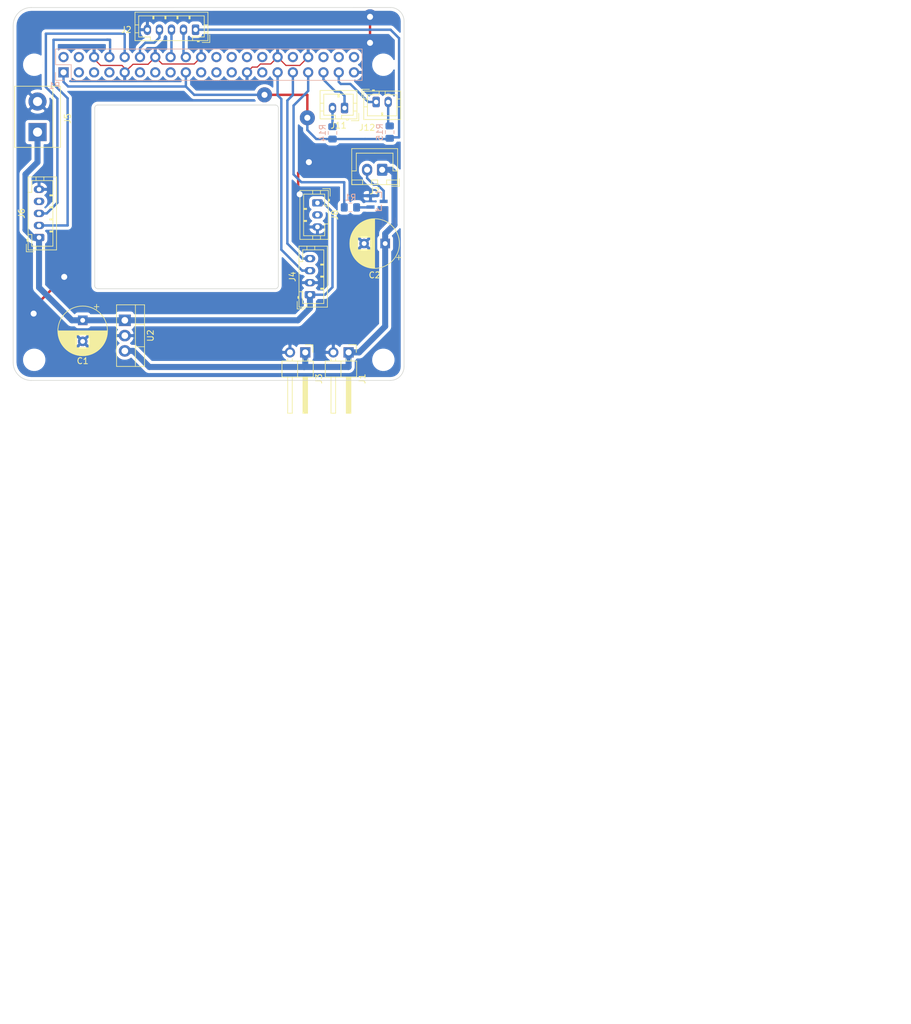
<source format=kicad_pcb>
(kicad_pcb (version 20171130) (host pcbnew 5.1.6-c6e7f7d~87~ubuntu18.04.1)

  (general
    (thickness 1.6)
    (drawings 17)
    (tracks 166)
    (zones 0)
    (modules 22)
    (nets 41)
  )

  (page A4)
  (title_block
    (title "Universal Interface Board")
    (date 2020-01-13)
    (rev -)
    (company "Beech Design Ltd")
  )

  (layers
    (0 F.Cu signal)
    (31 B.Cu signal)
    (32 B.Adhes user hide)
    (33 F.Adhes user hide)
    (34 B.Paste user hide)
    (35 F.Paste user hide)
    (36 B.SilkS user)
    (37 F.SilkS user)
    (38 B.Mask user)
    (39 F.Mask user)
    (40 Dwgs.User user)
    (41 Cmts.User user hide)
    (42 Eco1.User user hide)
    (43 Eco2.User user hide)
    (44 Edge.Cuts user)
    (45 Margin user)
    (46 B.CrtYd user)
    (47 F.CrtYd user)
  )

  (setup
    (last_trace_width 0.2)
    (user_trace_width 0.1524)
    (user_trace_width 0.4)
    (user_trace_width 0.5)
    (user_trace_width 1)
    (user_trace_width 1.5)
    (user_trace_width 2)
    (user_trace_width 2.5)
    (user_trace_width 3)
    (user_trace_width 3.5)
    (user_trace_width 4)
    (trace_clearance 0.2)
    (zone_clearance 0.508)
    (zone_45_only no)
    (trace_min 0.1524)
    (via_size 0.9)
    (via_drill 0.6)
    (via_min_size 0.8)
    (via_min_drill 0.5)
    (user_via 2.5 1)
    (uvia_size 0.5)
    (uvia_drill 0.1)
    (uvias_allowed no)
    (uvia_min_size 0.5)
    (uvia_min_drill 0.1)
    (edge_width 0.1)
    (segment_width 0.1)
    (pcb_text_width 0.1)
    (pcb_text_size 1 1)
    (mod_edge_width 0.15)
    (mod_text_size 1 1)
    (mod_text_width 0.15)
    (pad_size 6 6)
    (pad_drill 6)
    (pad_to_mask_clearance 0)
    (aux_axis_origin 200 150)
    (grid_origin 200 150)
    (visible_elements 7FFFEFFF)
    (pcbplotparams
      (layerselection 0x01000_fffffffe)
      (usegerberextensions true)
      (usegerberattributes false)
      (usegerberadvancedattributes false)
      (creategerberjobfile false)
      (excludeedgelayer true)
      (linewidth 0.150000)
      (plotframeref false)
      (viasonmask false)
      (mode 1)
      (useauxorigin false)
      (hpglpennumber 1)
      (hpglpenspeed 20)
      (hpglpendiameter 15.000000)
      (psnegative false)
      (psa4output false)
      (plotreference true)
      (plotvalue true)
      (plotinvisibletext false)
      (padsonsilk false)
      (subtractmaskfromsilk false)
      (outputformat 1)
      (mirror false)
      (drillshape 0)
      (scaleselection 1)
      (outputdirectory "./"))
  )

  (net 0 "")
  (net 1 +3V3)
  (net 2 GND)
  (net 3 Uart0TX)
  (net 4 Uart0RX)
  (net 5 REED)
  (net 6 SWITCH)
  (net 7 LASER1)
  (net 8 LASER2)
  (net 9 OE1)
  (net 10 "Net-(P1-Pad27)")
  (net 11 "Net-(P1-Pad28)")
  (net 12 CAMERAGPIO)
  (net 13 "Net-(J11-Pad2)")
  (net 14 "Net-(J12-Pad2)")
  (net 15 SEL)
  (net 16 "Net-(P1-Pad40)")
  (net 17 +12V)
  (net 18 LASER3)
  (net 19 UartRESET)
  (net 20 "Net-(P1-Pad13)")
  (net 21 +5V)
  (net 22 OE2)
  (net 23 "Net-(P1-Pad3)")
  (net 24 "Net-(P1-Pad5)")
  (net 25 "Net-(P1-Pad19)")
  (net 26 "Net-(P1-Pad21)")
  (net 27 "Net-(P1-Pad22)")
  (net 28 "Net-(P1-Pad23)")
  (net 29 "Net-(P1-Pad24)")
  (net 30 "Net-(P1-Pad26)")
  (net 31 "Net-(P1-Pad32)")
  (net 32 "Net-(P1-Pad36)")
  (net 33 "Net-(P1-Pad38)")
  (net 34 "Net-(J7-Pad2)")
  (net 35 "Net-(P1-Pad2)")
  (net 36 "Net-(P1-Pad4)")
  (net 37 "Net-(P1-Pad7)")
  (net 38 "Net-(P1-Pad11)")
  (net 39 "Net-(P1-Pad15)")
  (net 40 "Net-(R1-Pad1)")

  (net_class Default "This is the default net class."
    (clearance 0.2)
    (trace_width 0.2)
    (via_dia 0.9)
    (via_drill 0.6)
    (uvia_dia 0.5)
    (uvia_drill 0.1)
    (add_net +12V)
    (add_net +3V3)
    (add_net +5V)
    (add_net CAMERAGPIO)
    (add_net GND)
    (add_net LASER1)
    (add_net LASER2)
    (add_net LASER3)
    (add_net "Net-(J11-Pad2)")
    (add_net "Net-(J12-Pad2)")
    (add_net "Net-(J7-Pad2)")
    (add_net "Net-(P1-Pad11)")
    (add_net "Net-(P1-Pad13)")
    (add_net "Net-(P1-Pad15)")
    (add_net "Net-(P1-Pad19)")
    (add_net "Net-(P1-Pad2)")
    (add_net "Net-(P1-Pad21)")
    (add_net "Net-(P1-Pad22)")
    (add_net "Net-(P1-Pad23)")
    (add_net "Net-(P1-Pad24)")
    (add_net "Net-(P1-Pad26)")
    (add_net "Net-(P1-Pad27)")
    (add_net "Net-(P1-Pad28)")
    (add_net "Net-(P1-Pad3)")
    (add_net "Net-(P1-Pad32)")
    (add_net "Net-(P1-Pad36)")
    (add_net "Net-(P1-Pad38)")
    (add_net "Net-(P1-Pad4)")
    (add_net "Net-(P1-Pad40)")
    (add_net "Net-(P1-Pad5)")
    (add_net "Net-(P1-Pad7)")
    (add_net "Net-(R1-Pad1)")
    (add_net OE1)
    (add_net OE2)
    (add_net REED)
    (add_net SEL)
    (add_net SWITCH)
    (add_net Uart0RX)
    (add_net Uart0TX)
    (add_net UartRESET)
  )

  (net_class Power ""
    (clearance 0.2)
    (trace_width 0.5)
    (via_dia 1)
    (via_drill 0.7)
    (uvia_dia 0.5)
    (uvia_drill 0.1)
  )

  (module Connector_JST:JST_PH_B4B-PH-K_1x04_P2.00mm_Vertical (layer F.Cu) (tedit 5B7745C2) (tstamp 5F68119C)
    (at 157.25 107.75 90)
    (descr "JST PH series connector, B4B-PH-K (http://www.jst-mfg.com/product/pdf/eng/ePH.pdf), generated with kicad-footprint-generator")
    (tags "connector JST PH side entry")
    (path /5F04E803)
    (fp_text reference J4 (at 3 -2.9 90) (layer F.SilkS)
      (effects (font (size 1 1) (thickness 0.15)))
    )
    (fp_text value Conn_01x04 (at 3 4 90) (layer F.Fab)
      (effects (font (size 1 1) (thickness 0.15)))
    )
    (fp_line (start 8.45 -2.2) (end -2.45 -2.2) (layer F.CrtYd) (width 0.05))
    (fp_line (start 8.45 3.3) (end 8.45 -2.2) (layer F.CrtYd) (width 0.05))
    (fp_line (start -2.45 3.3) (end 8.45 3.3) (layer F.CrtYd) (width 0.05))
    (fp_line (start -2.45 -2.2) (end -2.45 3.3) (layer F.CrtYd) (width 0.05))
    (fp_line (start 7.95 -1.7) (end -1.95 -1.7) (layer F.Fab) (width 0.1))
    (fp_line (start 7.95 2.8) (end 7.95 -1.7) (layer F.Fab) (width 0.1))
    (fp_line (start -1.95 2.8) (end 7.95 2.8) (layer F.Fab) (width 0.1))
    (fp_line (start -1.95 -1.7) (end -1.95 2.8) (layer F.Fab) (width 0.1))
    (fp_line (start -2.36 -2.11) (end -2.36 -0.86) (layer F.Fab) (width 0.1))
    (fp_line (start -1.11 -2.11) (end -2.36 -2.11) (layer F.Fab) (width 0.1))
    (fp_line (start -2.36 -2.11) (end -2.36 -0.86) (layer F.SilkS) (width 0.12))
    (fp_line (start -1.11 -2.11) (end -2.36 -2.11) (layer F.SilkS) (width 0.12))
    (fp_line (start 5 2.3) (end 5 1.8) (layer F.SilkS) (width 0.12))
    (fp_line (start 5.1 1.8) (end 5.1 2.3) (layer F.SilkS) (width 0.12))
    (fp_line (start 4.9 1.8) (end 5.1 1.8) (layer F.SilkS) (width 0.12))
    (fp_line (start 4.9 2.3) (end 4.9 1.8) (layer F.SilkS) (width 0.12))
    (fp_line (start 3 2.3) (end 3 1.8) (layer F.SilkS) (width 0.12))
    (fp_line (start 3.1 1.8) (end 3.1 2.3) (layer F.SilkS) (width 0.12))
    (fp_line (start 2.9 1.8) (end 3.1 1.8) (layer F.SilkS) (width 0.12))
    (fp_line (start 2.9 2.3) (end 2.9 1.8) (layer F.SilkS) (width 0.12))
    (fp_line (start 1 2.3) (end 1 1.8) (layer F.SilkS) (width 0.12))
    (fp_line (start 1.1 1.8) (end 1.1 2.3) (layer F.SilkS) (width 0.12))
    (fp_line (start 0.9 1.8) (end 1.1 1.8) (layer F.SilkS) (width 0.12))
    (fp_line (start 0.9 2.3) (end 0.9 1.8) (layer F.SilkS) (width 0.12))
    (fp_line (start 8.06 0.8) (end 7.45 0.8) (layer F.SilkS) (width 0.12))
    (fp_line (start 8.06 -0.5) (end 7.45 -0.5) (layer F.SilkS) (width 0.12))
    (fp_line (start -2.06 0.8) (end -1.45 0.8) (layer F.SilkS) (width 0.12))
    (fp_line (start -2.06 -0.5) (end -1.45 -0.5) (layer F.SilkS) (width 0.12))
    (fp_line (start 5.5 -1.2) (end 5.5 -1.81) (layer F.SilkS) (width 0.12))
    (fp_line (start 7.45 -1.2) (end 5.5 -1.2) (layer F.SilkS) (width 0.12))
    (fp_line (start 7.45 2.3) (end 7.45 -1.2) (layer F.SilkS) (width 0.12))
    (fp_line (start -1.45 2.3) (end 7.45 2.3) (layer F.SilkS) (width 0.12))
    (fp_line (start -1.45 -1.2) (end -1.45 2.3) (layer F.SilkS) (width 0.12))
    (fp_line (start 0.5 -1.2) (end -1.45 -1.2) (layer F.SilkS) (width 0.12))
    (fp_line (start 0.5 -1.81) (end 0.5 -1.2) (layer F.SilkS) (width 0.12))
    (fp_line (start -0.3 -1.91) (end -0.6 -1.91) (layer F.SilkS) (width 0.12))
    (fp_line (start -0.6 -2.01) (end -0.6 -1.81) (layer F.SilkS) (width 0.12))
    (fp_line (start -0.3 -2.01) (end -0.6 -2.01) (layer F.SilkS) (width 0.12))
    (fp_line (start -0.3 -1.81) (end -0.3 -2.01) (layer F.SilkS) (width 0.12))
    (fp_line (start 8.06 -1.81) (end -2.06 -1.81) (layer F.SilkS) (width 0.12))
    (fp_line (start 8.06 2.91) (end 8.06 -1.81) (layer F.SilkS) (width 0.12))
    (fp_line (start -2.06 2.91) (end 8.06 2.91) (layer F.SilkS) (width 0.12))
    (fp_line (start -2.06 -1.81) (end -2.06 2.91) (layer F.SilkS) (width 0.12))
    (fp_text user %R (at 3 1.5 90) (layer F.Fab)
      (effects (font (size 1 1) (thickness 0.15)))
    )
    (pad 1 thru_hole roundrect (at 0 0 90) (size 1.2 1.75) (drill 0.75) (layers *.Cu *.Mask) (roundrect_rratio 0.208333)
      (net 17 +12V))
    (pad 2 thru_hole oval (at 2 0 90) (size 1.2 1.75) (drill 0.75) (layers *.Cu *.Mask)
      (net 2 GND))
    (pad 3 thru_hole oval (at 4 0 90) (size 1.2 1.75) (drill 0.75) (layers *.Cu *.Mask)
      (net 7 LASER1))
    (pad 4 thru_hole oval (at 6 0 90) (size 1.2 1.75) (drill 0.75) (layers *.Cu *.Mask)
      (net 8 LASER2))
    (model ${KISYS3DMOD}/Connector_JST.3dshapes/JST_PH_B4B-PH-K_1x04_P2.00mm_Vertical.wrl
      (at (xyz 0 0 0))
      (scale (xyz 1 1 1))
      (rotate (xyz 0 0 0))
    )
  )

  (module Connector_JST:JST_PH_B5B-PH-K_1x05_P2.00mm_Vertical (layer F.Cu) (tedit 5B7745C2) (tstamp 5F67821E)
    (at 112.25 98.25 90)
    (descr "JST PH series connector, B5B-PH-K (http://www.jst-mfg.com/product/pdf/eng/ePH.pdf), generated with kicad-footprint-generator")
    (tags "connector JST PH side entry")
    (path /5EB07B3A)
    (fp_text reference J6 (at 4 -2.9 90) (layer F.SilkS)
      (effects (font (size 1 1) (thickness 0.15)))
    )
    (fp_text value Conn_01x05 (at 4 4 90) (layer F.Fab)
      (effects (font (size 1 1) (thickness 0.15)))
    )
    (fp_line (start 10.45 -2.2) (end -2.45 -2.2) (layer F.CrtYd) (width 0.05))
    (fp_line (start 10.45 3.3) (end 10.45 -2.2) (layer F.CrtYd) (width 0.05))
    (fp_line (start -2.45 3.3) (end 10.45 3.3) (layer F.CrtYd) (width 0.05))
    (fp_line (start -2.45 -2.2) (end -2.45 3.3) (layer F.CrtYd) (width 0.05))
    (fp_line (start 9.95 -1.7) (end -1.95 -1.7) (layer F.Fab) (width 0.1))
    (fp_line (start 9.95 2.8) (end 9.95 -1.7) (layer F.Fab) (width 0.1))
    (fp_line (start -1.95 2.8) (end 9.95 2.8) (layer F.Fab) (width 0.1))
    (fp_line (start -1.95 -1.7) (end -1.95 2.8) (layer F.Fab) (width 0.1))
    (fp_line (start -2.36 -2.11) (end -2.36 -0.86) (layer F.Fab) (width 0.1))
    (fp_line (start -1.11 -2.11) (end -2.36 -2.11) (layer F.Fab) (width 0.1))
    (fp_line (start -2.36 -2.11) (end -2.36 -0.86) (layer F.SilkS) (width 0.12))
    (fp_line (start -1.11 -2.11) (end -2.36 -2.11) (layer F.SilkS) (width 0.12))
    (fp_line (start 7 2.3) (end 7 1.8) (layer F.SilkS) (width 0.12))
    (fp_line (start 7.1 1.8) (end 7.1 2.3) (layer F.SilkS) (width 0.12))
    (fp_line (start 6.9 1.8) (end 7.1 1.8) (layer F.SilkS) (width 0.12))
    (fp_line (start 6.9 2.3) (end 6.9 1.8) (layer F.SilkS) (width 0.12))
    (fp_line (start 5 2.3) (end 5 1.8) (layer F.SilkS) (width 0.12))
    (fp_line (start 5.1 1.8) (end 5.1 2.3) (layer F.SilkS) (width 0.12))
    (fp_line (start 4.9 1.8) (end 5.1 1.8) (layer F.SilkS) (width 0.12))
    (fp_line (start 4.9 2.3) (end 4.9 1.8) (layer F.SilkS) (width 0.12))
    (fp_line (start 3 2.3) (end 3 1.8) (layer F.SilkS) (width 0.12))
    (fp_line (start 3.1 1.8) (end 3.1 2.3) (layer F.SilkS) (width 0.12))
    (fp_line (start 2.9 1.8) (end 3.1 1.8) (layer F.SilkS) (width 0.12))
    (fp_line (start 2.9 2.3) (end 2.9 1.8) (layer F.SilkS) (width 0.12))
    (fp_line (start 1 2.3) (end 1 1.8) (layer F.SilkS) (width 0.12))
    (fp_line (start 1.1 1.8) (end 1.1 2.3) (layer F.SilkS) (width 0.12))
    (fp_line (start 0.9 1.8) (end 1.1 1.8) (layer F.SilkS) (width 0.12))
    (fp_line (start 0.9 2.3) (end 0.9 1.8) (layer F.SilkS) (width 0.12))
    (fp_line (start 10.06 0.8) (end 9.45 0.8) (layer F.SilkS) (width 0.12))
    (fp_line (start 10.06 -0.5) (end 9.45 -0.5) (layer F.SilkS) (width 0.12))
    (fp_line (start -2.06 0.8) (end -1.45 0.8) (layer F.SilkS) (width 0.12))
    (fp_line (start -2.06 -0.5) (end -1.45 -0.5) (layer F.SilkS) (width 0.12))
    (fp_line (start 7.5 -1.2) (end 7.5 -1.81) (layer F.SilkS) (width 0.12))
    (fp_line (start 9.45 -1.2) (end 7.5 -1.2) (layer F.SilkS) (width 0.12))
    (fp_line (start 9.45 2.3) (end 9.45 -1.2) (layer F.SilkS) (width 0.12))
    (fp_line (start -1.45 2.3) (end 9.45 2.3) (layer F.SilkS) (width 0.12))
    (fp_line (start -1.45 -1.2) (end -1.45 2.3) (layer F.SilkS) (width 0.12))
    (fp_line (start 0.5 -1.2) (end -1.45 -1.2) (layer F.SilkS) (width 0.12))
    (fp_line (start 0.5 -1.81) (end 0.5 -1.2) (layer F.SilkS) (width 0.12))
    (fp_line (start -0.3 -1.91) (end -0.6 -1.91) (layer F.SilkS) (width 0.12))
    (fp_line (start -0.6 -2.01) (end -0.6 -1.81) (layer F.SilkS) (width 0.12))
    (fp_line (start -0.3 -2.01) (end -0.6 -2.01) (layer F.SilkS) (width 0.12))
    (fp_line (start -0.3 -1.81) (end -0.3 -2.01) (layer F.SilkS) (width 0.12))
    (fp_line (start 10.06 -1.81) (end -2.06 -1.81) (layer F.SilkS) (width 0.12))
    (fp_line (start 10.06 2.91) (end 10.06 -1.81) (layer F.SilkS) (width 0.12))
    (fp_line (start -2.06 2.91) (end 10.06 2.91) (layer F.SilkS) (width 0.12))
    (fp_line (start -2.06 -1.81) (end -2.06 2.91) (layer F.SilkS) (width 0.12))
    (fp_text user %R (at 4 1.5 90) (layer F.Fab)
      (effects (font (size 1 1) (thickness 0.15)))
    )
    (pad 1 thru_hole roundrect (at 0 0 90) (size 1.2 1.75) (drill 0.75) (layers *.Cu *.Mask) (roundrect_rratio 0.208333)
      (net 17 +12V))
    (pad 2 thru_hole oval (at 2 0 90) (size 1.2 1.75) (drill 0.75) (layers *.Cu *.Mask)
      (net 3 Uart0TX))
    (pad 3 thru_hole oval (at 4 0 90) (size 1.2 1.75) (drill 0.75) (layers *.Cu *.Mask)
      (net 4 Uart0RX))
    (pad 4 thru_hole oval (at 6 0 90) (size 1.2 1.75) (drill 0.75) (layers *.Cu *.Mask)
      (net 19 UartRESET))
    (pad 5 thru_hole oval (at 8 0 90) (size 1.2 1.75) (drill 0.75) (layers *.Cu *.Mask)
      (net 2 GND))
    (model ${KISYS3DMOD}/Connector_JST.3dshapes/JST_PH_B5B-PH-K_1x05_P2.00mm_Vertical.wrl
      (at (xyz 0 0 0))
      (scale (xyz 1 1 1))
      (rotate (xyz 0 0 0))
    )
  )

  (module TerminalBlock:TerminalBlock_bornier-2_P5.08mm (layer F.Cu) (tedit 59FF03AB) (tstamp 5EB1BD46)
    (at 112 80.75 90)
    (descr "simple 2-pin terminal block, pitch 5.08mm, revamped version of bornier2")
    (tags "terminal block bornier2")
    (path /5F305714)
    (fp_text reference J5 (at 2.25 5 90) (layer F.SilkS)
      (effects (font (size 1 1) (thickness 0.15)))
    )
    (fp_text value Screw_Terminal_01x02 (at 2.54 5.08 90) (layer F.Fab)
      (effects (font (size 1 1) (thickness 0.15)))
    )
    (fp_line (start 7.79 4) (end -2.71 4) (layer F.CrtYd) (width 0.05))
    (fp_line (start 7.79 4) (end 7.79 -4) (layer F.CrtYd) (width 0.05))
    (fp_line (start -2.71 -4) (end -2.71 4) (layer F.CrtYd) (width 0.05))
    (fp_line (start -2.71 -4) (end 7.79 -4) (layer F.CrtYd) (width 0.05))
    (fp_line (start -2.54 3.81) (end 7.62 3.81) (layer F.SilkS) (width 0.12))
    (fp_line (start -2.54 -3.81) (end -2.54 3.81) (layer F.SilkS) (width 0.12))
    (fp_line (start 7.62 -3.81) (end -2.54 -3.81) (layer F.SilkS) (width 0.12))
    (fp_line (start 7.62 3.81) (end 7.62 -3.81) (layer F.SilkS) (width 0.12))
    (fp_line (start 7.62 2.54) (end -2.54 2.54) (layer F.SilkS) (width 0.12))
    (fp_line (start 7.54 -3.75) (end -2.46 -3.75) (layer F.Fab) (width 0.1))
    (fp_line (start 7.54 3.75) (end 7.54 -3.75) (layer F.Fab) (width 0.1))
    (fp_line (start -2.46 3.75) (end 7.54 3.75) (layer F.Fab) (width 0.1))
    (fp_line (start -2.46 -3.75) (end -2.46 3.75) (layer F.Fab) (width 0.1))
    (fp_line (start -2.41 2.55) (end 7.49 2.55) (layer F.Fab) (width 0.1))
    (fp_text user %R (at 2.54 0 90) (layer F.Fab)
      (effects (font (size 1 1) (thickness 0.15)))
    )
    (pad 1 thru_hole rect (at 0 0 90) (size 3 3) (drill 1.52) (layers *.Cu *.Mask)
      (net 17 +12V))
    (pad 2 thru_hole circle (at 5.08 0 90) (size 3 3) (drill 1.52) (layers *.Cu *.Mask)
      (net 2 GND))
    (model ${KISYS3DMOD}/TerminalBlock.3dshapes/TerminalBlock_bornier-2_P5.08mm.wrl
      (offset (xyz 2.539999961853027 0 0))
      (scale (xyz 1 1 1))
      (rotate (xyz 0 0 0))
    )
  )

  (module MountingHole:MountingHole_2.7mm_M2.5 (layer F.Cu) (tedit 56D1B4CB) (tstamp 5A793E98)
    (at 169.45 118.56)
    (descr "Mounting Hole 2.7mm, no annular, M2.5")
    (tags "mounting hole 2.7mm no annular m2.5")
    (path /5834FC4F)
    (attr virtual)
    (fp_text reference MK4 (at 0 -3.7) (layer F.SilkS) hide
      (effects (font (size 1 1) (thickness 0.15)))
    )
    (fp_text value M2.5 (at 0 3.7) (layer F.Fab)
      (effects (font (size 1 1) (thickness 0.15)))
    )
    (fp_circle (center 0 0) (end 2.7 0) (layer Cmts.User) (width 0.15))
    (fp_circle (center 0 0) (end 2.95 0) (layer F.CrtYd) (width 0.05))
    (fp_text user %R (at 0.3 0) (layer F.Fab)
      (effects (font (size 1 1) (thickness 0.15)))
    )
    (pad 1 np_thru_hole circle (at 0 0) (size 2.7 2.7) (drill 2.7) (layers *.Cu *.Mask))
  )

  (module MountingHole:MountingHole_2.7mm_M2.5 (layer F.Cu) (tedit 56D1B4CB) (tstamp 5A793E83)
    (at 111.45 69.56 180)
    (descr "Mounting Hole 2.7mm, no annular, M2.5")
    (tags "mounting hole 2.7mm no annular m2.5")
    (path /5834FB2E)
    (attr virtual)
    (fp_text reference MK1 (at -0.0496 2.06 180) (layer F.SilkS) hide
      (effects (font (size 1 1) (thickness 0.15)))
    )
    (fp_text value M2.5 (at 0 3.7 180) (layer F.Fab)
      (effects (font (size 1 1) (thickness 0.15)))
    )
    (fp_circle (center 0 0) (end 2.95 0) (layer F.CrtYd) (width 0.05))
    (fp_circle (center 0 0) (end 2.7 0) (layer Cmts.User) (width 0.15))
    (fp_text user %R (at 0.3 0 180) (layer F.Fab)
      (effects (font (size 1 1) (thickness 0.15)))
    )
    (pad 1 np_thru_hole circle (at 0 0 180) (size 2.7 2.7) (drill 2.7) (layers *.Cu *.Mask))
  )

  (module Connector_PinSocket_2.54mm:PinSocket_2x20_P2.54mm_Vertical (layer B.Cu) (tedit 5A19A433) (tstamp 5A793E9F)
    (at 116.32 70.83 270)
    (descr "Through hole straight socket strip, 2x20, 2.54mm pitch, double cols (from Kicad 4.0.7), script generated")
    (tags "Through hole socket strip THT 2x20 2.54mm double row")
    (path /59AD464A)
    (fp_text reference P1 (at 2.208 1.512) (layer B.SilkS)
      (effects (font (size 1 1) (thickness 0.15)) (justify mirror))
    )
    (fp_text value Conn_02x20_Odd_Even (at -1.27 -51.03 270) (layer B.Fab)
      (effects (font (size 1 1) (thickness 0.15)) (justify mirror))
    )
    (fp_line (start -4.34 -50) (end -4.34 1.8) (layer B.CrtYd) (width 0.05))
    (fp_line (start 1.76 -50) (end -4.34 -50) (layer B.CrtYd) (width 0.05))
    (fp_line (start 1.76 1.8) (end 1.76 -50) (layer B.CrtYd) (width 0.05))
    (fp_line (start -4.34 1.8) (end 1.76 1.8) (layer B.CrtYd) (width 0.05))
    (fp_line (start 0 1.33) (end 1.33 1.33) (layer B.SilkS) (width 0.12))
    (fp_line (start 1.33 1.33) (end 1.33 0) (layer B.SilkS) (width 0.12))
    (fp_line (start -1.27 1.33) (end -1.27 -1.27) (layer B.SilkS) (width 0.12))
    (fp_line (start -1.27 -1.27) (end 1.33 -1.27) (layer B.SilkS) (width 0.12))
    (fp_line (start 1.33 -1.27) (end 1.33 -49.59) (layer B.SilkS) (width 0.12))
    (fp_line (start -3.87 -49.59) (end 1.33 -49.59) (layer B.SilkS) (width 0.12))
    (fp_line (start -3.87 1.33) (end -3.87 -49.59) (layer B.SilkS) (width 0.12))
    (fp_line (start -3.87 1.33) (end -1.27 1.33) (layer B.SilkS) (width 0.12))
    (fp_line (start -3.81 -49.53) (end -3.81 1.27) (layer B.Fab) (width 0.1))
    (fp_line (start 1.27 -49.53) (end -3.81 -49.53) (layer B.Fab) (width 0.1))
    (fp_line (start 1.27 0.27) (end 1.27 -49.53) (layer B.Fab) (width 0.1))
    (fp_line (start 0.27 1.27) (end 1.27 0.27) (layer B.Fab) (width 0.1))
    (fp_line (start -3.81 1.27) (end 0.27 1.27) (layer B.Fab) (width 0.1))
    (fp_text user %R (at -1.27 -24.13 180) (layer B.Fab)
      (effects (font (size 1 1) (thickness 0.15)) (justify mirror))
    )
    (pad 1 thru_hole rect (at 0 0 270) (size 1.7 1.7) (drill 1) (layers *.Cu *.Mask)
      (net 1 +3V3))
    (pad 2 thru_hole oval (at -2.54 0 270) (size 1.7 1.7) (drill 1) (layers *.Cu *.Mask)
      (net 35 "Net-(P1-Pad2)"))
    (pad 3 thru_hole oval (at 0 -2.54 270) (size 1.7 1.7) (drill 1) (layers *.Cu *.Mask)
      (net 23 "Net-(P1-Pad3)"))
    (pad 4 thru_hole oval (at -2.54 -2.54 270) (size 1.7 1.7) (drill 1) (layers *.Cu *.Mask)
      (net 36 "Net-(P1-Pad4)"))
    (pad 5 thru_hole oval (at 0 -5.08 270) (size 1.7 1.7) (drill 1) (layers *.Cu *.Mask)
      (net 24 "Net-(P1-Pad5)"))
    (pad 6 thru_hole oval (at -2.54 -5.08 270) (size 1.7 1.7) (drill 1) (layers *.Cu *.Mask)
      (net 2 GND))
    (pad 7 thru_hole oval (at 0 -7.62 270) (size 1.7 1.7) (drill 1) (layers *.Cu *.Mask)
      (net 37 "Net-(P1-Pad7)"))
    (pad 8 thru_hole oval (at -2.54 -7.62 270) (size 1.7 1.7) (drill 1) (layers *.Cu *.Mask)
      (net 3 Uart0TX))
    (pad 9 thru_hole oval (at 0 -10.16 270) (size 1.7 1.7) (drill 1) (layers *.Cu *.Mask)
      (net 2 GND))
    (pad 10 thru_hole oval (at -2.54 -10.16 270) (size 1.7 1.7) (drill 1) (layers *.Cu *.Mask)
      (net 4 Uart0RX))
    (pad 11 thru_hole oval (at 0 -12.7 270) (size 1.7 1.7) (drill 1) (layers *.Cu *.Mask)
      (net 38 "Net-(P1-Pad11)"))
    (pad 12 thru_hole oval (at -2.54 -12.7 270) (size 1.7 1.7) (drill 1) (layers *.Cu *.Mask)
      (net 22 OE2))
    (pad 13 thru_hole oval (at 0 -15.24 270) (size 1.7 1.7) (drill 1) (layers *.Cu *.Mask)
      (net 20 "Net-(P1-Pad13)"))
    (pad 14 thru_hole oval (at -2.54 -15.24 270) (size 1.7 1.7) (drill 1) (layers *.Cu *.Mask)
      (net 2 GND))
    (pad 15 thru_hole oval (at 0 -17.78 270) (size 1.7 1.7) (drill 1) (layers *.Cu *.Mask)
      (net 39 "Net-(P1-Pad15)"))
    (pad 16 thru_hole oval (at -2.54 -17.78 270) (size 1.7 1.7) (drill 1) (layers *.Cu *.Mask)
      (net 9 OE1))
    (pad 17 thru_hole oval (at 0 -20.32 270) (size 1.7 1.7) (drill 1) (layers *.Cu *.Mask)
      (net 1 +3V3))
    (pad 18 thru_hole oval (at -2.54 -20.32 270) (size 1.7 1.7) (drill 1) (layers *.Cu *.Mask)
      (net 15 SEL))
    (pad 19 thru_hole oval (at 0 -22.86 270) (size 1.7 1.7) (drill 1) (layers *.Cu *.Mask)
      (net 25 "Net-(P1-Pad19)"))
    (pad 20 thru_hole oval (at -2.54 -22.86 270) (size 1.7 1.7) (drill 1) (layers *.Cu *.Mask)
      (net 2 GND))
    (pad 21 thru_hole oval (at 0 -25.4 270) (size 1.7 1.7) (drill 1) (layers *.Cu *.Mask)
      (net 26 "Net-(P1-Pad21)"))
    (pad 22 thru_hole oval (at -2.54 -25.4 270) (size 1.7 1.7) (drill 1) (layers *.Cu *.Mask)
      (net 27 "Net-(P1-Pad22)"))
    (pad 23 thru_hole oval (at 0 -27.94 270) (size 1.7 1.7) (drill 1) (layers *.Cu *.Mask)
      (net 28 "Net-(P1-Pad23)"))
    (pad 24 thru_hole oval (at -2.54 -27.94 270) (size 1.7 1.7) (drill 1) (layers *.Cu *.Mask)
      (net 29 "Net-(P1-Pad24)"))
    (pad 25 thru_hole oval (at 0 -30.48 270) (size 1.7 1.7) (drill 1) (layers *.Cu *.Mask)
      (net 2 GND))
    (pad 26 thru_hole oval (at -2.54 -30.48 270) (size 1.7 1.7) (drill 1) (layers *.Cu *.Mask)
      (net 30 "Net-(P1-Pad26)"))
    (pad 27 thru_hole oval (at 0 -33.02 270) (size 1.7 1.7) (drill 1) (layers *.Cu *.Mask)
      (net 10 "Net-(P1-Pad27)"))
    (pad 28 thru_hole oval (at -2.54 -33.02 270) (size 1.7 1.7) (drill 1) (layers *.Cu *.Mask)
      (net 11 "Net-(P1-Pad28)"))
    (pad 29 thru_hole oval (at 0 -35.56 270) (size 1.7 1.7) (drill 1) (layers *.Cu *.Mask)
      (net 7 LASER1))
    (pad 30 thru_hole oval (at -2.54 -35.56 270) (size 1.7 1.7) (drill 1) (layers *.Cu *.Mask)
      (net 2 GND))
    (pad 31 thru_hole oval (at 0 -38.1 270) (size 1.7 1.7) (drill 1) (layers *.Cu *.Mask)
      (net 8 LASER2))
    (pad 32 thru_hole oval (at -2.54 -38.1 270) (size 1.7 1.7) (drill 1) (layers *.Cu *.Mask)
      (net 31 "Net-(P1-Pad32)"))
    (pad 33 thru_hole oval (at 0 -40.64 270) (size 1.7 1.7) (drill 1) (layers *.Cu *.Mask)
      (net 18 LASER3))
    (pad 34 thru_hole oval (at -2.54 -40.64 270) (size 1.7 1.7) (drill 1) (layers *.Cu *.Mask)
      (net 2 GND))
    (pad 35 thru_hole oval (at 0 -43.18 270) (size 1.7 1.7) (drill 1) (layers *.Cu *.Mask)
      (net 5 REED))
    (pad 36 thru_hole oval (at -2.54 -43.18 270) (size 1.7 1.7) (drill 1) (layers *.Cu *.Mask)
      (net 32 "Net-(P1-Pad36)"))
    (pad 37 thru_hole oval (at 0 -45.72 270) (size 1.7 1.7) (drill 1) (layers *.Cu *.Mask)
      (net 6 SWITCH))
    (pad 38 thru_hole oval (at -2.54 -45.72 270) (size 1.7 1.7) (drill 1) (layers *.Cu *.Mask)
      (net 33 "Net-(P1-Pad38)"))
    (pad 39 thru_hole oval (at 0 -48.26 270) (size 1.7 1.7) (drill 1) (layers *.Cu *.Mask)
      (net 2 GND))
    (pad 40 thru_hole oval (at -2.54 -48.26 270) (size 1.7 1.7) (drill 1) (layers *.Cu *.Mask)
      (net 16 "Net-(P1-Pad40)"))
    (model ${KISYS3DMOD}/Connector_PinSocket_2.54mm.3dshapes/PinSocket_2x20_P2.54mm_Vertical.wrl
      (at (xyz 0 0 0))
      (scale (xyz 1 1 1))
      (rotate (xyz 0 0 0))
    )
  )

  (module MountingHole:MountingHole_2.7mm_M2.5 (layer F.Cu) (tedit 56D1B4CB) (tstamp 5A793E91)
    (at 111.45 118.56)
    (descr "Mounting Hole 2.7mm, no annular, M2.5")
    (tags "mounting hole 2.7mm no annular m2.5")
    (path /5834FBEF)
    (attr virtual)
    (fp_text reference MK3 (at 0.0496 3.69) (layer F.SilkS) hide
      (effects (font (size 1 1) (thickness 0.15)))
    )
    (fp_text value M2.5 (at 0 3.7) (layer F.Fab)
      (effects (font (size 1 1) (thickness 0.15)))
    )
    (fp_circle (center 0 0) (end 2.95 0) (layer F.CrtYd) (width 0.05))
    (fp_circle (center 0 0) (end 2.7 0) (layer Cmts.User) (width 0.15))
    (fp_text user %R (at 0.3 0) (layer F.Fab)
      (effects (font (size 1 1) (thickness 0.15)))
    )
    (pad 1 np_thru_hole circle (at 0 0) (size 2.7 2.7) (drill 2.7) (layers *.Cu *.Mask))
  )

  (module MountingHole:MountingHole_2.7mm_M2.5 (layer F.Cu) (tedit 56D1B4CB) (tstamp 5A793E8A)
    (at 169.45 69.56 180)
    (descr "Mounting Hole 2.7mm, no annular, M2.5")
    (tags "mounting hole 2.7mm no annular m2.5")
    (path /5834FC19)
    (attr virtual)
    (fp_text reference MK2 (at 0 -3.7 180) (layer F.SilkS) hide
      (effects (font (size 1 1) (thickness 0.15)))
    )
    (fp_text value M2.5 (at 0 3.7 180) (layer F.Fab)
      (effects (font (size 1 1) (thickness 0.15)))
    )
    (fp_circle (center 0 0) (end 2.7 0) (layer Cmts.User) (width 0.15))
    (fp_circle (center 0 0) (end 2.95 0) (layer F.CrtYd) (width 0.05))
    (fp_text user %R (at 0.3 0 180) (layer F.Fab)
      (effects (font (size 1 1) (thickness 0.15)))
    )
    (pad 1 np_thru_hole circle (at 0 0 180) (size 2.7 2.7) (drill 2.7) (layers *.Cu *.Mask))
  )

  (module Connector_JST:JST_PH_B5B-PH-K_1x05_P2.00mm_Vertical (layer F.Cu) (tedit 5B7745C2) (tstamp 5F6781B1)
    (at 138.25 63.75 180)
    (descr "JST PH series connector, B5B-PH-K (http://www.jst-mfg.com/product/pdf/eng/ePH.pdf), generated with kicad-footprint-generator")
    (tags "connector JST PH side entry")
    (path /5F715A60)
    (fp_text reference J2 (at 11.5 0 180) (layer F.SilkS)
      (effects (font (size 1 1) (thickness 0.15)))
    )
    (fp_text value Conn_01x05 (at 4 4 180) (layer F.Fab)
      (effects (font (size 1 1) (thickness 0.15)))
    )
    (fp_line (start -2.06 -1.81) (end -2.06 2.91) (layer F.SilkS) (width 0.12))
    (fp_line (start -2.06 2.91) (end 10.06 2.91) (layer F.SilkS) (width 0.12))
    (fp_line (start 10.06 2.91) (end 10.06 -1.81) (layer F.SilkS) (width 0.12))
    (fp_line (start 10.06 -1.81) (end -2.06 -1.81) (layer F.SilkS) (width 0.12))
    (fp_line (start -0.3 -1.81) (end -0.3 -2.01) (layer F.SilkS) (width 0.12))
    (fp_line (start -0.3 -2.01) (end -0.6 -2.01) (layer F.SilkS) (width 0.12))
    (fp_line (start -0.6 -2.01) (end -0.6 -1.81) (layer F.SilkS) (width 0.12))
    (fp_line (start -0.3 -1.91) (end -0.6 -1.91) (layer F.SilkS) (width 0.12))
    (fp_line (start 0.5 -1.81) (end 0.5 -1.2) (layer F.SilkS) (width 0.12))
    (fp_line (start 0.5 -1.2) (end -1.45 -1.2) (layer F.SilkS) (width 0.12))
    (fp_line (start -1.45 -1.2) (end -1.45 2.3) (layer F.SilkS) (width 0.12))
    (fp_line (start -1.45 2.3) (end 9.45 2.3) (layer F.SilkS) (width 0.12))
    (fp_line (start 9.45 2.3) (end 9.45 -1.2) (layer F.SilkS) (width 0.12))
    (fp_line (start 9.45 -1.2) (end 7.5 -1.2) (layer F.SilkS) (width 0.12))
    (fp_line (start 7.5 -1.2) (end 7.5 -1.81) (layer F.SilkS) (width 0.12))
    (fp_line (start -2.06 -0.5) (end -1.45 -0.5) (layer F.SilkS) (width 0.12))
    (fp_line (start -2.06 0.8) (end -1.45 0.8) (layer F.SilkS) (width 0.12))
    (fp_line (start 10.06 -0.5) (end 9.45 -0.5) (layer F.SilkS) (width 0.12))
    (fp_line (start 10.06 0.8) (end 9.45 0.8) (layer F.SilkS) (width 0.12))
    (fp_line (start 0.9 2.3) (end 0.9 1.8) (layer F.SilkS) (width 0.12))
    (fp_line (start 0.9 1.8) (end 1.1 1.8) (layer F.SilkS) (width 0.12))
    (fp_line (start 1.1 1.8) (end 1.1 2.3) (layer F.SilkS) (width 0.12))
    (fp_line (start 1 2.3) (end 1 1.8) (layer F.SilkS) (width 0.12))
    (fp_line (start 2.9 2.3) (end 2.9 1.8) (layer F.SilkS) (width 0.12))
    (fp_line (start 2.9 1.8) (end 3.1 1.8) (layer F.SilkS) (width 0.12))
    (fp_line (start 3.1 1.8) (end 3.1 2.3) (layer F.SilkS) (width 0.12))
    (fp_line (start 3 2.3) (end 3 1.8) (layer F.SilkS) (width 0.12))
    (fp_line (start 4.9 2.3) (end 4.9 1.8) (layer F.SilkS) (width 0.12))
    (fp_line (start 4.9 1.8) (end 5.1 1.8) (layer F.SilkS) (width 0.12))
    (fp_line (start 5.1 1.8) (end 5.1 2.3) (layer F.SilkS) (width 0.12))
    (fp_line (start 5 2.3) (end 5 1.8) (layer F.SilkS) (width 0.12))
    (fp_line (start 6.9 2.3) (end 6.9 1.8) (layer F.SilkS) (width 0.12))
    (fp_line (start 6.9 1.8) (end 7.1 1.8) (layer F.SilkS) (width 0.12))
    (fp_line (start 7.1 1.8) (end 7.1 2.3) (layer F.SilkS) (width 0.12))
    (fp_line (start 7 2.3) (end 7 1.8) (layer F.SilkS) (width 0.12))
    (fp_line (start -1.11 -2.11) (end -2.36 -2.11) (layer F.SilkS) (width 0.12))
    (fp_line (start -2.36 -2.11) (end -2.36 -0.86) (layer F.SilkS) (width 0.12))
    (fp_line (start -1.11 -2.11) (end -2.36 -2.11) (layer F.Fab) (width 0.1))
    (fp_line (start -2.36 -2.11) (end -2.36 -0.86) (layer F.Fab) (width 0.1))
    (fp_line (start -1.95 -1.7) (end -1.95 2.8) (layer F.Fab) (width 0.1))
    (fp_line (start -1.95 2.8) (end 9.95 2.8) (layer F.Fab) (width 0.1))
    (fp_line (start 9.95 2.8) (end 9.95 -1.7) (layer F.Fab) (width 0.1))
    (fp_line (start 9.95 -1.7) (end -1.95 -1.7) (layer F.Fab) (width 0.1))
    (fp_line (start -2.45 -2.2) (end -2.45 3.3) (layer F.CrtYd) (width 0.05))
    (fp_line (start -2.45 3.3) (end 10.45 3.3) (layer F.CrtYd) (width 0.05))
    (fp_line (start 10.45 3.3) (end 10.45 -2.2) (layer F.CrtYd) (width 0.05))
    (fp_line (start 10.45 -2.2) (end -2.45 -2.2) (layer F.CrtYd) (width 0.05))
    (fp_text user %R (at 4 1.5 180) (layer F.Fab)
      (effects (font (size 1 1) (thickness 0.15)))
    )
    (pad 5 thru_hole oval (at 8 0 180) (size 1.2 1.75) (drill 0.75) (layers *.Cu *.Mask)
      (net 2 GND))
    (pad 4 thru_hole oval (at 6 0 180) (size 1.2 1.75) (drill 0.75) (layers *.Cu *.Mask)
      (net 22 OE2))
    (pad 3 thru_hole oval (at 4 0 180) (size 1.2 1.75) (drill 0.75) (layers *.Cu *.Mask)
      (net 9 OE1))
    (pad 2 thru_hole oval (at 2 0 180) (size 1.2 1.75) (drill 0.75) (layers *.Cu *.Mask)
      (net 15 SEL))
    (pad 1 thru_hole roundrect (at 0 0 180) (size 1.2 1.75) (drill 0.75) (layers *.Cu *.Mask) (roundrect_rratio 0.208333)
      (net 1 +3V3))
    (model ${KISYS3DMOD}/Connector_JST.3dshapes/JST_PH_B5B-PH-K_1x05_P2.00mm_Vertical.wrl
      (at (xyz 0 0 0))
      (scale (xyz 1 1 1))
      (rotate (xyz 0 0 0))
    )
  )

  (module Connector_JST:JST_PH_B3B-PH-K_1x03_P2.00mm_Vertical (layer F.Cu) (tedit 5B7745C2) (tstamp 5F67824D)
    (at 158.5 92.5 270)
    (descr "JST PH series connector, B3B-PH-K (http://www.jst-mfg.com/product/pdf/eng/ePH.pdf), generated with kicad-footprint-generator")
    (tags "connector JST PH side entry")
    (path /5F0F0F54)
    (fp_text reference J8 (at 2 -2.9 270) (layer F.SilkS)
      (effects (font (size 1 1) (thickness 0.15)))
    )
    (fp_text value Conn_01x03 (at 2 4 270) (layer F.Fab)
      (effects (font (size 1 1) (thickness 0.15)))
    )
    (fp_line (start 6.45 -2.2) (end -2.45 -2.2) (layer F.CrtYd) (width 0.05))
    (fp_line (start 6.45 3.3) (end 6.45 -2.2) (layer F.CrtYd) (width 0.05))
    (fp_line (start -2.45 3.3) (end 6.45 3.3) (layer F.CrtYd) (width 0.05))
    (fp_line (start -2.45 -2.2) (end -2.45 3.3) (layer F.CrtYd) (width 0.05))
    (fp_line (start 5.95 -1.7) (end -1.95 -1.7) (layer F.Fab) (width 0.1))
    (fp_line (start 5.95 2.8) (end 5.95 -1.7) (layer F.Fab) (width 0.1))
    (fp_line (start -1.95 2.8) (end 5.95 2.8) (layer F.Fab) (width 0.1))
    (fp_line (start -1.95 -1.7) (end -1.95 2.8) (layer F.Fab) (width 0.1))
    (fp_line (start -2.36 -2.11) (end -2.36 -0.86) (layer F.Fab) (width 0.1))
    (fp_line (start -1.11 -2.11) (end -2.36 -2.11) (layer F.Fab) (width 0.1))
    (fp_line (start -2.36 -2.11) (end -2.36 -0.86) (layer F.SilkS) (width 0.12))
    (fp_line (start -1.11 -2.11) (end -2.36 -2.11) (layer F.SilkS) (width 0.12))
    (fp_line (start 3 2.3) (end 3 1.8) (layer F.SilkS) (width 0.12))
    (fp_line (start 3.1 1.8) (end 3.1 2.3) (layer F.SilkS) (width 0.12))
    (fp_line (start 2.9 1.8) (end 3.1 1.8) (layer F.SilkS) (width 0.12))
    (fp_line (start 2.9 2.3) (end 2.9 1.8) (layer F.SilkS) (width 0.12))
    (fp_line (start 1 2.3) (end 1 1.8) (layer F.SilkS) (width 0.12))
    (fp_line (start 1.1 1.8) (end 1.1 2.3) (layer F.SilkS) (width 0.12))
    (fp_line (start 0.9 1.8) (end 1.1 1.8) (layer F.SilkS) (width 0.12))
    (fp_line (start 0.9 2.3) (end 0.9 1.8) (layer F.SilkS) (width 0.12))
    (fp_line (start 6.06 0.8) (end 5.45 0.8) (layer F.SilkS) (width 0.12))
    (fp_line (start 6.06 -0.5) (end 5.45 -0.5) (layer F.SilkS) (width 0.12))
    (fp_line (start -2.06 0.8) (end -1.45 0.8) (layer F.SilkS) (width 0.12))
    (fp_line (start -2.06 -0.5) (end -1.45 -0.5) (layer F.SilkS) (width 0.12))
    (fp_line (start 3.5 -1.2) (end 3.5 -1.81) (layer F.SilkS) (width 0.12))
    (fp_line (start 5.45 -1.2) (end 3.5 -1.2) (layer F.SilkS) (width 0.12))
    (fp_line (start 5.45 2.3) (end 5.45 -1.2) (layer F.SilkS) (width 0.12))
    (fp_line (start -1.45 2.3) (end 5.45 2.3) (layer F.SilkS) (width 0.12))
    (fp_line (start -1.45 -1.2) (end -1.45 2.3) (layer F.SilkS) (width 0.12))
    (fp_line (start 0.5 -1.2) (end -1.45 -1.2) (layer F.SilkS) (width 0.12))
    (fp_line (start 0.5 -1.81) (end 0.5 -1.2) (layer F.SilkS) (width 0.12))
    (fp_line (start -0.3 -1.91) (end -0.6 -1.91) (layer F.SilkS) (width 0.12))
    (fp_line (start -0.6 -2.01) (end -0.6 -1.81) (layer F.SilkS) (width 0.12))
    (fp_line (start -0.3 -2.01) (end -0.6 -2.01) (layer F.SilkS) (width 0.12))
    (fp_line (start -0.3 -1.81) (end -0.3 -2.01) (layer F.SilkS) (width 0.12))
    (fp_line (start 6.06 -1.81) (end -2.06 -1.81) (layer F.SilkS) (width 0.12))
    (fp_line (start 6.06 2.91) (end 6.06 -1.81) (layer F.SilkS) (width 0.12))
    (fp_line (start -2.06 2.91) (end 6.06 2.91) (layer F.SilkS) (width 0.12))
    (fp_line (start -2.06 -1.81) (end -2.06 2.91) (layer F.SilkS) (width 0.12))
    (fp_text user %R (at 2 1.5 270) (layer F.Fab)
      (effects (font (size 1 1) (thickness 0.15)))
    )
    (pad 1 thru_hole roundrect (at 0 0 270) (size 1.2 1.75) (drill 0.75) (layers *.Cu *.Mask) (roundrect_rratio 0.208333)
      (net 17 +12V))
    (pad 2 thru_hole oval (at 2 0 270) (size 1.2 1.75) (drill 0.75) (layers *.Cu *.Mask)
      (net 12 CAMERAGPIO))
    (pad 3 thru_hole oval (at 4 0 270) (size 1.2 1.75) (drill 0.75) (layers *.Cu *.Mask)
      (net 2 GND))
    (model ${KISYS3DMOD}/Connector_JST.3dshapes/JST_PH_B3B-PH-K_1x03_P2.00mm_Vertical.wrl
      (at (xyz 0 0 0))
      (scale (xyz 1 1 1))
      (rotate (xyz 0 0 0))
    )
  )

  (module Connector_JST:JST_PH_B2B-PH-K_1x02_P2.00mm_Vertical (layer F.Cu) (tedit 5B7745C2) (tstamp 5F678277)
    (at 163 76.75 180)
    (descr "JST PH series connector, B2B-PH-K (http://www.jst-mfg.com/product/pdf/eng/ePH.pdf), generated with kicad-footprint-generator")
    (tags "connector JST PH side entry")
    (path /5ED9669C)
    (fp_text reference J11 (at 1 -2.9 180) (layer F.SilkS)
      (effects (font (size 1 1) (thickness 0.15)))
    )
    (fp_text value Conn_01x02 (at 1 4 180) (layer F.Fab)
      (effects (font (size 1 1) (thickness 0.15)))
    )
    (fp_line (start 4.45 -2.2) (end -2.45 -2.2) (layer F.CrtYd) (width 0.05))
    (fp_line (start 4.45 3.3) (end 4.45 -2.2) (layer F.CrtYd) (width 0.05))
    (fp_line (start -2.45 3.3) (end 4.45 3.3) (layer F.CrtYd) (width 0.05))
    (fp_line (start -2.45 -2.2) (end -2.45 3.3) (layer F.CrtYd) (width 0.05))
    (fp_line (start 3.95 -1.7) (end -1.95 -1.7) (layer F.Fab) (width 0.1))
    (fp_line (start 3.95 2.8) (end 3.95 -1.7) (layer F.Fab) (width 0.1))
    (fp_line (start -1.95 2.8) (end 3.95 2.8) (layer F.Fab) (width 0.1))
    (fp_line (start -1.95 -1.7) (end -1.95 2.8) (layer F.Fab) (width 0.1))
    (fp_line (start -2.36 -2.11) (end -2.36 -0.86) (layer F.Fab) (width 0.1))
    (fp_line (start -1.11 -2.11) (end -2.36 -2.11) (layer F.Fab) (width 0.1))
    (fp_line (start -2.36 -2.11) (end -2.36 -0.86) (layer F.SilkS) (width 0.12))
    (fp_line (start -1.11 -2.11) (end -2.36 -2.11) (layer F.SilkS) (width 0.12))
    (fp_line (start 1 2.3) (end 1 1.8) (layer F.SilkS) (width 0.12))
    (fp_line (start 1.1 1.8) (end 1.1 2.3) (layer F.SilkS) (width 0.12))
    (fp_line (start 0.9 1.8) (end 1.1 1.8) (layer F.SilkS) (width 0.12))
    (fp_line (start 0.9 2.3) (end 0.9 1.8) (layer F.SilkS) (width 0.12))
    (fp_line (start 4.06 0.8) (end 3.45 0.8) (layer F.SilkS) (width 0.12))
    (fp_line (start 4.06 -0.5) (end 3.45 -0.5) (layer F.SilkS) (width 0.12))
    (fp_line (start -2.06 0.8) (end -1.45 0.8) (layer F.SilkS) (width 0.12))
    (fp_line (start -2.06 -0.5) (end -1.45 -0.5) (layer F.SilkS) (width 0.12))
    (fp_line (start 1.5 -1.2) (end 1.5 -1.81) (layer F.SilkS) (width 0.12))
    (fp_line (start 3.45 -1.2) (end 1.5 -1.2) (layer F.SilkS) (width 0.12))
    (fp_line (start 3.45 2.3) (end 3.45 -1.2) (layer F.SilkS) (width 0.12))
    (fp_line (start -1.45 2.3) (end 3.45 2.3) (layer F.SilkS) (width 0.12))
    (fp_line (start -1.45 -1.2) (end -1.45 2.3) (layer F.SilkS) (width 0.12))
    (fp_line (start 0.5 -1.2) (end -1.45 -1.2) (layer F.SilkS) (width 0.12))
    (fp_line (start 0.5 -1.81) (end 0.5 -1.2) (layer F.SilkS) (width 0.12))
    (fp_line (start -0.3 -1.91) (end -0.6 -1.91) (layer F.SilkS) (width 0.12))
    (fp_line (start -0.6 -2.01) (end -0.6 -1.81) (layer F.SilkS) (width 0.12))
    (fp_line (start -0.3 -2.01) (end -0.6 -2.01) (layer F.SilkS) (width 0.12))
    (fp_line (start -0.3 -1.81) (end -0.3 -2.01) (layer F.SilkS) (width 0.12))
    (fp_line (start 4.06 -1.81) (end -2.06 -1.81) (layer F.SilkS) (width 0.12))
    (fp_line (start 4.06 2.91) (end 4.06 -1.81) (layer F.SilkS) (width 0.12))
    (fp_line (start -2.06 2.91) (end 4.06 2.91) (layer F.SilkS) (width 0.12))
    (fp_line (start -2.06 -1.81) (end -2.06 2.91) (layer F.SilkS) (width 0.12))
    (fp_text user %R (at 1 1.5 180) (layer F.Fab)
      (effects (font (size 1 1) (thickness 0.15)))
    )
    (pad 1 thru_hole roundrect (at 0 0 180) (size 1.2 1.75) (drill 0.75) (layers *.Cu *.Mask) (roundrect_rratio 0.208333)
      (net 5 REED))
    (pad 2 thru_hole oval (at 2 0 180) (size 1.2 1.75) (drill 0.75) (layers *.Cu *.Mask)
      (net 13 "Net-(J11-Pad2)"))
    (model ${KISYS3DMOD}/Connector_JST.3dshapes/JST_PH_B2B-PH-K_1x02_P2.00mm_Vertical.wrl
      (at (xyz 0 0 0))
      (scale (xyz 1 1 1))
      (rotate (xyz 0 0 0))
    )
  )

  (module Connector_JST:JST_PH_B2B-PH-K_1x02_P2.00mm_Vertical (layer F.Cu) (tedit 5B7745C2) (tstamp 5F6782A1)
    (at 168.25 75.75)
    (descr "JST PH series connector, B2B-PH-K (http://www.jst-mfg.com/product/pdf/eng/ePH.pdf), generated with kicad-footprint-generator")
    (tags "connector JST PH side entry")
    (path /5ED97F8F)
    (fp_text reference J12 (at -1.5 4.25) (layer F.SilkS)
      (effects (font (size 1 1) (thickness 0.15)))
    )
    (fp_text value Conn_01x02 (at 1 4) (layer F.Fab)
      (effects (font (size 1 1) (thickness 0.15)))
    )
    (fp_line (start -2.06 -1.81) (end -2.06 2.91) (layer F.SilkS) (width 0.12))
    (fp_line (start -2.06 2.91) (end 4.06 2.91) (layer F.SilkS) (width 0.12))
    (fp_line (start 4.06 2.91) (end 4.06 -1.81) (layer F.SilkS) (width 0.12))
    (fp_line (start 4.06 -1.81) (end -2.06 -1.81) (layer F.SilkS) (width 0.12))
    (fp_line (start -0.3 -1.81) (end -0.3 -2.01) (layer F.SilkS) (width 0.12))
    (fp_line (start -0.3 -2.01) (end -0.6 -2.01) (layer F.SilkS) (width 0.12))
    (fp_line (start -0.6 -2.01) (end -0.6 -1.81) (layer F.SilkS) (width 0.12))
    (fp_line (start -0.3 -1.91) (end -0.6 -1.91) (layer F.SilkS) (width 0.12))
    (fp_line (start 0.5 -1.81) (end 0.5 -1.2) (layer F.SilkS) (width 0.12))
    (fp_line (start 0.5 -1.2) (end -1.45 -1.2) (layer F.SilkS) (width 0.12))
    (fp_line (start -1.45 -1.2) (end -1.45 2.3) (layer F.SilkS) (width 0.12))
    (fp_line (start -1.45 2.3) (end 3.45 2.3) (layer F.SilkS) (width 0.12))
    (fp_line (start 3.45 2.3) (end 3.45 -1.2) (layer F.SilkS) (width 0.12))
    (fp_line (start 3.45 -1.2) (end 1.5 -1.2) (layer F.SilkS) (width 0.12))
    (fp_line (start 1.5 -1.2) (end 1.5 -1.81) (layer F.SilkS) (width 0.12))
    (fp_line (start -2.06 -0.5) (end -1.45 -0.5) (layer F.SilkS) (width 0.12))
    (fp_line (start -2.06 0.8) (end -1.45 0.8) (layer F.SilkS) (width 0.12))
    (fp_line (start 4.06 -0.5) (end 3.45 -0.5) (layer F.SilkS) (width 0.12))
    (fp_line (start 4.06 0.8) (end 3.45 0.8) (layer F.SilkS) (width 0.12))
    (fp_line (start 0.9 2.3) (end 0.9 1.8) (layer F.SilkS) (width 0.12))
    (fp_line (start 0.9 1.8) (end 1.1 1.8) (layer F.SilkS) (width 0.12))
    (fp_line (start 1.1 1.8) (end 1.1 2.3) (layer F.SilkS) (width 0.12))
    (fp_line (start 1 2.3) (end 1 1.8) (layer F.SilkS) (width 0.12))
    (fp_line (start -1.11 -2.11) (end -2.36 -2.11) (layer F.SilkS) (width 0.12))
    (fp_line (start -2.36 -2.11) (end -2.36 -0.86) (layer F.SilkS) (width 0.12))
    (fp_line (start -1.11 -2.11) (end -2.36 -2.11) (layer F.Fab) (width 0.1))
    (fp_line (start -2.36 -2.11) (end -2.36 -0.86) (layer F.Fab) (width 0.1))
    (fp_line (start -1.95 -1.7) (end -1.95 2.8) (layer F.Fab) (width 0.1))
    (fp_line (start -1.95 2.8) (end 3.95 2.8) (layer F.Fab) (width 0.1))
    (fp_line (start 3.95 2.8) (end 3.95 -1.7) (layer F.Fab) (width 0.1))
    (fp_line (start 3.95 -1.7) (end -1.95 -1.7) (layer F.Fab) (width 0.1))
    (fp_line (start -2.45 -2.2) (end -2.45 3.3) (layer F.CrtYd) (width 0.05))
    (fp_line (start -2.45 3.3) (end 4.45 3.3) (layer F.CrtYd) (width 0.05))
    (fp_line (start 4.45 3.3) (end 4.45 -2.2) (layer F.CrtYd) (width 0.05))
    (fp_line (start 4.45 -2.2) (end -2.45 -2.2) (layer F.CrtYd) (width 0.05))
    (fp_text user %R (at 1 1.5) (layer F.Fab)
      (effects (font (size 1 1) (thickness 0.15)))
    )
    (pad 2 thru_hole oval (at 2 0) (size 1.2 1.75) (drill 0.75) (layers *.Cu *.Mask)
      (net 14 "Net-(J12-Pad2)"))
    (pad 1 thru_hole roundrect (at 0 0) (size 1.2 1.75) (drill 0.75) (layers *.Cu *.Mask) (roundrect_rratio 0.208333)
      (net 6 SWITCH))
    (model ${KISYS3DMOD}/Connector_JST.3dshapes/JST_PH_B2B-PH-K_1x02_P2.00mm_Vertical.wrl
      (at (xyz 0 0 0))
      (scale (xyz 1 1 1))
      (rotate (xyz 0 0 0))
    )
  )

  (module Capacitor_THT:CP_Radial_D8.0mm_P3.50mm (layer F.Cu) (tedit 5AE50EF0) (tstamp 5F67FD4A)
    (at 119.5 112 270)
    (descr "CP, Radial series, Radial, pin pitch=3.50mm, , diameter=8mm, Electrolytic Capacitor")
    (tags "CP Radial series Radial pin pitch 3.50mm  diameter 8mm Electrolytic Capacitor")
    (path /5F782B5C)
    (fp_text reference C1 (at 6.75 0) (layer F.SilkS)
      (effects (font (size 1 1) (thickness 0.15)))
    )
    (fp_text value 100uF (at 1.75 5.25 270) (layer F.Fab)
      (effects (font (size 1 1) (thickness 0.15)))
    )
    (fp_line (start -2.259698 -2.715) (end -2.259698 -1.915) (layer F.SilkS) (width 0.12))
    (fp_line (start -2.659698 -2.315) (end -1.859698 -2.315) (layer F.SilkS) (width 0.12))
    (fp_line (start 5.831 -0.533) (end 5.831 0.533) (layer F.SilkS) (width 0.12))
    (fp_line (start 5.791 -0.768) (end 5.791 0.768) (layer F.SilkS) (width 0.12))
    (fp_line (start 5.751 -0.948) (end 5.751 0.948) (layer F.SilkS) (width 0.12))
    (fp_line (start 5.711 -1.098) (end 5.711 1.098) (layer F.SilkS) (width 0.12))
    (fp_line (start 5.671 -1.229) (end 5.671 1.229) (layer F.SilkS) (width 0.12))
    (fp_line (start 5.631 -1.346) (end 5.631 1.346) (layer F.SilkS) (width 0.12))
    (fp_line (start 5.591 -1.453) (end 5.591 1.453) (layer F.SilkS) (width 0.12))
    (fp_line (start 5.551 -1.552) (end 5.551 1.552) (layer F.SilkS) (width 0.12))
    (fp_line (start 5.511 -1.645) (end 5.511 1.645) (layer F.SilkS) (width 0.12))
    (fp_line (start 5.471 -1.731) (end 5.471 1.731) (layer F.SilkS) (width 0.12))
    (fp_line (start 5.431 -1.813) (end 5.431 1.813) (layer F.SilkS) (width 0.12))
    (fp_line (start 5.391 -1.89) (end 5.391 1.89) (layer F.SilkS) (width 0.12))
    (fp_line (start 5.351 -1.964) (end 5.351 1.964) (layer F.SilkS) (width 0.12))
    (fp_line (start 5.311 -2.034) (end 5.311 2.034) (layer F.SilkS) (width 0.12))
    (fp_line (start 5.271 -2.102) (end 5.271 2.102) (layer F.SilkS) (width 0.12))
    (fp_line (start 5.231 -2.166) (end 5.231 2.166) (layer F.SilkS) (width 0.12))
    (fp_line (start 5.191 -2.228) (end 5.191 2.228) (layer F.SilkS) (width 0.12))
    (fp_line (start 5.151 -2.287) (end 5.151 2.287) (layer F.SilkS) (width 0.12))
    (fp_line (start 5.111 -2.345) (end 5.111 2.345) (layer F.SilkS) (width 0.12))
    (fp_line (start 5.071 -2.4) (end 5.071 2.4) (layer F.SilkS) (width 0.12))
    (fp_line (start 5.031 -2.454) (end 5.031 2.454) (layer F.SilkS) (width 0.12))
    (fp_line (start 4.991 -2.505) (end 4.991 2.505) (layer F.SilkS) (width 0.12))
    (fp_line (start 4.951 -2.556) (end 4.951 2.556) (layer F.SilkS) (width 0.12))
    (fp_line (start 4.911 -2.604) (end 4.911 2.604) (layer F.SilkS) (width 0.12))
    (fp_line (start 4.871 -2.651) (end 4.871 2.651) (layer F.SilkS) (width 0.12))
    (fp_line (start 4.831 -2.697) (end 4.831 2.697) (layer F.SilkS) (width 0.12))
    (fp_line (start 4.791 -2.741) (end 4.791 2.741) (layer F.SilkS) (width 0.12))
    (fp_line (start 4.751 -2.784) (end 4.751 2.784) (layer F.SilkS) (width 0.12))
    (fp_line (start 4.711 -2.826) (end 4.711 2.826) (layer F.SilkS) (width 0.12))
    (fp_line (start 4.671 -2.867) (end 4.671 2.867) (layer F.SilkS) (width 0.12))
    (fp_line (start 4.631 -2.907) (end 4.631 2.907) (layer F.SilkS) (width 0.12))
    (fp_line (start 4.591 -2.945) (end 4.591 2.945) (layer F.SilkS) (width 0.12))
    (fp_line (start 4.551 -2.983) (end 4.551 2.983) (layer F.SilkS) (width 0.12))
    (fp_line (start 4.511 1.04) (end 4.511 3.019) (layer F.SilkS) (width 0.12))
    (fp_line (start 4.511 -3.019) (end 4.511 -1.04) (layer F.SilkS) (width 0.12))
    (fp_line (start 4.471 1.04) (end 4.471 3.055) (layer F.SilkS) (width 0.12))
    (fp_line (start 4.471 -3.055) (end 4.471 -1.04) (layer F.SilkS) (width 0.12))
    (fp_line (start 4.431 1.04) (end 4.431 3.09) (layer F.SilkS) (width 0.12))
    (fp_line (start 4.431 -3.09) (end 4.431 -1.04) (layer F.SilkS) (width 0.12))
    (fp_line (start 4.391 1.04) (end 4.391 3.124) (layer F.SilkS) (width 0.12))
    (fp_line (start 4.391 -3.124) (end 4.391 -1.04) (layer F.SilkS) (width 0.12))
    (fp_line (start 4.351 1.04) (end 4.351 3.156) (layer F.SilkS) (width 0.12))
    (fp_line (start 4.351 -3.156) (end 4.351 -1.04) (layer F.SilkS) (width 0.12))
    (fp_line (start 4.311 1.04) (end 4.311 3.189) (layer F.SilkS) (width 0.12))
    (fp_line (start 4.311 -3.189) (end 4.311 -1.04) (layer F.SilkS) (width 0.12))
    (fp_line (start 4.271 1.04) (end 4.271 3.22) (layer F.SilkS) (width 0.12))
    (fp_line (start 4.271 -3.22) (end 4.271 -1.04) (layer F.SilkS) (width 0.12))
    (fp_line (start 4.231 1.04) (end 4.231 3.25) (layer F.SilkS) (width 0.12))
    (fp_line (start 4.231 -3.25) (end 4.231 -1.04) (layer F.SilkS) (width 0.12))
    (fp_line (start 4.191 1.04) (end 4.191 3.28) (layer F.SilkS) (width 0.12))
    (fp_line (start 4.191 -3.28) (end 4.191 -1.04) (layer F.SilkS) (width 0.12))
    (fp_line (start 4.151 1.04) (end 4.151 3.309) (layer F.SilkS) (width 0.12))
    (fp_line (start 4.151 -3.309) (end 4.151 -1.04) (layer F.SilkS) (width 0.12))
    (fp_line (start 4.111 1.04) (end 4.111 3.338) (layer F.SilkS) (width 0.12))
    (fp_line (start 4.111 -3.338) (end 4.111 -1.04) (layer F.SilkS) (width 0.12))
    (fp_line (start 4.071 1.04) (end 4.071 3.365) (layer F.SilkS) (width 0.12))
    (fp_line (start 4.071 -3.365) (end 4.071 -1.04) (layer F.SilkS) (width 0.12))
    (fp_line (start 4.031 1.04) (end 4.031 3.392) (layer F.SilkS) (width 0.12))
    (fp_line (start 4.031 -3.392) (end 4.031 -1.04) (layer F.SilkS) (width 0.12))
    (fp_line (start 3.991 1.04) (end 3.991 3.418) (layer F.SilkS) (width 0.12))
    (fp_line (start 3.991 -3.418) (end 3.991 -1.04) (layer F.SilkS) (width 0.12))
    (fp_line (start 3.951 1.04) (end 3.951 3.444) (layer F.SilkS) (width 0.12))
    (fp_line (start 3.951 -3.444) (end 3.951 -1.04) (layer F.SilkS) (width 0.12))
    (fp_line (start 3.911 1.04) (end 3.911 3.469) (layer F.SilkS) (width 0.12))
    (fp_line (start 3.911 -3.469) (end 3.911 -1.04) (layer F.SilkS) (width 0.12))
    (fp_line (start 3.871 1.04) (end 3.871 3.493) (layer F.SilkS) (width 0.12))
    (fp_line (start 3.871 -3.493) (end 3.871 -1.04) (layer F.SilkS) (width 0.12))
    (fp_line (start 3.831 1.04) (end 3.831 3.517) (layer F.SilkS) (width 0.12))
    (fp_line (start 3.831 -3.517) (end 3.831 -1.04) (layer F.SilkS) (width 0.12))
    (fp_line (start 3.791 1.04) (end 3.791 3.54) (layer F.SilkS) (width 0.12))
    (fp_line (start 3.791 -3.54) (end 3.791 -1.04) (layer F.SilkS) (width 0.12))
    (fp_line (start 3.751 1.04) (end 3.751 3.562) (layer F.SilkS) (width 0.12))
    (fp_line (start 3.751 -3.562) (end 3.751 -1.04) (layer F.SilkS) (width 0.12))
    (fp_line (start 3.711 1.04) (end 3.711 3.584) (layer F.SilkS) (width 0.12))
    (fp_line (start 3.711 -3.584) (end 3.711 -1.04) (layer F.SilkS) (width 0.12))
    (fp_line (start 3.671 1.04) (end 3.671 3.606) (layer F.SilkS) (width 0.12))
    (fp_line (start 3.671 -3.606) (end 3.671 -1.04) (layer F.SilkS) (width 0.12))
    (fp_line (start 3.631 1.04) (end 3.631 3.627) (layer F.SilkS) (width 0.12))
    (fp_line (start 3.631 -3.627) (end 3.631 -1.04) (layer F.SilkS) (width 0.12))
    (fp_line (start 3.591 1.04) (end 3.591 3.647) (layer F.SilkS) (width 0.12))
    (fp_line (start 3.591 -3.647) (end 3.591 -1.04) (layer F.SilkS) (width 0.12))
    (fp_line (start 3.551 1.04) (end 3.551 3.666) (layer F.SilkS) (width 0.12))
    (fp_line (start 3.551 -3.666) (end 3.551 -1.04) (layer F.SilkS) (width 0.12))
    (fp_line (start 3.511 1.04) (end 3.511 3.686) (layer F.SilkS) (width 0.12))
    (fp_line (start 3.511 -3.686) (end 3.511 -1.04) (layer F.SilkS) (width 0.12))
    (fp_line (start 3.471 1.04) (end 3.471 3.704) (layer F.SilkS) (width 0.12))
    (fp_line (start 3.471 -3.704) (end 3.471 -1.04) (layer F.SilkS) (width 0.12))
    (fp_line (start 3.431 1.04) (end 3.431 3.722) (layer F.SilkS) (width 0.12))
    (fp_line (start 3.431 -3.722) (end 3.431 -1.04) (layer F.SilkS) (width 0.12))
    (fp_line (start 3.391 1.04) (end 3.391 3.74) (layer F.SilkS) (width 0.12))
    (fp_line (start 3.391 -3.74) (end 3.391 -1.04) (layer F.SilkS) (width 0.12))
    (fp_line (start 3.351 1.04) (end 3.351 3.757) (layer F.SilkS) (width 0.12))
    (fp_line (start 3.351 -3.757) (end 3.351 -1.04) (layer F.SilkS) (width 0.12))
    (fp_line (start 3.311 1.04) (end 3.311 3.774) (layer F.SilkS) (width 0.12))
    (fp_line (start 3.311 -3.774) (end 3.311 -1.04) (layer F.SilkS) (width 0.12))
    (fp_line (start 3.271 1.04) (end 3.271 3.79) (layer F.SilkS) (width 0.12))
    (fp_line (start 3.271 -3.79) (end 3.271 -1.04) (layer F.SilkS) (width 0.12))
    (fp_line (start 3.231 1.04) (end 3.231 3.805) (layer F.SilkS) (width 0.12))
    (fp_line (start 3.231 -3.805) (end 3.231 -1.04) (layer F.SilkS) (width 0.12))
    (fp_line (start 3.191 1.04) (end 3.191 3.821) (layer F.SilkS) (width 0.12))
    (fp_line (start 3.191 -3.821) (end 3.191 -1.04) (layer F.SilkS) (width 0.12))
    (fp_line (start 3.151 1.04) (end 3.151 3.835) (layer F.SilkS) (width 0.12))
    (fp_line (start 3.151 -3.835) (end 3.151 -1.04) (layer F.SilkS) (width 0.12))
    (fp_line (start 3.111 1.04) (end 3.111 3.85) (layer F.SilkS) (width 0.12))
    (fp_line (start 3.111 -3.85) (end 3.111 -1.04) (layer F.SilkS) (width 0.12))
    (fp_line (start 3.071 1.04) (end 3.071 3.863) (layer F.SilkS) (width 0.12))
    (fp_line (start 3.071 -3.863) (end 3.071 -1.04) (layer F.SilkS) (width 0.12))
    (fp_line (start 3.031 1.04) (end 3.031 3.877) (layer F.SilkS) (width 0.12))
    (fp_line (start 3.031 -3.877) (end 3.031 -1.04) (layer F.SilkS) (width 0.12))
    (fp_line (start 2.991 1.04) (end 2.991 3.889) (layer F.SilkS) (width 0.12))
    (fp_line (start 2.991 -3.889) (end 2.991 -1.04) (layer F.SilkS) (width 0.12))
    (fp_line (start 2.951 1.04) (end 2.951 3.902) (layer F.SilkS) (width 0.12))
    (fp_line (start 2.951 -3.902) (end 2.951 -1.04) (layer F.SilkS) (width 0.12))
    (fp_line (start 2.911 1.04) (end 2.911 3.914) (layer F.SilkS) (width 0.12))
    (fp_line (start 2.911 -3.914) (end 2.911 -1.04) (layer F.SilkS) (width 0.12))
    (fp_line (start 2.871 1.04) (end 2.871 3.925) (layer F.SilkS) (width 0.12))
    (fp_line (start 2.871 -3.925) (end 2.871 -1.04) (layer F.SilkS) (width 0.12))
    (fp_line (start 2.831 1.04) (end 2.831 3.936) (layer F.SilkS) (width 0.12))
    (fp_line (start 2.831 -3.936) (end 2.831 -1.04) (layer F.SilkS) (width 0.12))
    (fp_line (start 2.791 1.04) (end 2.791 3.947) (layer F.SilkS) (width 0.12))
    (fp_line (start 2.791 -3.947) (end 2.791 -1.04) (layer F.SilkS) (width 0.12))
    (fp_line (start 2.751 1.04) (end 2.751 3.957) (layer F.SilkS) (width 0.12))
    (fp_line (start 2.751 -3.957) (end 2.751 -1.04) (layer F.SilkS) (width 0.12))
    (fp_line (start 2.711 1.04) (end 2.711 3.967) (layer F.SilkS) (width 0.12))
    (fp_line (start 2.711 -3.967) (end 2.711 -1.04) (layer F.SilkS) (width 0.12))
    (fp_line (start 2.671 1.04) (end 2.671 3.976) (layer F.SilkS) (width 0.12))
    (fp_line (start 2.671 -3.976) (end 2.671 -1.04) (layer F.SilkS) (width 0.12))
    (fp_line (start 2.631 1.04) (end 2.631 3.985) (layer F.SilkS) (width 0.12))
    (fp_line (start 2.631 -3.985) (end 2.631 -1.04) (layer F.SilkS) (width 0.12))
    (fp_line (start 2.591 1.04) (end 2.591 3.994) (layer F.SilkS) (width 0.12))
    (fp_line (start 2.591 -3.994) (end 2.591 -1.04) (layer F.SilkS) (width 0.12))
    (fp_line (start 2.551 1.04) (end 2.551 4.002) (layer F.SilkS) (width 0.12))
    (fp_line (start 2.551 -4.002) (end 2.551 -1.04) (layer F.SilkS) (width 0.12))
    (fp_line (start 2.511 1.04) (end 2.511 4.01) (layer F.SilkS) (width 0.12))
    (fp_line (start 2.511 -4.01) (end 2.511 -1.04) (layer F.SilkS) (width 0.12))
    (fp_line (start 2.471 1.04) (end 2.471 4.017) (layer F.SilkS) (width 0.12))
    (fp_line (start 2.471 -4.017) (end 2.471 -1.04) (layer F.SilkS) (width 0.12))
    (fp_line (start 2.43 -4.024) (end 2.43 4.024) (layer F.SilkS) (width 0.12))
    (fp_line (start 2.39 -4.03) (end 2.39 4.03) (layer F.SilkS) (width 0.12))
    (fp_line (start 2.35 -4.037) (end 2.35 4.037) (layer F.SilkS) (width 0.12))
    (fp_line (start 2.31 -4.042) (end 2.31 4.042) (layer F.SilkS) (width 0.12))
    (fp_line (start 2.27 -4.048) (end 2.27 4.048) (layer F.SilkS) (width 0.12))
    (fp_line (start 2.23 -4.052) (end 2.23 4.052) (layer F.SilkS) (width 0.12))
    (fp_line (start 2.19 -4.057) (end 2.19 4.057) (layer F.SilkS) (width 0.12))
    (fp_line (start 2.15 -4.061) (end 2.15 4.061) (layer F.SilkS) (width 0.12))
    (fp_line (start 2.11 -4.065) (end 2.11 4.065) (layer F.SilkS) (width 0.12))
    (fp_line (start 2.07 -4.068) (end 2.07 4.068) (layer F.SilkS) (width 0.12))
    (fp_line (start 2.03 -4.071) (end 2.03 4.071) (layer F.SilkS) (width 0.12))
    (fp_line (start 1.99 -4.074) (end 1.99 4.074) (layer F.SilkS) (width 0.12))
    (fp_line (start 1.95 -4.076) (end 1.95 4.076) (layer F.SilkS) (width 0.12))
    (fp_line (start 1.91 -4.077) (end 1.91 4.077) (layer F.SilkS) (width 0.12))
    (fp_line (start 1.87 -4.079) (end 1.87 4.079) (layer F.SilkS) (width 0.12))
    (fp_line (start 1.83 -4.08) (end 1.83 4.08) (layer F.SilkS) (width 0.12))
    (fp_line (start 1.79 -4.08) (end 1.79 4.08) (layer F.SilkS) (width 0.12))
    (fp_line (start 1.75 -4.08) (end 1.75 4.08) (layer F.SilkS) (width 0.12))
    (fp_line (start -1.276759 -2.1475) (end -1.276759 -1.3475) (layer F.Fab) (width 0.1))
    (fp_line (start -1.676759 -1.7475) (end -0.876759 -1.7475) (layer F.Fab) (width 0.1))
    (fp_circle (center 1.75 0) (end 6 0) (layer F.CrtYd) (width 0.05))
    (fp_circle (center 1.75 0) (end 5.87 0) (layer F.SilkS) (width 0.12))
    (fp_circle (center 1.75 0) (end 5.75 0) (layer F.Fab) (width 0.1))
    (fp_text user %R (at 1.75 0 270) (layer F.Fab)
      (effects (font (size 1 1) (thickness 0.15)))
    )
    (pad 1 thru_hole rect (at 0 0 270) (size 1.6 1.6) (drill 0.8) (layers *.Cu *.Mask)
      (net 17 +12V))
    (pad 2 thru_hole circle (at 3.5 0 270) (size 1.6 1.6) (drill 0.8) (layers *.Cu *.Mask)
      (net 2 GND))
    (model ${KISYS3DMOD}/Capacitor_THT.3dshapes/CP_Radial_D8.0mm_P3.50mm.wrl
      (at (xyz 0 0 0))
      (scale (xyz 1 1 1))
      (rotate (xyz 0 0 0))
    )
  )

  (module Capacitor_THT:CP_Radial_D8.0mm_P3.50mm (layer F.Cu) (tedit 5AE50EF0) (tstamp 5F67FDF3)
    (at 169.75 99.25 180)
    (descr "CP, Radial series, Radial, pin pitch=3.50mm, , diameter=8mm, Electrolytic Capacitor")
    (tags "CP Radial series Radial pin pitch 3.50mm  diameter 8mm Electrolytic Capacitor")
    (path /5F7838EE)
    (fp_text reference C2 (at 1.75 -5.25 180) (layer F.SilkS)
      (effects (font (size 1 1) (thickness 0.15)))
    )
    (fp_text value 100uF (at 1.75 5.25 180) (layer F.Fab)
      (effects (font (size 1 1) (thickness 0.15)))
    )
    (fp_circle (center 1.75 0) (end 5.75 0) (layer F.Fab) (width 0.1))
    (fp_circle (center 1.75 0) (end 5.87 0) (layer F.SilkS) (width 0.12))
    (fp_circle (center 1.75 0) (end 6 0) (layer F.CrtYd) (width 0.05))
    (fp_line (start -1.676759 -1.7475) (end -0.876759 -1.7475) (layer F.Fab) (width 0.1))
    (fp_line (start -1.276759 -2.1475) (end -1.276759 -1.3475) (layer F.Fab) (width 0.1))
    (fp_line (start 1.75 -4.08) (end 1.75 4.08) (layer F.SilkS) (width 0.12))
    (fp_line (start 1.79 -4.08) (end 1.79 4.08) (layer F.SilkS) (width 0.12))
    (fp_line (start 1.83 -4.08) (end 1.83 4.08) (layer F.SilkS) (width 0.12))
    (fp_line (start 1.87 -4.079) (end 1.87 4.079) (layer F.SilkS) (width 0.12))
    (fp_line (start 1.91 -4.077) (end 1.91 4.077) (layer F.SilkS) (width 0.12))
    (fp_line (start 1.95 -4.076) (end 1.95 4.076) (layer F.SilkS) (width 0.12))
    (fp_line (start 1.99 -4.074) (end 1.99 4.074) (layer F.SilkS) (width 0.12))
    (fp_line (start 2.03 -4.071) (end 2.03 4.071) (layer F.SilkS) (width 0.12))
    (fp_line (start 2.07 -4.068) (end 2.07 4.068) (layer F.SilkS) (width 0.12))
    (fp_line (start 2.11 -4.065) (end 2.11 4.065) (layer F.SilkS) (width 0.12))
    (fp_line (start 2.15 -4.061) (end 2.15 4.061) (layer F.SilkS) (width 0.12))
    (fp_line (start 2.19 -4.057) (end 2.19 4.057) (layer F.SilkS) (width 0.12))
    (fp_line (start 2.23 -4.052) (end 2.23 4.052) (layer F.SilkS) (width 0.12))
    (fp_line (start 2.27 -4.048) (end 2.27 4.048) (layer F.SilkS) (width 0.12))
    (fp_line (start 2.31 -4.042) (end 2.31 4.042) (layer F.SilkS) (width 0.12))
    (fp_line (start 2.35 -4.037) (end 2.35 4.037) (layer F.SilkS) (width 0.12))
    (fp_line (start 2.39 -4.03) (end 2.39 4.03) (layer F.SilkS) (width 0.12))
    (fp_line (start 2.43 -4.024) (end 2.43 4.024) (layer F.SilkS) (width 0.12))
    (fp_line (start 2.471 -4.017) (end 2.471 -1.04) (layer F.SilkS) (width 0.12))
    (fp_line (start 2.471 1.04) (end 2.471 4.017) (layer F.SilkS) (width 0.12))
    (fp_line (start 2.511 -4.01) (end 2.511 -1.04) (layer F.SilkS) (width 0.12))
    (fp_line (start 2.511 1.04) (end 2.511 4.01) (layer F.SilkS) (width 0.12))
    (fp_line (start 2.551 -4.002) (end 2.551 -1.04) (layer F.SilkS) (width 0.12))
    (fp_line (start 2.551 1.04) (end 2.551 4.002) (layer F.SilkS) (width 0.12))
    (fp_line (start 2.591 -3.994) (end 2.591 -1.04) (layer F.SilkS) (width 0.12))
    (fp_line (start 2.591 1.04) (end 2.591 3.994) (layer F.SilkS) (width 0.12))
    (fp_line (start 2.631 -3.985) (end 2.631 -1.04) (layer F.SilkS) (width 0.12))
    (fp_line (start 2.631 1.04) (end 2.631 3.985) (layer F.SilkS) (width 0.12))
    (fp_line (start 2.671 -3.976) (end 2.671 -1.04) (layer F.SilkS) (width 0.12))
    (fp_line (start 2.671 1.04) (end 2.671 3.976) (layer F.SilkS) (width 0.12))
    (fp_line (start 2.711 -3.967) (end 2.711 -1.04) (layer F.SilkS) (width 0.12))
    (fp_line (start 2.711 1.04) (end 2.711 3.967) (layer F.SilkS) (width 0.12))
    (fp_line (start 2.751 -3.957) (end 2.751 -1.04) (layer F.SilkS) (width 0.12))
    (fp_line (start 2.751 1.04) (end 2.751 3.957) (layer F.SilkS) (width 0.12))
    (fp_line (start 2.791 -3.947) (end 2.791 -1.04) (layer F.SilkS) (width 0.12))
    (fp_line (start 2.791 1.04) (end 2.791 3.947) (layer F.SilkS) (width 0.12))
    (fp_line (start 2.831 -3.936) (end 2.831 -1.04) (layer F.SilkS) (width 0.12))
    (fp_line (start 2.831 1.04) (end 2.831 3.936) (layer F.SilkS) (width 0.12))
    (fp_line (start 2.871 -3.925) (end 2.871 -1.04) (layer F.SilkS) (width 0.12))
    (fp_line (start 2.871 1.04) (end 2.871 3.925) (layer F.SilkS) (width 0.12))
    (fp_line (start 2.911 -3.914) (end 2.911 -1.04) (layer F.SilkS) (width 0.12))
    (fp_line (start 2.911 1.04) (end 2.911 3.914) (layer F.SilkS) (width 0.12))
    (fp_line (start 2.951 -3.902) (end 2.951 -1.04) (layer F.SilkS) (width 0.12))
    (fp_line (start 2.951 1.04) (end 2.951 3.902) (layer F.SilkS) (width 0.12))
    (fp_line (start 2.991 -3.889) (end 2.991 -1.04) (layer F.SilkS) (width 0.12))
    (fp_line (start 2.991 1.04) (end 2.991 3.889) (layer F.SilkS) (width 0.12))
    (fp_line (start 3.031 -3.877) (end 3.031 -1.04) (layer F.SilkS) (width 0.12))
    (fp_line (start 3.031 1.04) (end 3.031 3.877) (layer F.SilkS) (width 0.12))
    (fp_line (start 3.071 -3.863) (end 3.071 -1.04) (layer F.SilkS) (width 0.12))
    (fp_line (start 3.071 1.04) (end 3.071 3.863) (layer F.SilkS) (width 0.12))
    (fp_line (start 3.111 -3.85) (end 3.111 -1.04) (layer F.SilkS) (width 0.12))
    (fp_line (start 3.111 1.04) (end 3.111 3.85) (layer F.SilkS) (width 0.12))
    (fp_line (start 3.151 -3.835) (end 3.151 -1.04) (layer F.SilkS) (width 0.12))
    (fp_line (start 3.151 1.04) (end 3.151 3.835) (layer F.SilkS) (width 0.12))
    (fp_line (start 3.191 -3.821) (end 3.191 -1.04) (layer F.SilkS) (width 0.12))
    (fp_line (start 3.191 1.04) (end 3.191 3.821) (layer F.SilkS) (width 0.12))
    (fp_line (start 3.231 -3.805) (end 3.231 -1.04) (layer F.SilkS) (width 0.12))
    (fp_line (start 3.231 1.04) (end 3.231 3.805) (layer F.SilkS) (width 0.12))
    (fp_line (start 3.271 -3.79) (end 3.271 -1.04) (layer F.SilkS) (width 0.12))
    (fp_line (start 3.271 1.04) (end 3.271 3.79) (layer F.SilkS) (width 0.12))
    (fp_line (start 3.311 -3.774) (end 3.311 -1.04) (layer F.SilkS) (width 0.12))
    (fp_line (start 3.311 1.04) (end 3.311 3.774) (layer F.SilkS) (width 0.12))
    (fp_line (start 3.351 -3.757) (end 3.351 -1.04) (layer F.SilkS) (width 0.12))
    (fp_line (start 3.351 1.04) (end 3.351 3.757) (layer F.SilkS) (width 0.12))
    (fp_line (start 3.391 -3.74) (end 3.391 -1.04) (layer F.SilkS) (width 0.12))
    (fp_line (start 3.391 1.04) (end 3.391 3.74) (layer F.SilkS) (width 0.12))
    (fp_line (start 3.431 -3.722) (end 3.431 -1.04) (layer F.SilkS) (width 0.12))
    (fp_line (start 3.431 1.04) (end 3.431 3.722) (layer F.SilkS) (width 0.12))
    (fp_line (start 3.471 -3.704) (end 3.471 -1.04) (layer F.SilkS) (width 0.12))
    (fp_line (start 3.471 1.04) (end 3.471 3.704) (layer F.SilkS) (width 0.12))
    (fp_line (start 3.511 -3.686) (end 3.511 -1.04) (layer F.SilkS) (width 0.12))
    (fp_line (start 3.511 1.04) (end 3.511 3.686) (layer F.SilkS) (width 0.12))
    (fp_line (start 3.551 -3.666) (end 3.551 -1.04) (layer F.SilkS) (width 0.12))
    (fp_line (start 3.551 1.04) (end 3.551 3.666) (layer F.SilkS) (width 0.12))
    (fp_line (start 3.591 -3.647) (end 3.591 -1.04) (layer F.SilkS) (width 0.12))
    (fp_line (start 3.591 1.04) (end 3.591 3.647) (layer F.SilkS) (width 0.12))
    (fp_line (start 3.631 -3.627) (end 3.631 -1.04) (layer F.SilkS) (width 0.12))
    (fp_line (start 3.631 1.04) (end 3.631 3.627) (layer F.SilkS) (width 0.12))
    (fp_line (start 3.671 -3.606) (end 3.671 -1.04) (layer F.SilkS) (width 0.12))
    (fp_line (start 3.671 1.04) (end 3.671 3.606) (layer F.SilkS) (width 0.12))
    (fp_line (start 3.711 -3.584) (end 3.711 -1.04) (layer F.SilkS) (width 0.12))
    (fp_line (start 3.711 1.04) (end 3.711 3.584) (layer F.SilkS) (width 0.12))
    (fp_line (start 3.751 -3.562) (end 3.751 -1.04) (layer F.SilkS) (width 0.12))
    (fp_line (start 3.751 1.04) (end 3.751 3.562) (layer F.SilkS) (width 0.12))
    (fp_line (start 3.791 -3.54) (end 3.791 -1.04) (layer F.SilkS) (width 0.12))
    (fp_line (start 3.791 1.04) (end 3.791 3.54) (layer F.SilkS) (width 0.12))
    (fp_line (start 3.831 -3.517) (end 3.831 -1.04) (layer F.SilkS) (width 0.12))
    (fp_line (start 3.831 1.04) (end 3.831 3.517) (layer F.SilkS) (width 0.12))
    (fp_line (start 3.871 -3.493) (end 3.871 -1.04) (layer F.SilkS) (width 0.12))
    (fp_line (start 3.871 1.04) (end 3.871 3.493) (layer F.SilkS) (width 0.12))
    (fp_line (start 3.911 -3.469) (end 3.911 -1.04) (layer F.SilkS) (width 0.12))
    (fp_line (start 3.911 1.04) (end 3.911 3.469) (layer F.SilkS) (width 0.12))
    (fp_line (start 3.951 -3.444) (end 3.951 -1.04) (layer F.SilkS) (width 0.12))
    (fp_line (start 3.951 1.04) (end 3.951 3.444) (layer F.SilkS) (width 0.12))
    (fp_line (start 3.991 -3.418) (end 3.991 -1.04) (layer F.SilkS) (width 0.12))
    (fp_line (start 3.991 1.04) (end 3.991 3.418) (layer F.SilkS) (width 0.12))
    (fp_line (start 4.031 -3.392) (end 4.031 -1.04) (layer F.SilkS) (width 0.12))
    (fp_line (start 4.031 1.04) (end 4.031 3.392) (layer F.SilkS) (width 0.12))
    (fp_line (start 4.071 -3.365) (end 4.071 -1.04) (layer F.SilkS) (width 0.12))
    (fp_line (start 4.071 1.04) (end 4.071 3.365) (layer F.SilkS) (width 0.12))
    (fp_line (start 4.111 -3.338) (end 4.111 -1.04) (layer F.SilkS) (width 0.12))
    (fp_line (start 4.111 1.04) (end 4.111 3.338) (layer F.SilkS) (width 0.12))
    (fp_line (start 4.151 -3.309) (end 4.151 -1.04) (layer F.SilkS) (width 0.12))
    (fp_line (start 4.151 1.04) (end 4.151 3.309) (layer F.SilkS) (width 0.12))
    (fp_line (start 4.191 -3.28) (end 4.191 -1.04) (layer F.SilkS) (width 0.12))
    (fp_line (start 4.191 1.04) (end 4.191 3.28) (layer F.SilkS) (width 0.12))
    (fp_line (start 4.231 -3.25) (end 4.231 -1.04) (layer F.SilkS) (width 0.12))
    (fp_line (start 4.231 1.04) (end 4.231 3.25) (layer F.SilkS) (width 0.12))
    (fp_line (start 4.271 -3.22) (end 4.271 -1.04) (layer F.SilkS) (width 0.12))
    (fp_line (start 4.271 1.04) (end 4.271 3.22) (layer F.SilkS) (width 0.12))
    (fp_line (start 4.311 -3.189) (end 4.311 -1.04) (layer F.SilkS) (width 0.12))
    (fp_line (start 4.311 1.04) (end 4.311 3.189) (layer F.SilkS) (width 0.12))
    (fp_line (start 4.351 -3.156) (end 4.351 -1.04) (layer F.SilkS) (width 0.12))
    (fp_line (start 4.351 1.04) (end 4.351 3.156) (layer F.SilkS) (width 0.12))
    (fp_line (start 4.391 -3.124) (end 4.391 -1.04) (layer F.SilkS) (width 0.12))
    (fp_line (start 4.391 1.04) (end 4.391 3.124) (layer F.SilkS) (width 0.12))
    (fp_line (start 4.431 -3.09) (end 4.431 -1.04) (layer F.SilkS) (width 0.12))
    (fp_line (start 4.431 1.04) (end 4.431 3.09) (layer F.SilkS) (width 0.12))
    (fp_line (start 4.471 -3.055) (end 4.471 -1.04) (layer F.SilkS) (width 0.12))
    (fp_line (start 4.471 1.04) (end 4.471 3.055) (layer F.SilkS) (width 0.12))
    (fp_line (start 4.511 -3.019) (end 4.511 -1.04) (layer F.SilkS) (width 0.12))
    (fp_line (start 4.511 1.04) (end 4.511 3.019) (layer F.SilkS) (width 0.12))
    (fp_line (start 4.551 -2.983) (end 4.551 2.983) (layer F.SilkS) (width 0.12))
    (fp_line (start 4.591 -2.945) (end 4.591 2.945) (layer F.SilkS) (width 0.12))
    (fp_line (start 4.631 -2.907) (end 4.631 2.907) (layer F.SilkS) (width 0.12))
    (fp_line (start 4.671 -2.867) (end 4.671 2.867) (layer F.SilkS) (width 0.12))
    (fp_line (start 4.711 -2.826) (end 4.711 2.826) (layer F.SilkS) (width 0.12))
    (fp_line (start 4.751 -2.784) (end 4.751 2.784) (layer F.SilkS) (width 0.12))
    (fp_line (start 4.791 -2.741) (end 4.791 2.741) (layer F.SilkS) (width 0.12))
    (fp_line (start 4.831 -2.697) (end 4.831 2.697) (layer F.SilkS) (width 0.12))
    (fp_line (start 4.871 -2.651) (end 4.871 2.651) (layer F.SilkS) (width 0.12))
    (fp_line (start 4.911 -2.604) (end 4.911 2.604) (layer F.SilkS) (width 0.12))
    (fp_line (start 4.951 -2.556) (end 4.951 2.556) (layer F.SilkS) (width 0.12))
    (fp_line (start 4.991 -2.505) (end 4.991 2.505) (layer F.SilkS) (width 0.12))
    (fp_line (start 5.031 -2.454) (end 5.031 2.454) (layer F.SilkS) (width 0.12))
    (fp_line (start 5.071 -2.4) (end 5.071 2.4) (layer F.SilkS) (width 0.12))
    (fp_line (start 5.111 -2.345) (end 5.111 2.345) (layer F.SilkS) (width 0.12))
    (fp_line (start 5.151 -2.287) (end 5.151 2.287) (layer F.SilkS) (width 0.12))
    (fp_line (start 5.191 -2.228) (end 5.191 2.228) (layer F.SilkS) (width 0.12))
    (fp_line (start 5.231 -2.166) (end 5.231 2.166) (layer F.SilkS) (width 0.12))
    (fp_line (start 5.271 -2.102) (end 5.271 2.102) (layer F.SilkS) (width 0.12))
    (fp_line (start 5.311 -2.034) (end 5.311 2.034) (layer F.SilkS) (width 0.12))
    (fp_line (start 5.351 -1.964) (end 5.351 1.964) (layer F.SilkS) (width 0.12))
    (fp_line (start 5.391 -1.89) (end 5.391 1.89) (layer F.SilkS) (width 0.12))
    (fp_line (start 5.431 -1.813) (end 5.431 1.813) (layer F.SilkS) (width 0.12))
    (fp_line (start 5.471 -1.731) (end 5.471 1.731) (layer F.SilkS) (width 0.12))
    (fp_line (start 5.511 -1.645) (end 5.511 1.645) (layer F.SilkS) (width 0.12))
    (fp_line (start 5.551 -1.552) (end 5.551 1.552) (layer F.SilkS) (width 0.12))
    (fp_line (start 5.591 -1.453) (end 5.591 1.453) (layer F.SilkS) (width 0.12))
    (fp_line (start 5.631 -1.346) (end 5.631 1.346) (layer F.SilkS) (width 0.12))
    (fp_line (start 5.671 -1.229) (end 5.671 1.229) (layer F.SilkS) (width 0.12))
    (fp_line (start 5.711 -1.098) (end 5.711 1.098) (layer F.SilkS) (width 0.12))
    (fp_line (start 5.751 -0.948) (end 5.751 0.948) (layer F.SilkS) (width 0.12))
    (fp_line (start 5.791 -0.768) (end 5.791 0.768) (layer F.SilkS) (width 0.12))
    (fp_line (start 5.831 -0.533) (end 5.831 0.533) (layer F.SilkS) (width 0.12))
    (fp_line (start -2.659698 -2.315) (end -1.859698 -2.315) (layer F.SilkS) (width 0.12))
    (fp_line (start -2.259698 -2.715) (end -2.259698 -1.915) (layer F.SilkS) (width 0.12))
    (fp_text user %R (at 1.75 0 180) (layer F.Fab)
      (effects (font (size 1 1) (thickness 0.15)))
    )
    (pad 2 thru_hole circle (at 3.5 0 180) (size 1.6 1.6) (drill 0.8) (layers *.Cu *.Mask)
      (net 2 GND))
    (pad 1 thru_hole rect (at 0 0 180) (size 1.6 1.6) (drill 0.8) (layers *.Cu *.Mask)
      (net 21 +5V))
    (model ${KISYS3DMOD}/Capacitor_THT.3dshapes/CP_Radial_D8.0mm_P3.50mm.wrl
      (at (xyz 0 0 0))
      (scale (xyz 1 1 1))
      (rotate (xyz 0 0 0))
    )
  )

  (module Connector_PinHeader_2.54mm:PinHeader_1x02_P2.54mm_Horizontal (layer F.Cu) (tedit 59FED5CB) (tstamp 5F67FE26)
    (at 163.674999 117.325001 270)
    (descr "Through hole angled pin header, 1x02, 2.54mm pitch, 6mm pin length, single row")
    (tags "Through hole angled pin header THT 1x02 2.54mm single row")
    (path /5F7A97C1)
    (fp_text reference J1 (at 4.385 -2.27 270) (layer F.SilkS)
      (effects (font (size 1 1) (thickness 0.15)))
    )
    (fp_text value Conn_01x02 (at 4.385 4.81 270) (layer F.Fab)
      (effects (font (size 1 1) (thickness 0.15)))
    )
    (fp_line (start 2.135 -1.27) (end 4.04 -1.27) (layer F.Fab) (width 0.1))
    (fp_line (start 4.04 -1.27) (end 4.04 3.81) (layer F.Fab) (width 0.1))
    (fp_line (start 4.04 3.81) (end 1.5 3.81) (layer F.Fab) (width 0.1))
    (fp_line (start 1.5 3.81) (end 1.5 -0.635) (layer F.Fab) (width 0.1))
    (fp_line (start 1.5 -0.635) (end 2.135 -1.27) (layer F.Fab) (width 0.1))
    (fp_line (start -0.32 -0.32) (end 1.5 -0.32) (layer F.Fab) (width 0.1))
    (fp_line (start -0.32 -0.32) (end -0.32 0.32) (layer F.Fab) (width 0.1))
    (fp_line (start -0.32 0.32) (end 1.5 0.32) (layer F.Fab) (width 0.1))
    (fp_line (start 4.04 -0.32) (end 10.04 -0.32) (layer F.Fab) (width 0.1))
    (fp_line (start 10.04 -0.32) (end 10.04 0.32) (layer F.Fab) (width 0.1))
    (fp_line (start 4.04 0.32) (end 10.04 0.32) (layer F.Fab) (width 0.1))
    (fp_line (start -0.32 2.22) (end 1.5 2.22) (layer F.Fab) (width 0.1))
    (fp_line (start -0.32 2.22) (end -0.32 2.86) (layer F.Fab) (width 0.1))
    (fp_line (start -0.32 2.86) (end 1.5 2.86) (layer F.Fab) (width 0.1))
    (fp_line (start 4.04 2.22) (end 10.04 2.22) (layer F.Fab) (width 0.1))
    (fp_line (start 10.04 2.22) (end 10.04 2.86) (layer F.Fab) (width 0.1))
    (fp_line (start 4.04 2.86) (end 10.04 2.86) (layer F.Fab) (width 0.1))
    (fp_line (start 1.44 -1.33) (end 1.44 3.87) (layer F.SilkS) (width 0.12))
    (fp_line (start 1.44 3.87) (end 4.1 3.87) (layer F.SilkS) (width 0.12))
    (fp_line (start 4.1 3.87) (end 4.1 -1.33) (layer F.SilkS) (width 0.12))
    (fp_line (start 4.1 -1.33) (end 1.44 -1.33) (layer F.SilkS) (width 0.12))
    (fp_line (start 4.1 -0.38) (end 10.1 -0.38) (layer F.SilkS) (width 0.12))
    (fp_line (start 10.1 -0.38) (end 10.1 0.38) (layer F.SilkS) (width 0.12))
    (fp_line (start 10.1 0.38) (end 4.1 0.38) (layer F.SilkS) (width 0.12))
    (fp_line (start 4.1 -0.32) (end 10.1 -0.32) (layer F.SilkS) (width 0.12))
    (fp_line (start 4.1 -0.2) (end 10.1 -0.2) (layer F.SilkS) (width 0.12))
    (fp_line (start 4.1 -0.08) (end 10.1 -0.08) (layer F.SilkS) (width 0.12))
    (fp_line (start 4.1 0.04) (end 10.1 0.04) (layer F.SilkS) (width 0.12))
    (fp_line (start 4.1 0.16) (end 10.1 0.16) (layer F.SilkS) (width 0.12))
    (fp_line (start 4.1 0.28) (end 10.1 0.28) (layer F.SilkS) (width 0.12))
    (fp_line (start 1.11 -0.38) (end 1.44 -0.38) (layer F.SilkS) (width 0.12))
    (fp_line (start 1.11 0.38) (end 1.44 0.38) (layer F.SilkS) (width 0.12))
    (fp_line (start 1.44 1.27) (end 4.1 1.27) (layer F.SilkS) (width 0.12))
    (fp_line (start 4.1 2.16) (end 10.1 2.16) (layer F.SilkS) (width 0.12))
    (fp_line (start 10.1 2.16) (end 10.1 2.92) (layer F.SilkS) (width 0.12))
    (fp_line (start 10.1 2.92) (end 4.1 2.92) (layer F.SilkS) (width 0.12))
    (fp_line (start 1.042929 2.16) (end 1.44 2.16) (layer F.SilkS) (width 0.12))
    (fp_line (start 1.042929 2.92) (end 1.44 2.92) (layer F.SilkS) (width 0.12))
    (fp_line (start -1.27 0) (end -1.27 -1.27) (layer F.SilkS) (width 0.12))
    (fp_line (start -1.27 -1.27) (end 0 -1.27) (layer F.SilkS) (width 0.12))
    (fp_line (start -1.8 -1.8) (end -1.8 4.35) (layer F.CrtYd) (width 0.05))
    (fp_line (start -1.8 4.35) (end 10.55 4.35) (layer F.CrtYd) (width 0.05))
    (fp_line (start 10.55 4.35) (end 10.55 -1.8) (layer F.CrtYd) (width 0.05))
    (fp_line (start 10.55 -1.8) (end -1.8 -1.8) (layer F.CrtYd) (width 0.05))
    (fp_text user %R (at 2.77 1.27) (layer F.Fab)
      (effects (font (size 1 1) (thickness 0.15)))
    )
    (pad 2 thru_hole oval (at 0 2.54 270) (size 1.7 1.7) (drill 1) (layers *.Cu *.Mask)
      (net 2 GND))
    (pad 1 thru_hole rect (at 0 0 270) (size 1.7 1.7) (drill 1) (layers *.Cu *.Mask)
      (net 21 +5V))
    (model ${KISYS3DMOD}/Connector_PinHeader_2.54mm.3dshapes/PinHeader_1x02_P2.54mm_Horizontal.wrl
      (at (xyz 0 0 0))
      (scale (xyz 1 1 1))
      (rotate (xyz 0 0 0))
    )
  )

  (module Connector_PinHeader_2.54mm:PinHeader_1x02_P2.54mm_Horizontal (layer F.Cu) (tedit 59FED5CB) (tstamp 5F67FE59)
    (at 156.474999 117.325001 270)
    (descr "Through hole angled pin header, 1x02, 2.54mm pitch, 6mm pin length, single row")
    (tags "Through hole angled pin header THT 1x02 2.54mm single row")
    (path /5F7ACB1D)
    (fp_text reference J3 (at 4.385 -2.27 270) (layer F.SilkS)
      (effects (font (size 1 1) (thickness 0.15)))
    )
    (fp_text value Conn_01x02 (at 4.385 4.81 270) (layer F.Fab)
      (effects (font (size 1 1) (thickness 0.15)))
    )
    (fp_line (start 10.55 -1.8) (end -1.8 -1.8) (layer F.CrtYd) (width 0.05))
    (fp_line (start 10.55 4.35) (end 10.55 -1.8) (layer F.CrtYd) (width 0.05))
    (fp_line (start -1.8 4.35) (end 10.55 4.35) (layer F.CrtYd) (width 0.05))
    (fp_line (start -1.8 -1.8) (end -1.8 4.35) (layer F.CrtYd) (width 0.05))
    (fp_line (start -1.27 -1.27) (end 0 -1.27) (layer F.SilkS) (width 0.12))
    (fp_line (start -1.27 0) (end -1.27 -1.27) (layer F.SilkS) (width 0.12))
    (fp_line (start 1.042929 2.92) (end 1.44 2.92) (layer F.SilkS) (width 0.12))
    (fp_line (start 1.042929 2.16) (end 1.44 2.16) (layer F.SilkS) (width 0.12))
    (fp_line (start 10.1 2.92) (end 4.1 2.92) (layer F.SilkS) (width 0.12))
    (fp_line (start 10.1 2.16) (end 10.1 2.92) (layer F.SilkS) (width 0.12))
    (fp_line (start 4.1 2.16) (end 10.1 2.16) (layer F.SilkS) (width 0.12))
    (fp_line (start 1.44 1.27) (end 4.1 1.27) (layer F.SilkS) (width 0.12))
    (fp_line (start 1.11 0.38) (end 1.44 0.38) (layer F.SilkS) (width 0.12))
    (fp_line (start 1.11 -0.38) (end 1.44 -0.38) (layer F.SilkS) (width 0.12))
    (fp_line (start 4.1 0.28) (end 10.1 0.28) (layer F.SilkS) (width 0.12))
    (fp_line (start 4.1 0.16) (end 10.1 0.16) (layer F.SilkS) (width 0.12))
    (fp_line (start 4.1 0.04) (end 10.1 0.04) (layer F.SilkS) (width 0.12))
    (fp_line (start 4.1 -0.08) (end 10.1 -0.08) (layer F.SilkS) (width 0.12))
    (fp_line (start 4.1 -0.2) (end 10.1 -0.2) (layer F.SilkS) (width 0.12))
    (fp_line (start 4.1 -0.32) (end 10.1 -0.32) (layer F.SilkS) (width 0.12))
    (fp_line (start 10.1 0.38) (end 4.1 0.38) (layer F.SilkS) (width 0.12))
    (fp_line (start 10.1 -0.38) (end 10.1 0.38) (layer F.SilkS) (width 0.12))
    (fp_line (start 4.1 -0.38) (end 10.1 -0.38) (layer F.SilkS) (width 0.12))
    (fp_line (start 4.1 -1.33) (end 1.44 -1.33) (layer F.SilkS) (width 0.12))
    (fp_line (start 4.1 3.87) (end 4.1 -1.33) (layer F.SilkS) (width 0.12))
    (fp_line (start 1.44 3.87) (end 4.1 3.87) (layer F.SilkS) (width 0.12))
    (fp_line (start 1.44 -1.33) (end 1.44 3.87) (layer F.SilkS) (width 0.12))
    (fp_line (start 4.04 2.86) (end 10.04 2.86) (layer F.Fab) (width 0.1))
    (fp_line (start 10.04 2.22) (end 10.04 2.86) (layer F.Fab) (width 0.1))
    (fp_line (start 4.04 2.22) (end 10.04 2.22) (layer F.Fab) (width 0.1))
    (fp_line (start -0.32 2.86) (end 1.5 2.86) (layer F.Fab) (width 0.1))
    (fp_line (start -0.32 2.22) (end -0.32 2.86) (layer F.Fab) (width 0.1))
    (fp_line (start -0.32 2.22) (end 1.5 2.22) (layer F.Fab) (width 0.1))
    (fp_line (start 4.04 0.32) (end 10.04 0.32) (layer F.Fab) (width 0.1))
    (fp_line (start 10.04 -0.32) (end 10.04 0.32) (layer F.Fab) (width 0.1))
    (fp_line (start 4.04 -0.32) (end 10.04 -0.32) (layer F.Fab) (width 0.1))
    (fp_line (start -0.32 0.32) (end 1.5 0.32) (layer F.Fab) (width 0.1))
    (fp_line (start -0.32 -0.32) (end -0.32 0.32) (layer F.Fab) (width 0.1))
    (fp_line (start -0.32 -0.32) (end 1.5 -0.32) (layer F.Fab) (width 0.1))
    (fp_line (start 1.5 -0.635) (end 2.135 -1.27) (layer F.Fab) (width 0.1))
    (fp_line (start 1.5 3.81) (end 1.5 -0.635) (layer F.Fab) (width 0.1))
    (fp_line (start 4.04 3.81) (end 1.5 3.81) (layer F.Fab) (width 0.1))
    (fp_line (start 4.04 -1.27) (end 4.04 3.81) (layer F.Fab) (width 0.1))
    (fp_line (start 2.135 -1.27) (end 4.04 -1.27) (layer F.Fab) (width 0.1))
    (fp_text user %R (at 2.77 1.27) (layer F.Fab)
      (effects (font (size 1 1) (thickness 0.15)))
    )
    (pad 1 thru_hole rect (at 0 0 270) (size 1.7 1.7) (drill 1) (layers *.Cu *.Mask)
      (net 21 +5V))
    (pad 2 thru_hole oval (at 0 2.54 270) (size 1.7 1.7) (drill 1) (layers *.Cu *.Mask)
      (net 2 GND))
    (model ${KISYS3DMOD}/Connector_PinHeader_2.54mm.3dshapes/PinHeader_1x02_P2.54mm_Horizontal.wrl
      (at (xyz 0 0 0))
      (scale (xyz 1 1 1))
      (rotate (xyz 0 0 0))
    )
  )

  (module Connector_JST:JST_XH_B2B-XH-A_1x02_P2.50mm_Vertical (layer F.Cu) (tedit 5C28146C) (tstamp 5F67FE82)
    (at 169.25 87 180)
    (descr "JST XH series connector, B2B-XH-A (http://www.jst-mfg.com/product/pdf/eng/eXH.pdf), generated with kicad-footprint-generator")
    (tags "connector JST XH vertical")
    (path /5F773FC1)
    (fp_text reference J7 (at 1.25 -3.55 180) (layer F.SilkS)
      (effects (font (size 1 1) (thickness 0.15)))
    )
    (fp_text value Conn_01x02 (at 1.25 4.6 180) (layer F.Fab)
      (effects (font (size 1 1) (thickness 0.15)))
    )
    (fp_line (start -2.85 -2.75) (end -2.85 -1.5) (layer F.SilkS) (width 0.12))
    (fp_line (start -1.6 -2.75) (end -2.85 -2.75) (layer F.SilkS) (width 0.12))
    (fp_line (start 4.3 2.75) (end 1.25 2.75) (layer F.SilkS) (width 0.12))
    (fp_line (start 4.3 -0.2) (end 4.3 2.75) (layer F.SilkS) (width 0.12))
    (fp_line (start 5.05 -0.2) (end 4.3 -0.2) (layer F.SilkS) (width 0.12))
    (fp_line (start -1.8 2.75) (end 1.25 2.75) (layer F.SilkS) (width 0.12))
    (fp_line (start -1.8 -0.2) (end -1.8 2.75) (layer F.SilkS) (width 0.12))
    (fp_line (start -2.55 -0.2) (end -1.8 -0.2) (layer F.SilkS) (width 0.12))
    (fp_line (start 5.05 -2.45) (end 3.25 -2.45) (layer F.SilkS) (width 0.12))
    (fp_line (start 5.05 -1.7) (end 5.05 -2.45) (layer F.SilkS) (width 0.12))
    (fp_line (start 3.25 -1.7) (end 5.05 -1.7) (layer F.SilkS) (width 0.12))
    (fp_line (start 3.25 -2.45) (end 3.25 -1.7) (layer F.SilkS) (width 0.12))
    (fp_line (start -0.75 -2.45) (end -2.55 -2.45) (layer F.SilkS) (width 0.12))
    (fp_line (start -0.75 -1.7) (end -0.75 -2.45) (layer F.SilkS) (width 0.12))
    (fp_line (start -2.55 -1.7) (end -0.75 -1.7) (layer F.SilkS) (width 0.12))
    (fp_line (start -2.55 -2.45) (end -2.55 -1.7) (layer F.SilkS) (width 0.12))
    (fp_line (start 1.75 -2.45) (end 0.75 -2.45) (layer F.SilkS) (width 0.12))
    (fp_line (start 1.75 -1.7) (end 1.75 -2.45) (layer F.SilkS) (width 0.12))
    (fp_line (start 0.75 -1.7) (end 1.75 -1.7) (layer F.SilkS) (width 0.12))
    (fp_line (start 0.75 -2.45) (end 0.75 -1.7) (layer F.SilkS) (width 0.12))
    (fp_line (start 0 -1.35) (end 0.625 -2.35) (layer F.Fab) (width 0.1))
    (fp_line (start -0.625 -2.35) (end 0 -1.35) (layer F.Fab) (width 0.1))
    (fp_line (start 5.45 -2.85) (end -2.95 -2.85) (layer F.CrtYd) (width 0.05))
    (fp_line (start 5.45 3.9) (end 5.45 -2.85) (layer F.CrtYd) (width 0.05))
    (fp_line (start -2.95 3.9) (end 5.45 3.9) (layer F.CrtYd) (width 0.05))
    (fp_line (start -2.95 -2.85) (end -2.95 3.9) (layer F.CrtYd) (width 0.05))
    (fp_line (start 5.06 -2.46) (end -2.56 -2.46) (layer F.SilkS) (width 0.12))
    (fp_line (start 5.06 3.51) (end 5.06 -2.46) (layer F.SilkS) (width 0.12))
    (fp_line (start -2.56 3.51) (end 5.06 3.51) (layer F.SilkS) (width 0.12))
    (fp_line (start -2.56 -2.46) (end -2.56 3.51) (layer F.SilkS) (width 0.12))
    (fp_line (start 4.95 -2.35) (end -2.45 -2.35) (layer F.Fab) (width 0.1))
    (fp_line (start 4.95 3.4) (end 4.95 -2.35) (layer F.Fab) (width 0.1))
    (fp_line (start -2.45 3.4) (end 4.95 3.4) (layer F.Fab) (width 0.1))
    (fp_line (start -2.45 -2.35) (end -2.45 3.4) (layer F.Fab) (width 0.1))
    (fp_text user %R (at 1.25 2.7 180) (layer F.Fab)
      (effects (font (size 1 1) (thickness 0.15)))
    )
    (pad 1 thru_hole roundrect (at 0 0 180) (size 1.7 2) (drill 1) (layers *.Cu *.Mask) (roundrect_rratio 0.147059)
      (net 21 +5V))
    (pad 2 thru_hole oval (at 2.5 0 180) (size 1.7 2) (drill 1) (layers *.Cu *.Mask)
      (net 34 "Net-(J7-Pad2)"))
    (model ${KISYS3DMOD}/Connector_JST.3dshapes/JST_XH_B2B-XH-A_1x02_P2.50mm_Vertical.wrl
      (at (xyz 0 0 0))
      (scale (xyz 1 1 1))
      (rotate (xyz 0 0 0))
    )
  )

  (module Resistor_SMD:R_0805_2012Metric_Pad1.15x1.40mm_HandSolder (layer B.Cu) (tedit 5B36C52B) (tstamp 5F680F2A)
    (at 163.975 93.25 180)
    (descr "Resistor SMD 0805 (2012 Metric), square (rectangular) end terminal, IPC_7351 nominal with elongated pad for handsoldering. (Body size source: https://docs.google.com/spreadsheets/d/1BsfQQcO9C6DZCsRaXUlFlo91Tg2WpOkGARC1WS5S8t0/edit?usp=sharing), generated with kicad-footprint-generator")
    (tags "resistor handsolder")
    (path /5F77C240)
    (attr smd)
    (fp_text reference R1 (at 0 1.65 180) (layer B.SilkS)
      (effects (font (size 1 1) (thickness 0.15)) (justify mirror))
    )
    (fp_text value 10K (at 0 -1.65 180) (layer B.Fab)
      (effects (font (size 1 1) (thickness 0.15)) (justify mirror))
    )
    (fp_line (start 1.85 -0.95) (end -1.85 -0.95) (layer B.CrtYd) (width 0.05))
    (fp_line (start 1.85 0.95) (end 1.85 -0.95) (layer B.CrtYd) (width 0.05))
    (fp_line (start -1.85 0.95) (end 1.85 0.95) (layer B.CrtYd) (width 0.05))
    (fp_line (start -1.85 -0.95) (end -1.85 0.95) (layer B.CrtYd) (width 0.05))
    (fp_line (start -0.261252 -0.71) (end 0.261252 -0.71) (layer B.SilkS) (width 0.12))
    (fp_line (start -0.261252 0.71) (end 0.261252 0.71) (layer B.SilkS) (width 0.12))
    (fp_line (start 1 -0.6) (end -1 -0.6) (layer B.Fab) (width 0.1))
    (fp_line (start 1 0.6) (end 1 -0.6) (layer B.Fab) (width 0.1))
    (fp_line (start -1 0.6) (end 1 0.6) (layer B.Fab) (width 0.1))
    (fp_line (start -1 -0.6) (end -1 0.6) (layer B.Fab) (width 0.1))
    (fp_text user %R (at 0 0 180) (layer B.Fab)
      (effects (font (size 0.5 0.5) (thickness 0.08)) (justify mirror))
    )
    (pad 1 smd roundrect (at -1.025 0 180) (size 1.15 1.4) (layers B.Cu B.Paste B.Mask) (roundrect_rratio 0.217391)
      (net 40 "Net-(R1-Pad1)"))
    (pad 2 smd roundrect (at 1.025 0 180) (size 1.15 1.4) (layers B.Cu B.Paste B.Mask) (roundrect_rratio 0.217391)
      (net 18 LASER3))
    (model ${KISYS3DMOD}/Resistor_SMD.3dshapes/R_0805_2012Metric.wrl
      (at (xyz 0 0 0))
      (scale (xyz 1 1 1))
      (rotate (xyz 0 0 0))
    )
  )

  (module Resistor_SMD:R_0805_2012Metric_Pad1.15x1.40mm_HandSolder (layer B.Cu) (tedit 5B36C52B) (tstamp 5F67FE94)
    (at 161 80.875 270)
    (descr "Resistor SMD 0805 (2012 Metric), square (rectangular) end terminal, IPC_7351 nominal with elongated pad for handsoldering. (Body size source: https://docs.google.com/spreadsheets/d/1BsfQQcO9C6DZCsRaXUlFlo91Tg2WpOkGARC1WS5S8t0/edit?usp=sharing), generated with kicad-footprint-generator")
    (tags "resistor handsolder")
    (path /5EDD3F26)
    (attr smd)
    (fp_text reference R14 (at 0 1.65 270) (layer B.SilkS)
      (effects (font (size 1 1) (thickness 0.15)) (justify mirror))
    )
    (fp_text value 1K (at 0 -1.65 270) (layer B.Fab)
      (effects (font (size 1 1) (thickness 0.15)) (justify mirror))
    )
    (fp_line (start -1 -0.6) (end -1 0.6) (layer B.Fab) (width 0.1))
    (fp_line (start -1 0.6) (end 1 0.6) (layer B.Fab) (width 0.1))
    (fp_line (start 1 0.6) (end 1 -0.6) (layer B.Fab) (width 0.1))
    (fp_line (start 1 -0.6) (end -1 -0.6) (layer B.Fab) (width 0.1))
    (fp_line (start -0.261252 0.71) (end 0.261252 0.71) (layer B.SilkS) (width 0.12))
    (fp_line (start -0.261252 -0.71) (end 0.261252 -0.71) (layer B.SilkS) (width 0.12))
    (fp_line (start -1.85 -0.95) (end -1.85 0.95) (layer B.CrtYd) (width 0.05))
    (fp_line (start -1.85 0.95) (end 1.85 0.95) (layer B.CrtYd) (width 0.05))
    (fp_line (start 1.85 0.95) (end 1.85 -0.95) (layer B.CrtYd) (width 0.05))
    (fp_line (start 1.85 -0.95) (end -1.85 -0.95) (layer B.CrtYd) (width 0.05))
    (fp_text user %R (at 0 0 270) (layer B.Fab)
      (effects (font (size 0.5 0.5) (thickness 0.08)) (justify mirror))
    )
    (pad 2 smd roundrect (at 1.025 0 270) (size 1.15 1.4) (layers B.Cu B.Paste B.Mask) (roundrect_rratio 0.217391)
      (net 1 +3V3))
    (pad 1 smd roundrect (at -1.025 0 270) (size 1.15 1.4) (layers B.Cu B.Paste B.Mask) (roundrect_rratio 0.217391)
      (net 13 "Net-(J11-Pad2)"))
    (model ${KISYS3DMOD}/Resistor_SMD.3dshapes/R_0805_2012Metric.wrl
      (at (xyz 0 0 0))
      (scale (xyz 1 1 1))
      (rotate (xyz 0 0 0))
    )
  )

  (module Resistor_SMD:R_0805_2012Metric_Pad1.15x1.40mm_HandSolder (layer B.Cu) (tedit 5B36C52B) (tstamp 5F67FEA4)
    (at 170.5 80.75 270)
    (descr "Resistor SMD 0805 (2012 Metric), square (rectangular) end terminal, IPC_7351 nominal with elongated pad for handsoldering. (Body size source: https://docs.google.com/spreadsheets/d/1BsfQQcO9C6DZCsRaXUlFlo91Tg2WpOkGARC1WS5S8t0/edit?usp=sharing), generated with kicad-footprint-generator")
    (tags "resistor handsolder")
    (path /5EDD2036)
    (attr smd)
    (fp_text reference R15 (at 0 1.65 270) (layer B.SilkS)
      (effects (font (size 1 1) (thickness 0.15)) (justify mirror))
    )
    (fp_text value 1K (at 0 -1.65 270) (layer B.Fab)
      (effects (font (size 1 1) (thickness 0.15)) (justify mirror))
    )
    (fp_line (start 1.85 -0.95) (end -1.85 -0.95) (layer B.CrtYd) (width 0.05))
    (fp_line (start 1.85 0.95) (end 1.85 -0.95) (layer B.CrtYd) (width 0.05))
    (fp_line (start -1.85 0.95) (end 1.85 0.95) (layer B.CrtYd) (width 0.05))
    (fp_line (start -1.85 -0.95) (end -1.85 0.95) (layer B.CrtYd) (width 0.05))
    (fp_line (start -0.261252 -0.71) (end 0.261252 -0.71) (layer B.SilkS) (width 0.12))
    (fp_line (start -0.261252 0.71) (end 0.261252 0.71) (layer B.SilkS) (width 0.12))
    (fp_line (start 1 -0.6) (end -1 -0.6) (layer B.Fab) (width 0.1))
    (fp_line (start 1 0.6) (end 1 -0.6) (layer B.Fab) (width 0.1))
    (fp_line (start -1 0.6) (end 1 0.6) (layer B.Fab) (width 0.1))
    (fp_line (start -1 -0.6) (end -1 0.6) (layer B.Fab) (width 0.1))
    (fp_text user %R (at 0 0 270) (layer B.Fab)
      (effects (font (size 0.5 0.5) (thickness 0.08)) (justify mirror))
    )
    (pad 1 smd roundrect (at -1.025 0 270) (size 1.15 1.4) (layers B.Cu B.Paste B.Mask) (roundrect_rratio 0.217391)
      (net 14 "Net-(J12-Pad2)"))
    (pad 2 smd roundrect (at 1.025 0 270) (size 1.15 1.4) (layers B.Cu B.Paste B.Mask) (roundrect_rratio 0.217391)
      (net 1 +3V3))
    (model ${KISYS3DMOD}/Resistor_SMD.3dshapes/R_0805_2012Metric.wrl
      (at (xyz 0 0 0))
      (scale (xyz 1 1 1))
      (rotate (xyz 0 0 0))
    )
  )

  (module SOT95P240X112-3N (layer B.Cu) (tedit 5E186542) (tstamp 5F67FED6)
    (at 168.4078 92.25)
    (path /5F772858)
    (fp_text reference U1 (at 1.755825 3.587985) (layer B.SilkS)
      (effects (font (size 1.643016 1.643016) (thickness 0.015)) (justify mirror))
    )
    (fp_text value IRFML8244TRPBF (at 13.21149 -3.404495) (layer B.Fab)
      (effects (font (size 1.640433 1.640433) (thickness 0.015)) (justify mirror))
    )
    (fp_line (start 0.7112 0.6096) (end 0.7112 1.524) (layer B.SilkS) (width 0.1524))
    (fp_line (start -0.2794 -1.524) (end 0.7112 -1.524) (layer B.SilkS) (width 0.1524))
    (fp_line (start 0.7112 -1.524) (end 0.7112 -0.6096) (layer B.SilkS) (width 0.1524))
    (fp_line (start 0.7112 1.524) (end 0.3048 1.524) (layer B.SilkS) (width 0.1524))
    (fp_line (start 0.3048 1.524) (end -0.2794 1.524) (layer B.SilkS) (width 0.1524))
    (fp_line (start -0.7112 -1.524) (end 0.7112 -1.524) (layer B.Fab) (width 0.1))
    (fp_line (start 0.7112 -1.524) (end 0.7112 -0.254) (layer B.Fab) (width 0.1))
    (fp_line (start 0.7112 -0.254) (end 0.7112 0.254) (layer B.Fab) (width 0.1))
    (fp_line (start 0.7112 0.254) (end 0.7112 1.524) (layer B.Fab) (width 0.1))
    (fp_line (start 0.7112 1.524) (end 0.3048 1.524) (layer B.Fab) (width 0.1))
    (fp_line (start 0.3048 1.524) (end -0.3048 1.524) (layer B.Fab) (width 0.1))
    (fp_line (start -0.3048 1.524) (end -0.7112 1.524) (layer B.Fab) (width 0.1))
    (fp_line (start -0.7112 1.524) (end -0.7112 1.1938) (layer B.Fab) (width 0.1))
    (fp_line (start -0.7112 1.1938) (end -0.7112 0.7112) (layer B.Fab) (width 0.1))
    (fp_line (start -0.7112 0.7112) (end -0.7112 -0.7112) (layer B.Fab) (width 0.1))
    (fp_line (start -0.7112 1.1938) (end -1.3208 1.1938) (layer B.Fab) (width 0.1))
    (fp_line (start -1.3208 1.1938) (end -1.3208 0.7112) (layer B.Fab) (width 0.1))
    (fp_line (start -1.3208 0.7112) (end -0.7112 0.7112) (layer B.Fab) (width 0.1))
    (fp_line (start -0.7112 -1.524) (end -0.7112 -1.1938) (layer B.Fab) (width 0.1))
    (fp_line (start -0.7112 -1.1938) (end -0.7112 -0.7112) (layer B.Fab) (width 0.1))
    (fp_line (start -0.7112 -0.7112) (end -1.3208 -0.7112) (layer B.Fab) (width 0.1))
    (fp_line (start -1.3208 -0.7112) (end -1.3208 -1.1938) (layer B.Fab) (width 0.1))
    (fp_line (start -1.3208 -1.1938) (end -0.7112 -1.1938) (layer B.Fab) (width 0.1))
    (fp_line (start 0.7112 -0.254) (end 1.3208 -0.254) (layer B.Fab) (width 0.1))
    (fp_line (start 1.3208 -0.254) (end 1.3208 0.254) (layer B.Fab) (width 0.1))
    (fp_line (start 1.3208 0.254) (end 0.7112 0.254) (layer B.Fab) (width 0.1))
    (fp_arc (start 0 1.524) (end -0.3048 1.524) (angle 180) (layer B.Fab) (width 0.1))
    (fp_arc (start 0.003781 1.526582) (end -0.1016 1.2446) (angle 110) (layer B.SilkS) (width 0.1524))
    (pad 3 smd rect (at 1.0922 0) (size 1.3208 0.5588) (layers B.Cu B.Paste B.Mask)
      (net 34 "Net-(J7-Pad2)"))
    (pad 2 smd rect (at -1.0922 -0.9398) (size 1.3208 0.5588) (layers B.Cu B.Paste B.Mask)
      (net 2 GND))
    (pad 1 smd rect (at -1.0922 0.9398) (size 1.3208 0.5588) (layers B.Cu B.Paste B.Mask)
      (net 40 "Net-(R1-Pad1)"))
  )

  (module Package_TO_SOT_THT:TO-220-3_Vertical (layer F.Cu) (tedit 5AC8BA0D) (tstamp 5F67FEF0)
    (at 126.5 112 270)
    (descr "TO-220-3, Vertical, RM 2.54mm, see https://www.vishay.com/docs/66542/to-220-1.pdf")
    (tags "TO-220-3 Vertical RM 2.54mm")
    (path /5F780DD2)
    (fp_text reference U2 (at 2.54 -4.27 270) (layer F.SilkS)
      (effects (font (size 1 1) (thickness 0.15)))
    )
    (fp_text value LM7805_TO220 (at 2.54 2.5 270) (layer F.Fab)
      (effects (font (size 1 1) (thickness 0.15)))
    )
    (fp_line (start 7.79 -3.4) (end -2.71 -3.4) (layer F.CrtYd) (width 0.05))
    (fp_line (start 7.79 1.51) (end 7.79 -3.4) (layer F.CrtYd) (width 0.05))
    (fp_line (start -2.71 1.51) (end 7.79 1.51) (layer F.CrtYd) (width 0.05))
    (fp_line (start -2.71 -3.4) (end -2.71 1.51) (layer F.CrtYd) (width 0.05))
    (fp_line (start 4.391 -3.27) (end 4.391 -1.76) (layer F.SilkS) (width 0.12))
    (fp_line (start 0.69 -3.27) (end 0.69 -1.76) (layer F.SilkS) (width 0.12))
    (fp_line (start -2.58 -1.76) (end 7.66 -1.76) (layer F.SilkS) (width 0.12))
    (fp_line (start 7.66 -3.27) (end 7.66 1.371) (layer F.SilkS) (width 0.12))
    (fp_line (start -2.58 -3.27) (end -2.58 1.371) (layer F.SilkS) (width 0.12))
    (fp_line (start -2.58 1.371) (end 7.66 1.371) (layer F.SilkS) (width 0.12))
    (fp_line (start -2.58 -3.27) (end 7.66 -3.27) (layer F.SilkS) (width 0.12))
    (fp_line (start 4.39 -3.15) (end 4.39 -1.88) (layer F.Fab) (width 0.1))
    (fp_line (start 0.69 -3.15) (end 0.69 -1.88) (layer F.Fab) (width 0.1))
    (fp_line (start -2.46 -1.88) (end 7.54 -1.88) (layer F.Fab) (width 0.1))
    (fp_line (start 7.54 -3.15) (end -2.46 -3.15) (layer F.Fab) (width 0.1))
    (fp_line (start 7.54 1.25) (end 7.54 -3.15) (layer F.Fab) (width 0.1))
    (fp_line (start -2.46 1.25) (end 7.54 1.25) (layer F.Fab) (width 0.1))
    (fp_line (start -2.46 -3.15) (end -2.46 1.25) (layer F.Fab) (width 0.1))
    (fp_text user %R (at 2.54 -4.27 270) (layer F.Fab)
      (effects (font (size 1 1) (thickness 0.15)))
    )
    (pad 1 thru_hole rect (at 0 0 270) (size 1.905 2) (drill 1.1) (layers *.Cu *.Mask)
      (net 17 +12V))
    (pad 2 thru_hole oval (at 2.54 0 270) (size 1.905 2) (drill 1.1) (layers *.Cu *.Mask)
      (net 2 GND))
    (pad 3 thru_hole oval (at 5.08 0 270) (size 1.905 2) (drill 1.1) (layers *.Cu *.Mask)
      (net 21 +5V))
    (model ${KISYS3DMOD}/Package_TO_SOT_THT.3dshapes/TO-220-3_Vertical.wrl
      (at (xyz 0 0 0))
      (scale (xyz 1 1 1))
      (rotate (xyz 0 0 0))
    )
  )

  (gr_arc (start 151.5 106.25) (end 151.5 106.75) (angle -90) (layer Edge.Cuts) (width 0.1))
  (gr_arc (start 122 106.25) (end 121.5 106.25) (angle -90) (layer Edge.Cuts) (width 0.1))
  (gr_arc (start 122 76.75) (end 122 76.25) (angle -90) (layer Edge.Cuts) (width 0.1))
  (gr_arc (start 151.5 76.75) (end 152 76.75) (angle -90) (layer Edge.Cuts) (width 0.1))
  (gr_line (start 121.5 106.25) (end 121.5 76.75) (layer Edge.Cuts) (width 0.1))
  (gr_line (start 151.5 106.75) (end 122 106.75) (layer Edge.Cuts) (width 0.1))
  (gr_line (start 152 76.75) (end 152 106.25) (layer Edge.Cuts) (width 0.1))
  (gr_line (start 122 76.25) (end 151.5 76.25) (layer Edge.Cuts) (width 0.1))
  (gr_arc (start 170.602 62.339) (end 172.888 62.339) (angle -90) (layer Edge.Cuts) (width 0.1) (tstamp 5F6795DF))
  (gr_line (start 110.9504 121.981) (end 170.602 121.981) (layer Edge.Cuts) (width 0.1) (tstamp 5F677A8A))
  (gr_arc (start 170.602 119.695) (end 170.602 121.981) (angle -90) (layer Edge.Cuts) (width 0.1) (tstamp 5F677A87))
  (gr_line (start 172.888 119.695) (end 172.888 62.339) (layer Edge.Cuts) (width 0.1))
  (gr_line (start 107.9504 63.06) (end 107.9504 118.981) (layer Edge.Cuts) (width 0.1) (tstamp 5E19A83A))
  (gr_arc (start 110.9504 118.981) (end 110.9504 121.981) (angle 90) (layer Edge.Cuts) (width 0.1) (tstamp 5F677A8D))
  (gr_arc (start 110.9504 63.06) (end 107.9504 63.06) (angle 90) (layer Edge.Cuts) (width 0.1) (tstamp 5F6795E2))
  (gr_line (start 170.602 60.053) (end 110.9504 60.06) (layer Edge.Cuts) (width 0.1) (tstamp 5F6795E5))
  (gr_text "RASPBERRY-PI 40-PIN ADDON BOARD\nVIEW FROM TOP\nNOTE: P1 SHOULD BE FITTED ON THE REVERSE OF THE BOARD\n\nADD EDGE CUTS FROM CAMERA AND DISPLAY PORTS AS REQUIRED" (at 172.2505 221.0565) (layer Dwgs.User)
    (effects (font (size 2 1.7) (thickness 0.12)) (justify left))
  )

  (via (at 116.434 104.788) (size 2.5) (drill 1) (layers F.Cu B.Cu) (net 2))
  (via (at 111.354 110.884) (size 2.5) (drill 1) (layers F.Cu B.Cu) (net 2))
  (segment (start 170.375 81.9) (end 170.5 81.775) (width 0.4) (layer B.Cu) (net 1))
  (segment (start 166.4 81.9) (end 170.375 81.9) (width 0.4) (layer B.Cu) (net 1))
  (segment (start 161 81.9) (end 166.4 81.9) (width 0.4) (layer B.Cu) (net 1))
  (segment (start 161 81.9) (end 158.316 81.9) (width 0.4) (layer B.Cu) (net 1))
  (segment (start 158.316 81.9) (end 156.82 80.404) (width 0.4) (layer B.Cu) (net 1))
  (segment (start 156.82 80.404) (end 156.82 78.372) (width 0.4) (layer B.Cu) (net 1))
  (via (at 156.82 78.372) (size 2.5) (drill 1) (layers F.Cu B.Cu) (net 1))
  (segment (start 156.82 78.372) (end 156.82 74.562) (width 0.4) (layer F.Cu) (net 1))
  (segment (start 156.82 74.562) (end 149.708 74.562) (width 0.4) (layer F.Cu) (net 1))
  (segment (start 149.708 74.562) (end 149.708 74.562) (width 0.4) (layer F.Cu) (net 1) (tstamp 5F687BA1))
  (via (at 149.708 74.562) (size 2.5) (drill 1) (layers F.Cu B.Cu) (net 1))
  (segment (start 149.708 74.562) (end 138.024 74.562) (width 0.4) (layer B.Cu) (net 1))
  (segment (start 136.64 73.178) (end 136.64 70.83) (width 0.4) (layer B.Cu) (net 1))
  (segment (start 138.024 74.562) (end 136.64 73.178) (width 0.4) (layer B.Cu) (net 1))
  (segment (start 172.06 81.622) (end 172.06 65.164) (width 0.4) (layer B.Cu) (net 1))
  (segment (start 170.646 63.75) (end 138.25 63.75) (width 0.4) (layer B.Cu) (net 1))
  (segment (start 172.06 65.164) (end 170.646 63.75) (width 0.4) (layer B.Cu) (net 1))
  (segment (start 170.653 81.622) (end 170.5 81.775) (width 0.4) (layer B.Cu) (net 1))
  (segment (start 172.06 81.622) (end 170.653 81.622) (width 0.4) (layer B.Cu) (net 1))
  (segment (start 136.64 73.178) (end 117.082 73.178) (width 0.4) (layer B.Cu) (net 1))
  (segment (start 116.32 72.416) (end 116.32 70.83) (width 0.4) (layer B.Cu) (net 1))
  (segment (start 117.082 73.178) (end 116.32 72.416) (width 0.4) (layer B.Cu) (net 1))
  (segment (start 157.525 105.75) (end 157.25 105.75) (width 0.4) (layer B.Cu) (net 2))
  (segment (start 167.3156 91.3102) (end 167.6966 91.3102) (width 0.4) (layer B.Cu) (net 2))
  (segment (start 158.225 96.5) (end 158.5 96.5) (width 0.4) (layer B.Cu) (net 2))
  (segment (start 111.354 109.868) (end 111.354 110.884) (width 0.4) (layer F.Cu) (net 2))
  (segment (start 116.434 104.788) (end 111.354 109.868) (width 0.4) (layer F.Cu) (net 2))
  (via (at 157.074 85.738) (size 2.5) (drill 1) (layers F.Cu B.Cu) (net 2))
  (via (at 155.55 91.072) (size 2.5) (drill 1) (layers F.Cu B.Cu) (net 2))
  (segment (start 157.074 85.738) (end 155.296 87.516) (width 0.4) (layer F.Cu) (net 2))
  (segment (start 155.296 90.818) (end 155.55 91.072) (width 0.4) (layer F.Cu) (net 2))
  (segment (start 155.296 87.516) (end 155.296 90.818) (width 0.4) (layer F.Cu) (net 2))
  (via (at 167.234 65.926) (size 2.5) (drill 1) (layers F.Cu B.Cu) (net 2))
  (via (at 167.234 61.608) (size 2.5) (drill 1) (layers F.Cu B.Cu) (net 2))
  (segment (start 167.234 61.608) (end 167.234 65.926) (width 0.4) (layer F.Cu) (net 2))
  (segment (start 121.4 68.29) (end 121.4 68.606) (width 0.2) (layer F.Cu) (net 2))
  (segment (start 122.473999 69.679999) (end 126.029999 69.679999) (width 0.2) (layer F.Cu) (net 2))
  (segment (start 121.4 68.606) (end 122.473999 69.679999) (width 0.2) (layer F.Cu) (net 2))
  (segment (start 126.48 70.13) (end 126.48 70.83) (width 0.2) (layer F.Cu) (net 2))
  (segment (start 126.029999 69.679999) (end 126.48 70.13) (width 0.2) (layer F.Cu) (net 2))
  (segment (start 126.48 70.83) (end 127.356 69.954) (width 0.2) (layer F.Cu) (net 2))
  (segment (start 127.356 69.954) (end 127.392 69.954) (width 0.2) (layer F.Cu) (net 2))
  (segment (start 127.392 69.954) (end 127.864 69.482) (width 0.2) (layer F.Cu) (net 2))
  (segment (start 130.368 69.482) (end 131.56 68.29) (width 0.2) (layer F.Cu) (net 2))
  (segment (start 127.864 69.482) (end 130.368 69.482) (width 0.2) (layer F.Cu) (net 2))
  (segment (start 132.710001 69.440001) (end 131.56 68.29) (width 0.2) (layer F.Cu) (net 2))
  (segment (start 138.029999 69.440001) (end 132.710001 69.440001) (width 0.2) (layer F.Cu) (net 2))
  (segment (start 139.18 68.29) (end 138.029999 69.440001) (width 0.2) (layer F.Cu) (net 2))
  (segment (start 146.8 70.83) (end 147.676 69.954) (width 0.2) (layer F.Cu) (net 2))
  (segment (start 150.729999 69.440001) (end 151.88 68.29) (width 0.2) (layer F.Cu) (net 2))
  (segment (start 149.027997 69.440001) (end 150.729999 69.440001) (width 0.2) (layer F.Cu) (net 2))
  (segment (start 148.513998 69.954) (end 149.027997 69.440001) (width 0.2) (layer F.Cu) (net 2))
  (segment (start 147.676 69.954) (end 148.513998 69.954) (width 0.2) (layer F.Cu) (net 2))
  (segment (start 155.570001 69.679999) (end 156.96 68.29) (width 0.2) (layer F.Cu) (net 2))
  (segment (start 153.269999 69.679999) (end 155.570001 69.679999) (width 0.2) (layer F.Cu) (net 2))
  (segment (start 151.88 68.29) (end 153.269999 69.679999) (width 0.2) (layer F.Cu) (net 2))
  (segment (start 124.054 68.176) (end 123.94 68.29) (width 0.4) (layer B.Cu) (net 3))
  (segment (start 117 96.25) (end 117 75.128) (width 0.4) (layer B.Cu) (net 3))
  (segment (start 117 75.128) (end 114.656 72.784) (width 0.4) (layer B.Cu) (net 3))
  (segment (start 112.25 96.25) (end 117 96.25) (width 0.4) (layer B.Cu) (net 3))
  (segment (start 114.656 72.784) (end 114.656 65.418) (width 0.4) (layer B.Cu) (net 3))
  (segment (start 124.054 65.418) (end 123.546 65.418) (width 0.4) (layer B.Cu) (net 3))
  (segment (start 114.656 65.418) (end 123.546 65.418) (width 0.4) (layer B.Cu) (net 3))
  (segment (start 123.546 65.418) (end 123.8 65.418) (width 0.4) (layer B.Cu) (net 3))
  (segment (start 124.054 65.418) (end 124.054 68.176) (width 0.4) (layer B.Cu) (net 3))
  (segment (start 126.48 68.29) (end 126.48 68.979998) (width 0.4) (layer B.Cu) (net 4))
  (segment (start 115.2985 92.4765) (end 113.525 94.25) (width 0.4) (layer B.Cu) (net 4))
  (segment (start 126.48 64.542) (end 126.34 64.402) (width 0.4) (layer B.Cu) (net 4))
  (segment (start 115.2985 75.2045) (end 115.2985 92.4765) (width 0.4) (layer B.Cu) (net 4))
  (segment (start 113.525 94.25) (end 112.25 94.25) (width 0.4) (layer B.Cu) (net 4))
  (segment (start 126.48 68.29) (end 126.48 64.542) (width 0.4) (layer B.Cu) (net 4))
  (segment (start 113.386 64.402) (end 113.386 73.292) (width 0.4) (layer B.Cu) (net 4))
  (segment (start 113.386 73.292) (end 115.2985 75.2045) (width 0.4) (layer B.Cu) (net 4))
  (segment (start 126.34 64.402) (end 113.386 64.402) (width 0.4) (layer B.Cu) (net 4))
  (segment (start 159.5 72.032081) (end 161.467919 74) (width 0.4) (layer B.Cu) (net 5))
  (segment (start 159.5 70.83) (end 159.5 72.032081) (width 0.4) (layer B.Cu) (net 5))
  (segment (start 161.467919 74) (end 162.25 74) (width 0.4) (layer B.Cu) (net 5))
  (segment (start 162.25 74) (end 163 74.75) (width 0.4) (layer B.Cu) (net 5))
  (segment (start 163 74.75) (end 163 76.75) (width 0.4) (layer B.Cu) (net 5))
  (segment (start 166.96 75.75) (end 168.25 75.75) (width 0.4) (layer B.Cu) (net 6))
  (segment (start 162.04 70.83) (end 162.04 72.416) (width 0.4) (layer B.Cu) (net 6))
  (segment (start 162.377 72.753) (end 163.963 72.753) (width 0.4) (layer B.Cu) (net 6))
  (segment (start 162.04 72.416) (end 162.377 72.753) (width 0.4) (layer B.Cu) (net 6))
  (segment (start 163.963 72.753) (end 166.96 75.75) (width 0.4) (layer B.Cu) (net 6))
  (segment (start 155.975 103.75) (end 152.5 100.275) (width 0.4) (layer B.Cu) (net 7))
  (segment (start 157.25 103.75) (end 155.975 103.75) (width 0.4) (layer B.Cu) (net 7))
  (segment (start 152.5 100.275) (end 152.5 75.25) (width 0.4) (layer B.Cu) (net 7))
  (segment (start 151.88 74.63) (end 151.88 70.83) (width 0.4) (layer B.Cu) (net 7))
  (segment (start 152.5 75.25) (end 151.88 74.63) (width 0.4) (layer B.Cu) (net 7))
  (segment (start 156 101.75) (end 157.25 101.75) (width 0.4) (layer B.Cu) (net 8))
  (segment (start 153.5 99.25) (end 156 101.75) (width 0.4) (layer B.Cu) (net 8))
  (segment (start 153.5 75.5) (end 153.5 99.25) (width 0.4) (layer B.Cu) (net 8))
  (segment (start 154.42 70.83) (end 154.42 74.58) (width 0.4) (layer B.Cu) (net 8))
  (segment (start 154.42 74.58) (end 153.5 75.5) (width 0.4) (layer B.Cu) (net 8))
  (segment (start 134.25 68.14) (end 134.1 68.29) (width 0.4) (layer B.Cu) (net 9))
  (segment (start 134.25 63.75) (end 134.25 68.14) (width 0.4) (layer B.Cu) (net 9))
  (segment (start 161 79.85) (end 161 76.75) (width 0.4) (layer B.Cu) (net 13))
  (segment (start 170.25 79.475) (end 170.5 79.725) (width 0.4) (layer B.Cu) (net 14))
  (segment (start 170.25 75.75) (end 170.25 79.475) (width 0.4) (layer B.Cu) (net 14))
  (segment (start 136.25 67.9) (end 136.64 68.29) (width 0.4) (layer B.Cu) (net 15))
  (segment (start 136.25 63.75) (end 136.25 67.9) (width 0.4) (layer B.Cu) (net 15))
  (segment (start 117.7 112) (end 119.5 112) (width 1) (layer B.Cu) (net 17))
  (segment (start 112.25 106.55) (end 117.7 112) (width 1) (layer B.Cu) (net 17))
  (segment (start 112.25 98.25) (end 112.25 106.55) (width 1) (layer B.Cu) (net 17))
  (segment (start 119.5 112) (end 126.5 112) (width 1) (layer B.Cu) (net 17))
  (segment (start 126.5 112) (end 155.25 112) (width 1) (layer B.Cu) (net 17))
  (segment (start 155.25 112) (end 157.25 110) (width 1) (layer B.Cu) (net 17))
  (segment (start 157.25 110) (end 157.25 107.75) (width 1) (layer B.Cu) (net 17))
  (segment (start 159.75 107.75) (end 157.25 107.75) (width 0.4) (layer B.Cu) (net 17))
  (segment (start 161 106.5) (end 159.75 107.75) (width 0.4) (layer B.Cu) (net 17))
  (segment (start 161 94.025) (end 161 106.5) (width 0.4) (layer B.Cu) (net 17))
  (segment (start 158.5 92.5) (end 159.475 92.5) (width 0.4) (layer B.Cu) (net 17))
  (segment (start 159.475 92.5) (end 161 94.025) (width 0.4) (layer B.Cu) (net 17))
  (segment (start 111.275 98.25) (end 112.25 98.25) (width 1) (layer B.Cu) (net 17))
  (segment (start 110 96.975) (end 111.275 98.25) (width 1) (layer B.Cu) (net 17))
  (segment (start 110 87.75) (end 110 96.975) (width 1) (layer B.Cu) (net 17))
  (segment (start 112 80.75) (end 112 85.75) (width 1) (layer B.Cu) (net 17))
  (segment (start 112 85.75) (end 110 87.75) (width 1) (layer B.Cu) (net 17))
  (segment (start 156.96 70.83) (end 156.96 73.914) (width 0.4) (layer B.Cu) (net 18))
  (segment (start 156.96 73.914) (end 154.534 76.34) (width 0.4) (layer B.Cu) (net 18))
  (segment (start 154.534 76.34) (end 154.534 87.77) (width 0.4) (layer B.Cu) (net 18))
  (segment (start 155.838 89.074) (end 162.95 89.074) (width 0.4) (layer B.Cu) (net 18))
  (segment (start 154.534 87.77) (end 155.838 89.074) (width 0.4) (layer B.Cu) (net 18))
  (segment (start 162.95 89.074) (end 162.95 93.25) (width 0.4) (layer B.Cu) (net 18))
  (segment (start 170.2 87) (end 171 87.8) (width 0.4) (layer B.Cu) (net 21))
  (segment (start 169.25 87) (end 170.2 87) (width 0.4) (layer B.Cu) (net 21))
  (segment (start 156.474999 117.325001) (end 156.474999 118.575001) (width 0.4) (layer B.Cu) (net 21))
  (segment (start 163.674999 118.575001) (end 163.674999 117.325001) (width 0.4) (layer B.Cu) (net 21))
  (segment (start 157.649998 119.75) (end 162.5 119.75) (width 0.4) (layer B.Cu) (net 21))
  (segment (start 156.474999 118.575001) (end 156.174999 118.575001) (width 0.4) (layer B.Cu) (net 21))
  (segment (start 155 119.75) (end 138.25 119.75) (width 0.4) (layer B.Cu) (net 21))
  (segment (start 130.57 119.75) (end 138.25 119.75) (width 0.4) (layer B.Cu) (net 21))
  (segment (start 138.25 119.75) (end 138.399998 119.75) (width 0.4) (layer B.Cu) (net 21))
  (segment (start 126.5 117.08) (end 127.9 117.08) (width 1) (layer B.Cu) (net 21))
  (segment (start 127.9 117.08) (end 130.57 119.75) (width 1) (layer B.Cu) (net 21))
  (segment (start 130.57 119.75) (end 156.288 119.75) (width 1) (layer B.Cu) (net 21))
  (segment (start 156.474999 119.563001) (end 156.474999 117.325001) (width 1) (layer B.Cu) (net 21))
  (segment (start 156.288 119.75) (end 156.474999 119.563001) (width 1) (layer B.Cu) (net 21))
  (segment (start 156.288 119.75) (end 163.654 119.75) (width 1) (layer B.Cu) (net 21))
  (segment (start 163.674999 119.729001) (end 163.674999 117.325001) (width 1) (layer B.Cu) (net 21))
  (segment (start 163.654 119.75) (end 163.674999 119.729001) (width 1) (layer B.Cu) (net 21))
  (segment (start 163.674999 117.325001) (end 165.424999 117.325001) (width 1) (layer B.Cu) (net 21))
  (segment (start 165.424999 117.325001) (end 169.75 113) (width 1) (layer B.Cu) (net 21))
  (segment (start 169.75 113) (end 169.75 99.25) (width 1) (layer B.Cu) (net 21))
  (segment (start 169.75 97.612) (end 171 96.362) (width 1) (layer B.Cu) (net 21))
  (segment (start 169.75 99.25) (end 169.75 97.612) (width 1) (layer B.Cu) (net 21))
  (segment (start 171 87.8) (end 171 96.362) (width 0.4) (layer B.Cu) (net 21))
  (segment (start 171 96.362) (end 171.088 96.362) (width 1) (layer B.Cu) (net 21))
  (segment (start 171.088 96.362) (end 171.298 96.152) (width 1) (layer B.Cu) (net 21))
  (segment (start 169.25 87) (end 170.782 87) (width 1) (layer B.Cu) (net 21))
  (segment (start 170.782 87) (end 171.298 87.516) (width 1) (layer B.Cu) (net 21))
  (segment (start 171.298 96.152) (end 171.298 87.516) (width 1) (layer B.Cu) (net 21))
  (segment (start 132.25 65.06) (end 132.25 63.75) (width 0.4) (layer B.Cu) (net 22))
  (segment (start 129.02 68.29) (end 129.02 66.802) (width 0.4) (layer B.Cu) (net 22))
  (segment (start 129.914 65.908) (end 131.402 65.908) (width 0.4) (layer B.Cu) (net 22))
  (segment (start 129.02 66.802) (end 129.914 65.908) (width 0.4) (layer B.Cu) (net 22))
  (segment (start 131.402 65.908) (end 132.25 65.06) (width 0.4) (layer B.Cu) (net 22))
  (segment (start 166.75 88.4) (end 167.85 89.5) (width 0.4) (layer B.Cu) (net 34))
  (segment (start 166.75 87) (end 166.75 88.4) (width 0.4) (layer B.Cu) (net 34))
  (segment (start 167.85 89.5) (end 168.5 89.5) (width 0.4) (layer B.Cu) (net 34))
  (segment (start 169.5 90.5) (end 169.5 92.25) (width 0.4) (layer B.Cu) (net 34))
  (segment (start 168.5 89.5) (end 169.5 90.5) (width 0.4) (layer B.Cu) (net 34))
  (segment (start 167.2554 93.25) (end 167.3156 93.1898) (width 0.4) (layer B.Cu) (net 40))
  (segment (start 165 93.25) (end 167.2554 93.25) (width 0.4) (layer B.Cu) (net 40))

  (zone (net 2) (net_name GND) (layer B.Cu) (tstamp 0) (hatch edge 0.508)
    (connect_pads (clearance 0.508))
    (min_thickness 0.254)
    (fill yes (arc_segments 32) (thermal_gap 0.508) (thermal_bridge_width 0.508))
    (polygon
      (pts
        (xy 175.362 59.068) (xy 175.108 123.33) (xy 105.766 123.33) (xy 107.29 58.814)
      )
    )
    (filled_polygon
      (pts
        (xy 170.912333 60.771714) (xy 171.210842 60.861839) (xy 171.486162 61.008229) (xy 171.727805 61.205308) (xy 171.926567 61.445571)
        (xy 172.074874 61.719858) (xy 172.167081 62.017734) (xy 172.203001 62.359487) (xy 172.203001 64.126133) (xy 171.265446 63.188579)
        (xy 171.239291 63.156709) (xy 171.112146 63.052364) (xy 170.967087 62.974828) (xy 170.809689 62.927082) (xy 170.687019 62.915)
        (xy 170.687018 62.915) (xy 170.646 62.91096) (xy 170.604982 62.915) (xy 139.459862 62.915) (xy 139.420472 62.785149)
        (xy 139.338405 62.631613) (xy 139.227962 62.497038) (xy 139.093387 62.386595) (xy 138.939851 62.304528) (xy 138.773255 62.253992)
        (xy 138.600001 62.236928) (xy 137.899999 62.236928) (xy 137.726745 62.253992) (xy 137.560149 62.304528) (xy 137.406613 62.386595)
        (xy 137.272038 62.497038) (xy 137.161595 62.631613) (xy 137.159191 62.636111) (xy 137.127502 62.597498) (xy 136.939449 62.443167)
        (xy 136.724901 62.328489) (xy 136.492102 62.25787) (xy 136.25 62.234025) (xy 136.007899 62.25787) (xy 135.7751 62.328489)
        (xy 135.560552 62.443167) (xy 135.372499 62.597498) (xy 135.250001 62.746763) (xy 135.127502 62.597498) (xy 134.939449 62.443167)
        (xy 134.724901 62.328489) (xy 134.492102 62.25787) (xy 134.25 62.234025) (xy 134.007899 62.25787) (xy 133.7751 62.328489)
        (xy 133.560552 62.443167) (xy 133.372499 62.597498) (xy 133.250001 62.746763) (xy 133.127502 62.597498) (xy 132.939449 62.443167)
        (xy 132.724901 62.328489) (xy 132.492102 62.25787) (xy 132.25 62.234025) (xy 132.007899 62.25787) (xy 131.7751 62.328489)
        (xy 131.560552 62.443167) (xy 131.372499 62.597498) (xy 131.24952 62.747349) (xy 131.206307 62.683275) (xy 131.033474 62.511922)
        (xy 130.830533 62.377579) (xy 130.605282 62.285409) (xy 130.567609 62.281538) (xy 130.377 62.406269) (xy 130.377 63.623)
        (xy 130.397 63.623) (xy 130.397 63.877) (xy 130.377 63.877) (xy 130.377 63.897) (xy 130.123 63.897)
        (xy 130.123 63.877) (xy 129.015 63.877) (xy 129.015 64.152) (xy 129.063507 64.390496) (xy 129.15761 64.614946)
        (xy 129.293693 64.816725) (xy 129.466526 64.988078) (xy 129.656191 65.113633) (xy 129.592913 65.132828) (xy 129.447854 65.210364)
        (xy 129.380092 65.265975) (xy 129.320709 65.314709) (xy 129.294563 65.346568) (xy 128.458574 66.182559) (xy 128.42671 66.208709)
        (xy 128.345907 66.307168) (xy 128.322364 66.335855) (xy 128.244828 66.480914) (xy 128.197082 66.638312) (xy 128.18096 66.802)
        (xy 128.185001 66.843028) (xy 128.185001 67.061934) (xy 128.073368 67.136525) (xy 127.866525 67.343368) (xy 127.75 67.51776)
        (xy 127.633475 67.343368) (xy 127.426632 67.136525) (xy 127.315 67.061935) (xy 127.315 64.583018) (xy 127.31904 64.542)
        (xy 127.314894 64.499901) (xy 127.302918 64.378311) (xy 127.255172 64.220913) (xy 127.177636 64.075854) (xy 127.073291 63.948709)
        (xy 127.041425 63.922557) (xy 126.959445 63.840577) (xy 126.933291 63.808709) (xy 126.806146 63.704364) (xy 126.661087 63.626828)
        (xy 126.503689 63.579082) (xy 126.381019 63.567) (xy 126.381018 63.567) (xy 126.34 63.56296) (xy 126.298982 63.567)
        (xy 113.427018 63.567) (xy 113.386 63.56296) (xy 113.344981 63.567) (xy 113.222311 63.579082) (xy 113.064913 63.626828)
        (xy 112.919854 63.704364) (xy 112.792709 63.808709) (xy 112.688364 63.935854) (xy 112.610828 64.080913) (xy 112.563082 64.238311)
        (xy 112.54696 64.402) (xy 112.551 64.443019) (xy 112.551 67.908325) (xy 112.39025 67.800915) (xy 112.029003 67.651282)
        (xy 111.645505 67.575) (xy 111.254495 67.575) (xy 110.870997 67.651282) (xy 110.50975 67.800915) (xy 110.184636 68.018149)
        (xy 109.908149 68.294636) (xy 109.690915 68.61975) (xy 109.541282 68.980997) (xy 109.465 69.364495) (xy 109.465 69.755505)
        (xy 109.541282 70.139003) (xy 109.690915 70.50025) (xy 109.908149 70.825364) (xy 110.184636 71.101851) (xy 110.50975 71.319085)
        (xy 110.870997 71.468718) (xy 111.254495 71.545) (xy 111.645505 71.545) (xy 112.029003 71.468718) (xy 112.39025 71.319085)
        (xy 112.551001 71.211675) (xy 112.551001 73.250971) (xy 112.54696 73.292) (xy 112.563082 73.455688) (xy 112.610828 73.613086)
        (xy 112.61768 73.625905) (xy 112.376449 73.557956) (xy 111.957176 73.525098) (xy 111.539549 73.574666) (xy 111.139617 73.704757)
        (xy 110.843962 73.862786) (xy 110.687952 74.178347) (xy 112 75.490395) (xy 112.014143 75.476253) (xy 112.193748 75.655858)
        (xy 112.179605 75.67) (xy 113.491653 76.982048) (xy 113.807214 76.826038) (xy 113.99802 76.451255) (xy 114.112044 76.046449)
        (xy 114.144902 75.627176) (xy 114.095334 75.209549) (xy 114.08215 75.169017) (xy 114.4635 75.550368) (xy 114.463501 92.13063)
        (xy 113.303161 93.290971) (xy 113.253238 93.25) (xy 113.402502 93.127502) (xy 113.556833 92.939449) (xy 113.671511 92.724901)
        (xy 113.74213 92.492102) (xy 113.765975 92.25) (xy 113.74213 92.007898) (xy 113.671511 91.775099) (xy 113.556833 91.560551)
        (xy 113.402502 91.372498) (xy 113.252652 91.249519) (xy 113.316725 91.206307) (xy 113.488078 91.033474) (xy 113.622421 90.830533)
        (xy 113.714591 90.605282) (xy 113.718462 90.567609) (xy 113.593731 90.377) (xy 112.377 90.377) (xy 112.377 90.397)
        (xy 112.123 90.397) (xy 112.123 90.377) (xy 112.103 90.377) (xy 112.103 90.123) (xy 112.123 90.123)
        (xy 112.123 89.015) (xy 112.377 89.015) (xy 112.377 90.123) (xy 113.593731 90.123) (xy 113.718462 89.932391)
        (xy 113.714591 89.894718) (xy 113.622421 89.669467) (xy 113.488078 89.466526) (xy 113.316725 89.293693) (xy 113.114946 89.15761)
        (xy 112.890496 89.063507) (xy 112.652 89.015) (xy 112.377 89.015) (xy 112.123 89.015) (xy 111.848 89.015)
        (xy 111.609504 89.063507) (xy 111.385054 89.15761) (xy 111.183275 89.293693) (xy 111.135 89.342385) (xy 111.135 88.220131)
        (xy 112.763141 86.591991) (xy 112.806449 86.556449) (xy 112.948284 86.383623) (xy 113.053676 86.186447) (xy 113.103471 86.022295)
        (xy 113.118577 85.9725) (xy 113.140491 85.750001) (xy 113.135 85.694249) (xy 113.135 82.888072) (xy 113.5 82.888072)
        (xy 113.624482 82.875812) (xy 113.74418 82.839502) (xy 113.854494 82.780537) (xy 113.951185 82.701185) (xy 114.030537 82.604494)
        (xy 114.089502 82.49418) (xy 114.125812 82.374482) (xy 114.138072 82.25) (xy 114.138072 79.25) (xy 114.125812 79.125518)
        (xy 114.089502 79.00582) (xy 114.030537 78.895506) (xy 113.951185 78.798815) (xy 113.854494 78.719463) (xy 113.74418 78.660498)
        (xy 113.624482 78.624188) (xy 113.5 78.611928) (xy 110.5 78.611928) (xy 110.375518 78.624188) (xy 110.25582 78.660498)
        (xy 110.145506 78.719463) (xy 110.048815 78.798815) (xy 109.969463 78.895506) (xy 109.910498 79.00582) (xy 109.874188 79.125518)
        (xy 109.861928 79.25) (xy 109.861928 82.25) (xy 109.874188 82.374482) (xy 109.910498 82.49418) (xy 109.969463 82.604494)
        (xy 110.048815 82.701185) (xy 110.145506 82.780537) (xy 110.25582 82.839502) (xy 110.375518 82.875812) (xy 110.5 82.888072)
        (xy 110.865 82.888072) (xy 110.865001 85.279867) (xy 109.236865 86.908004) (xy 109.193551 86.943551) (xy 109.051716 87.116377)
        (xy 108.951508 87.303855) (xy 108.946324 87.313554) (xy 108.881423 87.527502) (xy 108.859509 87.75) (xy 108.865 87.805752)
        (xy 108.865001 96.919239) (xy 108.859509 96.975) (xy 108.881423 97.197498) (xy 108.946324 97.411446) (xy 108.946325 97.411447)
        (xy 109.051717 97.608623) (xy 109.193552 97.781449) (xy 109.23686 97.816991) (xy 110.433008 99.01314) (xy 110.468551 99.056449)
        (xy 110.641377 99.198284) (xy 110.838553 99.303676) (xy 111.052501 99.368577) (xy 111.115 99.374733) (xy 111.115001 106.494239)
        (xy 111.109509 106.55) (xy 111.131423 106.772498) (xy 111.196324 106.986446) (xy 111.236376 107.061377) (xy 111.301717 107.183623)
        (xy 111.443552 107.356449) (xy 111.48686 107.391991) (xy 116.858009 112.763141) (xy 116.893551 112.806449) (xy 117.066377 112.948284)
        (xy 117.245787 113.04418) (xy 117.263553 113.053676) (xy 117.477501 113.118577) (xy 117.7 113.140491) (xy 117.755751 113.135)
        (xy 118.159043 113.135) (xy 118.169463 113.154494) (xy 118.248815 113.251185) (xy 118.345506 113.330537) (xy 118.45582 113.389502)
        (xy 118.575518 113.425812) (xy 118.7 113.438072) (xy 120.3 113.438072) (xy 120.424482 113.425812) (xy 120.54418 113.389502)
        (xy 120.654494 113.330537) (xy 120.751185 113.251185) (xy 120.830537 113.154494) (xy 120.840957 113.135) (xy 124.891788 113.135)
        (xy 124.910498 113.19668) (xy 124.969463 113.306994) (xy 125.048815 113.403685) (xy 125.145506 113.483037) (xy 125.237219 113.532059)
        (xy 125.124031 113.673077) (xy 124.980429 113.948906) (xy 124.909437 114.16702) (xy 125.029406 114.413) (xy 126.373 114.413)
        (xy 126.373 114.393) (xy 126.627 114.393) (xy 126.627 114.413) (xy 127.970594 114.413) (xy 128.090563 114.16702)
        (xy 128.019571 113.948906) (xy 127.875969 113.673077) (xy 127.762781 113.532059) (xy 127.854494 113.483037) (xy 127.951185 113.403685)
        (xy 128.030537 113.306994) (xy 128.089502 113.19668) (xy 128.108212 113.135) (xy 155.194249 113.135) (xy 155.25 113.140491)
        (xy 155.305751 113.135) (xy 155.305752 113.135) (xy 155.472499 113.118577) (xy 155.686447 113.053676) (xy 155.883623 112.948284)
        (xy 156.056449 112.806449) (xy 156.091996 112.763135) (xy 158.013141 110.841991) (xy 158.056449 110.806449) (xy 158.198284 110.633623)
        (xy 158.303676 110.436447) (xy 158.368577 110.222499) (xy 158.385 110.055752) (xy 158.385 110.055751) (xy 158.390491 110.000001)
        (xy 158.385 109.944249) (xy 158.385 108.824771) (xy 158.502962 108.727962) (xy 158.613405 108.593387) (xy 158.617888 108.585)
        (xy 159.708982 108.585) (xy 159.75 108.58904) (xy 159.791018 108.585) (xy 159.791019 108.585) (xy 159.913689 108.572918)
        (xy 160.071087 108.525172) (xy 160.216146 108.447636) (xy 160.343291 108.343291) (xy 160.369445 108.311422) (xy 161.561432 107.119437)
        (xy 161.593291 107.093291) (xy 161.620256 107.060435) (xy 161.697636 106.966146) (xy 161.775172 106.821087) (xy 161.822918 106.663689)
        (xy 161.829697 106.594863) (xy 161.835 106.541019) (xy 161.83904 106.5) (xy 161.835 106.458982) (xy 161.835 100.242702)
        (xy 165.436903 100.242702) (xy 165.508486 100.486671) (xy 165.763996 100.607571) (xy 166.038184 100.6763) (xy 166.320512 100.690217)
        (xy 166.60013 100.648787) (xy 166.866292 100.553603) (xy 166.991514 100.486671) (xy 167.063097 100.242702) (xy 166.25 99.429605)
        (xy 165.436903 100.242702) (xy 161.835 100.242702) (xy 161.835 99.320512) (xy 164.809783 99.320512) (xy 164.851213 99.60013)
        (xy 164.946397 99.866292) (xy 165.013329 99.991514) (xy 165.257298 100.063097) (xy 166.070395 99.25) (xy 166.429605 99.25)
        (xy 167.242702 100.063097) (xy 167.486671 99.991514) (xy 167.607571 99.736004) (xy 167.6763 99.461816) (xy 167.690217 99.179488)
        (xy 167.648787 98.89987) (xy 167.553603 98.633708) (xy 167.486671 98.508486) (xy 167.242702 98.436903) (xy 166.429605 99.25)
        (xy 166.070395 99.25) (xy 165.257298 98.436903) (xy 165.013329 98.508486) (xy 164.892429 98.763996) (xy 164.8237 99.038184)
        (xy 164.809783 99.320512) (xy 161.835 99.320512) (xy 161.835 98.257298) (xy 165.436903 98.257298) (xy 166.25 99.070395)
        (xy 167.063097 98.257298) (xy 166.991514 98.013329) (xy 166.736004 97.892429) (xy 166.461816 97.8237) (xy 166.179488 97.809783)
        (xy 165.89987 97.851213) (xy 165.633708 97.946397) (xy 165.508486 98.013329) (xy 165.436903 98.257298) (xy 161.835 98.257298)
        (xy 161.835 94.09686) (xy 161.886595 94.193387) (xy 161.997038 94.327962) (xy 162.131613 94.438405) (xy 162.285149 94.520472)
        (xy 162.451745 94.571008) (xy 162.624999 94.588072) (xy 163.275001 94.588072) (xy 163.448255 94.571008) (xy 163.614851 94.520472)
        (xy 163.768387 94.438405) (xy 163.902962 94.327962) (xy 163.975 94.240184) (xy 164.047038 94.327962) (xy 164.181613 94.438405)
        (xy 164.335149 94.520472) (xy 164.501745 94.571008) (xy 164.674999 94.588072) (xy 165.325001 94.588072) (xy 165.498255 94.571008)
        (xy 165.664851 94.520472) (xy 165.818387 94.438405) (xy 165.952962 94.327962) (xy 166.063405 94.193387) (xy 166.121339 94.085)
        (xy 166.497713 94.085) (xy 166.530718 94.095012) (xy 166.6552 94.107272) (xy 167.976 94.107272) (xy 168.100482 94.095012)
        (xy 168.22018 94.058702) (xy 168.330494 93.999737) (xy 168.427185 93.920385) (xy 168.506537 93.823694) (xy 168.565502 93.71338)
        (xy 168.601812 93.593682) (xy 168.614072 93.4692) (xy 168.614072 93.12456) (xy 168.715118 93.155212) (xy 168.8396 93.167472)
        (xy 170.1604 93.167472) (xy 170.163 93.167216) (xy 170.163 95.592777) (xy 170.158011 95.598857) (xy 168.98686 96.770009)
        (xy 168.943552 96.805551) (xy 168.801717 96.978377) (xy 168.751184 97.072918) (xy 168.696324 97.175554) (xy 168.663587 97.283474)
        (xy 168.631423 97.389501) (xy 168.620835 97.497) (xy 168.609509 97.612) (xy 168.615 97.667751) (xy 168.615 97.909043)
        (xy 168.595506 97.919463) (xy 168.498815 97.998815) (xy 168.419463 98.095506) (xy 168.360498 98.20582) (xy 168.324188 98.325518)
        (xy 168.311928 98.45) (xy 168.311928 100.05) (xy 168.324188 100.174482) (xy 168.360498 100.29418) (xy 168.419463 100.404494)
        (xy 168.498815 100.501185) (xy 168.595506 100.580537) (xy 168.615001 100.590957) (xy 168.615 112.529868) (xy 165.041484 116.103385)
        (xy 164.976184 116.023816) (xy 164.879493 115.944464) (xy 164.769179 115.885499) (xy 164.649481 115.849189) (xy 164.524999 115.836929)
        (xy 162.824999 115.836929) (xy 162.700517 115.849189) (xy 162.580819 115.885499) (xy 162.470505 115.944464) (xy 162.373814 116.023816)
        (xy 162.294462 116.120507) (xy 162.235497 116.230821) (xy 162.211033 116.311467) (xy 162.135268 116.227413) (xy 161.901919 116.05336)
        (xy 161.639098 115.928176) (xy 161.491889 115.883525) (xy 161.261999 116.004846) (xy 161.261999 117.198001) (xy 161.281999 117.198001)
        (xy 161.281999 117.452001) (xy 161.261999 117.452001) (xy 161.261999 117.472001) (xy 161.007999 117.472001) (xy 161.007999 117.452001)
        (xy 159.814185 117.452001) (xy 159.693518 117.681892) (xy 159.790842 117.956253) (xy 159.939821 118.206356) (xy 160.13473 118.422589)
        (xy 160.368079 118.596642) (xy 160.406621 118.615) (xy 157.785364 118.615) (xy 157.855536 118.529495) (xy 157.914501 118.419181)
        (xy 157.950811 118.299483) (xy 157.963071 118.175001) (xy 157.963071 116.96811) (xy 159.693518 116.96811) (xy 159.814185 117.198001)
        (xy 161.007999 117.198001) (xy 161.007999 116.004846) (xy 160.778109 115.883525) (xy 160.6309 115.928176) (xy 160.368079 116.05336)
        (xy 160.13473 116.227413) (xy 159.939821 116.443646) (xy 159.790842 116.693749) (xy 159.693518 116.96811) (xy 157.963071 116.96811)
        (xy 157.963071 116.475001) (xy 157.950811 116.350519) (xy 157.914501 116.230821) (xy 157.855536 116.120507) (xy 157.776184 116.023816)
        (xy 157.679493 115.944464) (xy 157.569179 115.885499) (xy 157.449481 115.849189) (xy 157.324999 115.836929) (xy 155.624999 115.836929)
        (xy 155.500517 115.849189) (xy 155.380819 115.885499) (xy 155.270505 115.944464) (xy 155.173814 116.023816) (xy 155.094462 116.120507)
        (xy 155.035497 116.230821) (xy 155.011033 116.311467) (xy 154.935268 116.227413) (xy 154.701919 116.05336) (xy 154.439098 115.928176)
        (xy 154.291889 115.883525) (xy 154.061999 116.004846) (xy 154.061999 117.198001) (xy 154.081999 117.198001) (xy 154.081999 117.452001)
        (xy 154.061999 117.452001) (xy 154.061999 117.472001) (xy 153.807999 117.472001) (xy 153.807999 117.452001) (xy 152.614185 117.452001)
        (xy 152.493518 117.681892) (xy 152.590842 117.956253) (xy 152.739821 118.206356) (xy 152.93473 118.422589) (xy 153.168079 118.596642)
        (xy 153.206621 118.615) (xy 131.040132 118.615) (xy 129.393242 116.96811) (xy 152.493518 116.96811) (xy 152.614185 117.198001)
        (xy 153.807999 117.198001) (xy 153.807999 116.004846) (xy 153.578109 115.883525) (xy 153.4309 115.928176) (xy 153.168079 116.05336)
        (xy 152.93473 116.227413) (xy 152.739821 116.443646) (xy 152.590842 116.693749) (xy 152.493518 116.96811) (xy 129.393242 116.96811)
        (xy 128.741996 116.316865) (xy 128.706449 116.273551) (xy 128.533623 116.131716) (xy 128.336447 116.026324) (xy 128.122499 115.961423)
        (xy 127.955752 115.945) (xy 127.955751 115.945) (xy 127.9 115.939509) (xy 127.844249 115.945) (xy 127.666888 115.945)
        (xy 127.496101 115.804837) (xy 127.681315 115.649437) (xy 127.875969 115.406923) (xy 128.019571 115.131094) (xy 128.090563 114.91298)
        (xy 127.970594 114.667) (xy 126.627 114.667) (xy 126.627 114.687) (xy 126.373 114.687) (xy 126.373 114.667)
        (xy 125.029406 114.667) (xy 124.909437 114.91298) (xy 124.980429 115.131094) (xy 125.124031 115.406923) (xy 125.318685 115.649437)
        (xy 125.503899 115.804837) (xy 125.324537 115.952037) (xy 125.126155 116.193765) (xy 124.978745 116.469551) (xy 124.88797 116.768796)
        (xy 124.857319 117.08) (xy 124.88797 117.391204) (xy 124.978745 117.690449) (xy 125.126155 117.966235) (xy 125.324537 118.207963)
        (xy 125.566265 118.406345) (xy 125.842051 118.553755) (xy 126.141296 118.64453) (xy 126.374514 118.6675) (xy 126.625486 118.6675)
        (xy 126.858704 118.64453) (xy 127.157949 118.553755) (xy 127.433735 118.406345) (xy 127.536707 118.321838) (xy 129.728009 120.513141)
        (xy 129.763551 120.556449) (xy 129.936377 120.698284) (xy 130.133553 120.803676) (xy 130.292802 120.851984) (xy 130.3475 120.868577)
        (xy 130.356791 120.869492) (xy 130.514248 120.885) (xy 130.514255 120.885) (xy 130.569999 120.89049) (xy 130.625743 120.885)
        (xy 156.232249 120.885) (xy 156.288 120.890491) (xy 156.343751 120.885) (xy 163.598249 120.885) (xy 163.654 120.890491)
        (xy 163.709751 120.885) (xy 163.709752 120.885) (xy 163.876499 120.868577) (xy 164.090447 120.803676) (xy 164.287623 120.698284)
        (xy 164.460449 120.556449) (xy 164.469914 120.544915) (xy 164.481448 120.53545) (xy 164.623283 120.362624) (xy 164.728675 120.165448)
        (xy 164.793576 119.9515) (xy 164.809999 119.784753) (xy 164.809999 119.784752) (xy 164.81549 119.729002) (xy 164.809999 119.67325)
        (xy 164.809999 118.742684) (xy 164.879493 118.705538) (xy 164.976184 118.626186) (xy 165.055536 118.529495) (xy 165.092682 118.460001)
        (xy 165.369248 118.460001) (xy 165.424999 118.465492) (xy 165.48075 118.460001) (xy 165.480751 118.460001) (xy 165.647498 118.443578)
        (xy 165.861446 118.378677) (xy 165.887978 118.364495) (xy 167.465 118.364495) (xy 167.465 118.755505) (xy 167.541282 119.139003)
        (xy 167.690915 119.50025) (xy 167.908149 119.825364) (xy 168.184636 120.101851) (xy 168.50975 120.319085) (xy 168.870997 120.468718)
        (xy 169.254495 120.545) (xy 169.645505 120.545) (xy 170.029003 120.468718) (xy 170.39025 120.319085) (xy 170.715364 120.101851)
        (xy 170.991851 119.825364) (xy 171.209085 119.50025) (xy 171.358718 119.139003) (xy 171.435 118.755505) (xy 171.435 118.364495)
        (xy 171.358718 117.980997) (xy 171.209085 117.61975) (xy 170.991851 117.294636) (xy 170.715364 117.018149) (xy 170.39025 116.800915)
        (xy 170.029003 116.651282) (xy 169.645505 116.575) (xy 169.254495 116.575) (xy 168.870997 116.651282) (xy 168.50975 116.800915)
        (xy 168.184636 117.018149) (xy 167.908149 117.294636) (xy 167.690915 117.61975) (xy 167.541282 117.980997) (xy 167.465 118.364495)
        (xy 165.887978 118.364495) (xy 166.058622 118.273285) (xy 166.231448 118.13145) (xy 166.266995 118.088136) (xy 170.513141 113.841991)
        (xy 170.556449 113.806449) (xy 170.698284 113.633623) (xy 170.803676 113.436447) (xy 170.868577 113.222499) (xy 170.885 113.055752)
        (xy 170.885 113.055751) (xy 170.890491 113.000001) (xy 170.885 112.944249) (xy 170.885 100.590957) (xy 170.904494 100.580537)
        (xy 171.001185 100.501185) (xy 171.080537 100.404494) (xy 171.139502 100.29418) (xy 171.175812 100.174482) (xy 171.188072 100.05)
        (xy 171.188072 98.45) (xy 171.175812 98.325518) (xy 171.139502 98.20582) (xy 171.080537 98.095506) (xy 171.001185 97.998815)
        (xy 170.983132 97.983999) (xy 171.582469 97.384663) (xy 171.721623 97.310284) (xy 171.894449 97.168449) (xy 171.929996 97.125135)
        (xy 172.061135 96.993996) (xy 172.104449 96.958449) (xy 172.203 96.838364) (xy 172.203 119.661494) (xy 172.169286 120.005332)
        (xy 172.079161 120.303843) (xy 171.932771 120.579162) (xy 171.735692 120.820805) (xy 171.495432 121.019565) (xy 171.221143 121.167873)
        (xy 170.923266 121.260081) (xy 170.581522 121.296) (xy 110.983904 121.296) (xy 110.501384 121.248688) (xy 110.069473 121.118287)
        (xy 109.67112 120.90648) (xy 109.321486 120.621325) (xy 109.033903 120.273697) (xy 108.819315 119.876825) (xy 108.6859 119.445834)
        (xy 108.6354 118.965346) (xy 108.6354 118.364495) (xy 109.465 118.364495) (xy 109.465 118.755505) (xy 109.541282 119.139003)
        (xy 109.690915 119.50025) (xy 109.908149 119.825364) (xy 110.184636 120.101851) (xy 110.50975 120.319085) (xy 110.870997 120.468718)
        (xy 111.254495 120.545) (xy 111.645505 120.545) (xy 112.029003 120.468718) (xy 112.39025 120.319085) (xy 112.715364 120.101851)
        (xy 112.991851 119.825364) (xy 113.209085 119.50025) (xy 113.358718 119.139003) (xy 113.435 118.755505) (xy 113.435 118.364495)
        (xy 113.358718 117.980997) (xy 113.209085 117.61975) (xy 112.991851 117.294636) (xy 112.715364 117.018149) (xy 112.39025 116.800915)
        (xy 112.029003 116.651282) (xy 111.645505 116.575) (xy 111.254495 116.575) (xy 110.870997 116.651282) (xy 110.50975 116.800915)
        (xy 110.184636 117.018149) (xy 109.908149 117.294636) (xy 109.690915 117.61975) (xy 109.541282 117.980997) (xy 109.465 118.364495)
        (xy 108.6354 118.364495) (xy 108.6354 116.492702) (xy 118.686903 116.492702) (xy 118.758486 116.736671) (xy 119.013996 116.857571)
        (xy 119.288184 116.9263) (xy 119.570512 116.940217) (xy 119.85013 116.898787) (xy 120.116292 116.803603) (xy 120.241514 116.736671)
        (xy 120.313097 116.492702) (xy 119.5 115.679605) (xy 118.686903 116.492702) (xy 108.6354 116.492702) (xy 108.6354 115.570512)
        (xy 118.059783 115.570512) (xy 118.101213 115.85013) (xy 118.196397 116.116292) (xy 118.263329 116.241514) (xy 118.507298 116.313097)
        (xy 119.320395 115.5) (xy 119.679605 115.5) (xy 120.492702 116.313097) (xy 120.736671 116.241514) (xy 120.857571 115.986004)
        (xy 120.9263 115.711816) (xy 120.940217 115.429488) (xy 120.898787 115.14987) (xy 120.803603 114.883708) (xy 120.736671 114.758486)
        (xy 120.492702 114.686903) (xy 119.679605 115.5) (xy 119.320395 115.5) (xy 118.507298 114.686903) (xy 118.263329 114.758486)
        (xy 118.142429 115.013996) (xy 118.0737 115.288184) (xy 118.059783 115.570512) (xy 108.6354 115.570512) (xy 108.6354 114.507298)
        (xy 118.686903 114.507298) (xy 119.5 115.320395) (xy 120.313097 114.507298) (xy 120.241514 114.263329) (xy 119.986004 114.142429)
        (xy 119.711816 114.0737) (xy 119.429488 114.059783) (xy 119.14987 114.101213) (xy 118.883708 114.196397) (xy 118.758486 114.263329)
        (xy 118.686903 114.507298) (xy 108.6354 114.507298) (xy 108.6354 77.161653) (xy 110.687952 77.161653) (xy 110.843962 77.477214)
        (xy 111.218745 77.66802) (xy 111.623551 77.782044) (xy 112.042824 77.814902) (xy 112.460451 77.765334) (xy 112.860383 77.635243)
        (xy 113.156038 77.477214) (xy 113.312048 77.161653) (xy 112 75.849605) (xy 110.687952 77.161653) (xy 108.6354 77.161653)
        (xy 108.6354 75.712824) (xy 109.855098 75.712824) (xy 109.904666 76.130451) (xy 110.034757 76.530383) (xy 110.192786 76.826038)
        (xy 110.508347 76.982048) (xy 111.820395 75.67) (xy 110.508347 74.357952) (xy 110.192786 74.513962) (xy 110.00198 74.888745)
        (xy 109.887956 75.293551) (xy 109.855098 75.712824) (xy 108.6354 75.712824) (xy 108.6354 63.348) (xy 129.015 63.348)
        (xy 129.015 63.623) (xy 130.123 63.623) (xy 130.123 62.406269) (xy 129.932391 62.281538) (xy 129.894718 62.285409)
        (xy 129.669467 62.377579) (xy 129.466526 62.511922) (xy 129.293693 62.683275) (xy 129.15761 62.885054) (xy 129.063507 63.109504)
        (xy 129.015 63.348) (xy 108.6354 63.348) (xy 108.6354 63.093505) (xy 108.682712 62.610984) (xy 108.813114 62.17907)
        (xy 109.024924 61.780715) (xy 109.310075 61.431086) (xy 109.657703 61.143503) (xy 110.054577 60.928914) (xy 110.485561 60.795502)
        (xy 110.96608 60.744997) (xy 170.568534 60.738004)
      )
    )
    (filled_polygon
      (pts
        (xy 137.404563 75.123432) (xy 137.430709 75.155291) (xy 137.462568 75.181437) (xy 137.46257 75.181439) (xy 137.474743 75.191429)
        (xy 137.557854 75.259636) (xy 137.702913 75.337172) (xy 137.860311 75.384918) (xy 137.982981 75.397) (xy 137.982982 75.397)
        (xy 138.024 75.40104) (xy 138.065018 75.397) (xy 148.013559 75.397) (xy 148.037534 75.454882) (xy 148.111113 75.565)
        (xy 121.966353 75.565) (xy 121.937399 75.567852) (xy 121.934427 75.567831) (xy 121.924909 75.568764) (xy 121.87679 75.573821)
        (xy 121.865717 75.574912) (xy 121.865348 75.575024) (xy 121.82786 75.578964) (xy 121.767017 75.591453) (xy 121.706058 75.603082)
        (xy 121.696902 75.605846) (xy 121.603683 75.634702) (xy 121.546434 75.658768) (xy 121.488881 75.682021) (xy 121.480436 75.686511)
        (xy 121.394598 75.732923) (xy 121.343115 75.76765) (xy 121.291179 75.801636) (xy 121.283767 75.80768) (xy 121.208579 75.869882)
        (xy 121.164818 75.913949) (xy 121.120478 75.95737) (xy 121.114381 75.964739) (xy 121.052706 76.04036) (xy 121.018368 76.092041)
        (xy 120.983267 76.143306) (xy 120.978718 76.151719) (xy 120.932906 76.23788) (xy 120.909242 76.295296) (xy 120.884792 76.352339)
        (xy 120.881964 76.361475) (xy 120.853759 76.454893) (xy 120.841698 76.515805) (xy 120.828791 76.576529) (xy 120.827791 76.586041)
        (xy 120.818269 76.683159) (xy 120.818269 76.683173) (xy 120.815001 76.716353) (xy 120.815 106.283646) (xy 120.817852 106.3126)
        (xy 120.817831 106.315573) (xy 120.818764 106.325092) (xy 120.823824 106.373233) (xy 120.824912 106.384282) (xy 120.825024 106.38465)
        (xy 120.828964 106.42214) (xy 120.841455 106.48299) (xy 120.853082 106.543942) (xy 120.855845 106.553096) (xy 120.855847 106.553102)
        (xy 120.884702 106.646317) (xy 120.908754 106.703533) (xy 120.93202 106.761119) (xy 120.93651 106.769564) (xy 120.982923 106.855401)
        (xy 121.017638 106.906867) (xy 121.051636 106.958821) (xy 121.05768 106.966232) (xy 121.119882 107.041421) (xy 121.16393 107.085162)
        (xy 121.207369 107.129522) (xy 121.214739 107.135618) (xy 121.214744 107.135623) (xy 121.21475 107.135627) (xy 121.29036 107.197294)
        (xy 121.342041 107.231632) (xy 121.393306 107.266733) (xy 121.401719 107.271282) (xy 121.48788 107.317094) (xy 121.545296 107.340758)
        (xy 121.602339 107.365208) (xy 121.611475 107.368036) (xy 121.704893 107.396241) (xy 121.765813 107.408303) (xy 121.82653 107.421209)
        (xy 121.836042 107.422209) (xy 121.933159 107.431731) (xy 121.933163 107.431731) (xy 121.966353 107.435) (xy 151.533647 107.435)
        (xy 151.562601 107.432148) (xy 151.565573 107.432169) (xy 151.575092 107.431236) (xy 151.623218 107.426178) (xy 151.634283 107.425088)
        (xy 151.634652 107.424976) (xy 151.67214 107.421036) (xy 151.73299 107.408545) (xy 151.793942 107.396918) (xy 151.803096 107.394155)
        (xy 151.803102 107.394153) (xy 151.896317 107.365298) (xy 151.953533 107.341246) (xy 152.011119 107.31798) (xy 152.019564 107.31349)
        (xy 152.105401 107.267077) (xy 152.156867 107.232362) (xy 152.208821 107.198364) (xy 152.216232 107.19232) (xy 152.291421 107.130118)
        (xy 152.335162 107.08607) (xy 152.379522 107.042631) (xy 152.385618 107.035261) (xy 152.385623 107.035256) (xy 152.385627 107.03525)
        (xy 152.447294 106.95964) (xy 152.481632 106.907959) (xy 152.516733 106.856694) (xy 152.521282 106.848281) (xy 152.567094 106.76212)
        (xy 152.590758 106.704704) (xy 152.615208 106.647661) (xy 152.618036 106.638525) (xy 152.646241 106.545107) (xy 152.658303 106.484187)
        (xy 152.671209 106.42347) (xy 152.672209 106.413958) (xy 152.681731 106.316841) (xy 152.681731 106.316837) (xy 152.685 106.283647)
        (xy 152.685 101.640867) (xy 155.355559 104.311427) (xy 155.381709 104.343291) (xy 155.498878 104.439449) (xy 155.508854 104.447636)
        (xy 155.653913 104.525172) (xy 155.811311 104.572918) (xy 155.974999 104.58904) (xy 156.016018 104.585) (xy 156.062618 104.585)
        (xy 156.097498 104.627502) (xy 156.247348 104.750481) (xy 156.183275 104.793693) (xy 156.011922 104.966526) (xy 155.877579 105.169467)
        (xy 155.785409 105.394718) (xy 155.781538 105.432391) (xy 155.906269 105.623) (xy 157.123 105.623) (xy 157.123 105.603)
        (xy 157.377 105.603) (xy 157.377 105.623) (xy 158.593731 105.623) (xy 158.718462 105.432391) (xy 158.714591 105.394718)
        (xy 158.622421 105.169467) (xy 158.488078 104.966526) (xy 158.316725 104.793693) (xy 158.252652 104.750481) (xy 158.402502 104.627502)
        (xy 158.556833 104.439449) (xy 158.671511 104.224901) (xy 158.74213 103.992102) (xy 158.765975 103.75) (xy 158.74213 103.507898)
        (xy 158.671511 103.275099) (xy 158.556833 103.060551) (xy 158.402502 102.872498) (xy 158.253238 102.75) (xy 158.402502 102.627502)
        (xy 158.556833 102.439449) (xy 158.671511 102.224901) (xy 158.74213 101.992102) (xy 158.765975 101.75) (xy 158.74213 101.507898)
        (xy 158.671511 101.275099) (xy 158.556833 101.060551) (xy 158.402502 100.872498) (xy 158.214449 100.718167) (xy 157.999901 100.603489)
        (xy 157.767102 100.53287) (xy 157.585665 100.515) (xy 156.914335 100.515) (xy 156.732898 100.53287) (xy 156.500099 100.603489)
        (xy 156.285551 100.718167) (xy 156.210571 100.779702) (xy 154.335 98.904133) (xy 154.335 96.817609) (xy 157.031538 96.817609)
        (xy 157.035409 96.855282) (xy 157.127579 97.080533) (xy 157.261922 97.283474) (xy 157.433275 97.456307) (xy 157.635054 97.59239)
        (xy 157.859504 97.686493) (xy 158.098 97.735) (xy 158.373 97.735) (xy 158.373 96.627) (xy 158.627 96.627)
        (xy 158.627 97.735) (xy 158.902 97.735) (xy 159.140496 97.686493) (xy 159.364946 97.59239) (xy 159.566725 97.456307)
        (xy 159.738078 97.283474) (xy 159.872421 97.080533) (xy 159.964591 96.855282) (xy 159.968462 96.817609) (xy 159.843731 96.627)
        (xy 158.627 96.627) (xy 158.373 96.627) (xy 157.156269 96.627) (xy 157.031538 96.817609) (xy 154.335 96.817609)
        (xy 154.335 88.751867) (xy 155.218558 89.635426) (xy 155.244709 89.667291) (xy 155.371854 89.771636) (xy 155.516913 89.849172)
        (xy 155.674311 89.896918) (xy 155.796981 89.909) (xy 155.796991 89.909) (xy 155.837999 89.913039) (xy 155.879007 89.909)
        (xy 162.115 89.909) (xy 162.115001 92.075228) (xy 161.997038 92.172038) (xy 161.886595 92.306613) (xy 161.804528 92.460149)
        (xy 161.753992 92.626745) (xy 161.736928 92.799999) (xy 161.736928 93.632364) (xy 161.697636 93.558854) (xy 161.624059 93.4692)
        (xy 161.619439 93.46357) (xy 161.619437 93.463568) (xy 161.593291 93.431709) (xy 161.561433 93.405564) (xy 160.094446 91.938578)
        (xy 160.068291 91.906709) (xy 159.94144 91.802605) (xy 159.863405 91.656613) (xy 159.752962 91.522038) (xy 159.618387 91.411595)
        (xy 159.464851 91.329528) (xy 159.298255 91.278992) (xy 159.125001 91.261928) (xy 157.874999 91.261928) (xy 157.701745 91.278992)
        (xy 157.535149 91.329528) (xy 157.381613 91.411595) (xy 157.247038 91.522038) (xy 157.136595 91.656613) (xy 157.054528 91.810149)
        (xy 157.003992 91.976745) (xy 156.986928 92.149999) (xy 156.986928 92.850001) (xy 157.003992 93.023255) (xy 157.054528 93.189851)
        (xy 157.136595 93.343387) (xy 157.247038 93.477962) (xy 157.381613 93.588405) (xy 157.386111 93.590809) (xy 157.347498 93.622498)
        (xy 157.193167 93.810551) (xy 157.078489 94.025099) (xy 157.00787 94.257898) (xy 156.984025 94.5) (xy 157.00787 94.742102)
        (xy 157.078489 94.974901) (xy 157.193167 95.189449) (xy 157.347498 95.377502) (xy 157.497348 95.500481) (xy 157.433275 95.543693)
        (xy 157.261922 95.716526) (xy 157.127579 95.919467) (xy 157.035409 96.144718) (xy 157.031538 96.182391) (xy 157.156269 96.373)
        (xy 158.373 96.373) (xy 158.373 96.353) (xy 158.627 96.353) (xy 158.627 96.373) (xy 159.843731 96.373)
        (xy 159.968462 96.182391) (xy 159.964591 96.144718) (xy 159.872421 95.919467) (xy 159.738078 95.716526) (xy 159.566725 95.543693)
        (xy 159.502652 95.500481) (xy 159.652502 95.377502) (xy 159.806833 95.189449) (xy 159.921511 94.974901) (xy 159.99213 94.742102)
        (xy 160.015975 94.5) (xy 159.99213 94.257898) (xy 159.966048 94.171916) (xy 160.165 94.370869) (xy 160.165001 106.15413)
        (xy 159.404133 106.915) (xy 158.617888 106.915) (xy 158.613405 106.906613) (xy 158.502962 106.772038) (xy 158.368387 106.661595)
        (xy 158.363594 106.659033) (xy 158.488078 106.533474) (xy 158.622421 106.330533) (xy 158.714591 106.105282) (xy 158.718462 106.067609)
        (xy 158.593731 105.877) (xy 157.377 105.877) (xy 157.377 105.897) (xy 157.123 105.897) (xy 157.123 105.877)
        (xy 155.906269 105.877) (xy 155.781538 106.067609) (xy 155.785409 106.105282) (xy 155.877579 106.330533) (xy 156.011922 106.533474)
        (xy 156.136406 106.659033) (xy 156.131613 106.661595) (xy 155.997038 106.772038) (xy 155.886595 106.906613) (xy 155.804528 107.060149)
        (xy 155.753992 107.226745) (xy 155.736928 107.399999) (xy 155.736928 108.100001) (xy 155.753992 108.273255) (xy 155.804528 108.439851)
        (xy 155.886595 108.593387) (xy 155.997038 108.727962) (xy 156.115001 108.824771) (xy 156.115 109.529868) (xy 154.779869 110.865)
        (xy 128.108212 110.865) (xy 128.089502 110.80332) (xy 128.030537 110.693006) (xy 127.951185 110.596315) (xy 127.854494 110.516963)
        (xy 127.74418 110.457998) (xy 127.624482 110.421688) (xy 127.5 110.409428) (xy 125.5 110.409428) (xy 125.375518 110.421688)
        (xy 125.25582 110.457998) (xy 125.145506 110.516963) (xy 125.048815 110.596315) (xy 124.969463 110.693006) (xy 124.910498 110.80332)
        (xy 124.891788 110.865) (xy 120.840957 110.865) (xy 120.830537 110.845506) (xy 120.751185 110.748815) (xy 120.654494 110.669463)
        (xy 120.54418 110.610498) (xy 120.424482 110.574188) (xy 120.3 110.561928) (xy 118.7 110.561928) (xy 118.575518 110.574188)
        (xy 118.45582 110.610498) (xy 118.345506 110.669463) (xy 118.248815 110.748815) (xy 118.169463 110.845506) (xy 118.162906 110.857774)
        (xy 113.385 106.079869) (xy 113.385 99.324771) (xy 113.502962 99.227962) (xy 113.613405 99.093387) (xy 113.695472 98.939851)
        (xy 113.746008 98.773255) (xy 113.763072 98.600001) (xy 113.763072 97.899999) (xy 113.746008 97.726745) (xy 113.695472 97.560149)
        (xy 113.613405 97.406613) (xy 113.502962 97.272038) (xy 113.368387 97.161595) (xy 113.363889 97.159191) (xy 113.402502 97.127502)
        (xy 113.437382 97.085) (xy 116.958981 97.085) (xy 117 97.08904) (xy 117.041018 97.085) (xy 117.041019 97.085)
        (xy 117.163689 97.072918) (xy 117.321087 97.025172) (xy 117.466146 96.947636) (xy 117.593291 96.843291) (xy 117.697636 96.716146)
        (xy 117.775172 96.571087) (xy 117.822918 96.413689) (xy 117.83904 96.25) (xy 117.835 96.208981) (xy 117.835 75.169018)
        (xy 117.83904 75.128) (xy 117.833434 75.071086) (xy 117.822918 74.964311) (xy 117.775172 74.806913) (xy 117.697636 74.661854)
        (xy 117.656073 74.611209) (xy 117.619439 74.56657) (xy 117.619437 74.566568) (xy 117.593291 74.534709) (xy 117.561432 74.508563)
        (xy 117.068588 74.015719) (xy 117.082 74.01704) (xy 117.123018 74.013) (xy 136.294133 74.013)
      )
    )
    (filled_polygon
      (pts
        (xy 155.618382 79.836175) (xy 155.927118 80.042466) (xy 155.985 80.066442) (xy 155.985 80.362981) (xy 155.98096 80.404)
        (xy 155.985 80.445018) (xy 155.997082 80.567688) (xy 156.044828 80.725086) (xy 156.122364 80.870145) (xy 156.226709 80.997291)
        (xy 156.258579 81.023446) (xy 157.696559 82.461426) (xy 157.722709 82.493291) (xy 157.849854 82.597636) (xy 157.994913 82.675172)
        (xy 158.152311 82.722918) (xy 158.274981 82.735) (xy 158.274991 82.735) (xy 158.315999 82.739039) (xy 158.357007 82.735)
        (xy 159.825229 82.735) (xy 159.922038 82.852962) (xy 160.056613 82.963405) (xy 160.210149 83.045472) (xy 160.376745 83.096008)
        (xy 160.549999 83.113072) (xy 161.450001 83.113072) (xy 161.623255 83.096008) (xy 161.789851 83.045472) (xy 161.943387 82.963405)
        (xy 162.077962 82.852962) (xy 162.174771 82.735) (xy 169.430614 82.735) (xy 169.556613 82.838405) (xy 169.710149 82.920472)
        (xy 169.876745 82.971008) (xy 170.049999 82.988072) (xy 170.950001 82.988072) (xy 171.123255 82.971008) (xy 171.289851 82.920472)
        (xy 171.443387 82.838405) (xy 171.577962 82.727962) (xy 171.688405 82.593387) (xy 171.761306 82.457) (xy 172.018981 82.457)
        (xy 172.06 82.46104) (xy 172.101018 82.457) (xy 172.101019 82.457) (xy 172.203001 82.446956) (xy 172.203001 86.829636)
        (xy 172.104449 86.709551) (xy 172.061135 86.674004) (xy 171.623996 86.236865) (xy 171.588449 86.193551) (xy 171.415623 86.051716)
        (xy 171.218447 85.946324) (xy 171.004499 85.881423) (xy 170.837752 85.865) (xy 170.837751 85.865) (xy 170.782 85.859509)
        (xy 170.726249 85.865) (xy 170.646339 85.865) (xy 170.588405 85.756614) (xy 170.477962 85.622038) (xy 170.343386 85.511595)
        (xy 170.18985 85.429528) (xy 170.023254 85.378992) (xy 169.85 85.361928) (xy 168.65 85.361928) (xy 168.476746 85.378992)
        (xy 168.31015 85.429528) (xy 168.156614 85.511595) (xy 168.022038 85.622038) (xy 167.911595 85.756614) (xy 167.857223 85.858337)
        (xy 167.805134 85.794866) (xy 167.579014 85.609294) (xy 167.321034 85.471401) (xy 167.041111 85.386487) (xy 166.75 85.357815)
        (xy 166.45889 85.386487) (xy 166.178967 85.471401) (xy 165.920987 85.609294) (xy 165.694866 85.794866) (xy 165.509294 86.020986)
        (xy 165.371401 86.278966) (xy 165.286487 86.558889) (xy 165.265 86.77705) (xy 165.265 87.222949) (xy 165.286487 87.44111)
        (xy 165.371401 87.721033) (xy 165.509294 87.979013) (xy 165.694866 88.205134) (xy 165.912557 88.383788) (xy 165.91096 88.4)
        (xy 165.927082 88.563688) (xy 165.974828 88.721086) (xy 166.052364 88.866145) (xy 166.052365 88.866146) (xy 166.15671 88.993291)
        (xy 166.188574 89.019441) (xy 167.230563 90.061432) (xy 167.256709 90.093291) (xy 167.288568 90.119437) (xy 167.28857 90.119439)
        (xy 167.383854 90.197636) (xy 167.528913 90.275172) (xy 167.686311 90.322918) (xy 167.85 90.33904) (xy 167.891018 90.335)
        (xy 168.154132 90.335) (xy 168.306364 90.487232) (xy 168.218264 90.440509) (xy 168.098449 90.404588) (xy 167.973928 90.392731)
        (xy 167.60135 90.3958) (xy 167.4426 90.55455) (xy 167.4426 91.1832) (xy 168.45225 91.1832) (xy 168.611 91.02445)
        (xy 168.601404 90.904287) (xy 168.564706 90.784708) (xy 168.519007 90.699875) (xy 168.665 90.845869) (xy 168.665 91.359991)
        (xy 168.59542 91.381098) (xy 168.485106 91.440063) (xy 168.468632 91.453582) (xy 168.45225 91.4372) (xy 167.4426 91.4372)
        (xy 167.4426 92.06585) (xy 167.60135 92.2246) (xy 167.973928 92.227669) (xy 168.098449 92.215812) (xy 168.201528 92.184909)
        (xy 168.201528 92.31524) (xy 168.100482 92.284588) (xy 167.976 92.272328) (xy 166.6552 92.272328) (xy 166.530718 92.284588)
        (xy 166.41102 92.320898) (xy 166.300706 92.379863) (xy 166.257891 92.415) (xy 166.121339 92.415) (xy 166.063405 92.306613)
        (xy 165.952962 92.172038) (xy 165.818387 92.061595) (xy 165.664851 91.979528) (xy 165.498255 91.928992) (xy 165.325001 91.911928)
        (xy 164.674999 91.911928) (xy 164.501745 91.928992) (xy 164.335149 91.979528) (xy 164.181613 92.061595) (xy 164.047038 92.172038)
        (xy 163.975 92.259816) (xy 163.902962 92.172038) (xy 163.785 92.075229) (xy 163.785 91.59595) (xy 166.0202 91.59595)
        (xy 166.029796 91.716113) (xy 166.066494 91.835692) (xy 166.125816 91.945814) (xy 166.205482 92.042248) (xy 166.302431 92.121286)
        (xy 166.412936 92.179891) (xy 166.532751 92.215812) (xy 166.657272 92.227669) (xy 167.02985 92.2246) (xy 167.1886 92.06585)
        (xy 167.1886 91.4372) (xy 166.17895 91.4372) (xy 166.0202 91.59595) (xy 163.785 91.59595) (xy 163.785 91.02445)
        (xy 166.0202 91.02445) (xy 166.17895 91.1832) (xy 167.1886 91.1832) (xy 167.1886 90.55455) (xy 167.02985 90.3958)
        (xy 166.657272 90.392731) (xy 166.532751 90.404588) (xy 166.412936 90.440509) (xy 166.302431 90.499114) (xy 166.205482 90.578152)
        (xy 166.125816 90.674586) (xy 166.066494 90.784708) (xy 166.029796 90.904287) (xy 166.0202 91.02445) (xy 163.785 91.02445)
        (xy 163.785 89.115019) (xy 163.78904 89.074) (xy 163.772918 88.910311) (xy 163.725172 88.752913) (xy 163.647636 88.607854)
        (xy 163.543291 88.480709) (xy 163.416146 88.376364) (xy 163.271087 88.298828) (xy 163.113689 88.251082) (xy 162.991019 88.239)
        (xy 162.991018 88.239) (xy 162.95 88.23496) (xy 162.908981 88.239) (xy 156.183868 88.239) (xy 155.369 87.424133)
        (xy 155.369 79.586793)
      )
    )
    (filled_polygon
      (pts
        (xy 171.225001 65.509869) (xy 171.225001 68.658174) (xy 171.209085 68.61975) (xy 170.991851 68.294636) (xy 170.715364 68.018149)
        (xy 170.39025 67.800915) (xy 170.029003 67.651282) (xy 169.645505 67.575) (xy 169.254495 67.575) (xy 168.870997 67.651282)
        (xy 168.50975 67.800915) (xy 168.184636 68.018149) (xy 167.908149 68.294636) (xy 167.690915 68.61975) (xy 167.541282 68.980997)
        (xy 167.465 69.364495) (xy 167.465 69.755505) (xy 167.541282 70.139003) (xy 167.690915 70.50025) (xy 167.908149 70.825364)
        (xy 168.184636 71.101851) (xy 168.50975 71.319085) (xy 168.870997 71.468718) (xy 169.254495 71.545) (xy 169.645505 71.545)
        (xy 170.029003 71.468718) (xy 170.39025 71.319085) (xy 170.715364 71.101851) (xy 170.991851 70.825364) (xy 171.209085 70.50025)
        (xy 171.225001 70.461826) (xy 171.225 74.7163) (xy 171.127502 74.597498) (xy 170.939448 74.443167) (xy 170.7249 74.328489)
        (xy 170.492101 74.25787) (xy 170.25 74.234025) (xy 170.007898 74.25787) (xy 169.775099 74.328489) (xy 169.560551 74.443167)
        (xy 169.372498 74.597498) (xy 169.340809 74.636111) (xy 169.338405 74.631613) (xy 169.227962 74.497038) (xy 169.093387 74.386595)
        (xy 168.939851 74.304528) (xy 168.773255 74.253992) (xy 168.600001 74.236928) (xy 167.899999 74.236928) (xy 167.726745 74.253992)
        (xy 167.560149 74.304528) (xy 167.406613 74.386595) (xy 167.272038 74.497038) (xy 167.161595 74.631613) (xy 167.113138 74.72227)
        (xy 164.705867 72.315) (xy 164.707002 72.315) (xy 164.707002 72.150156) (xy 164.93689 72.271476) (xy 165.084099 72.226825)
        (xy 165.34692 72.101641) (xy 165.580269 71.927588) (xy 165.775178 71.711355) (xy 165.924157 71.461252) (xy 166.021481 71.186891)
        (xy 165.900814 70.957) (xy 164.707 70.957) (xy 164.707 70.977) (xy 164.453 70.977) (xy 164.453 70.957)
        (xy 164.433 70.957) (xy 164.433 70.703) (xy 164.453 70.703) (xy 164.453 70.683) (xy 164.707 70.683)
        (xy 164.707 70.703) (xy 165.900814 70.703) (xy 166.021481 70.473109) (xy 165.924157 70.198748) (xy 165.775178 69.948645)
        (xy 165.580269 69.732412) (xy 165.350594 69.5611) (xy 165.526632 69.443475) (xy 165.733475 69.236632) (xy 165.89599 68.993411)
        (xy 166.007932 68.723158) (xy 166.065 68.43626) (xy 166.065 68.14374) (xy 166.007932 67.856842) (xy 165.89599 67.586589)
        (xy 165.733475 67.343368) (xy 165.526632 67.136525) (xy 165.283411 66.97401) (xy 165.013158 66.862068) (xy 164.72626 66.805)
        (xy 164.43374 66.805) (xy 164.146842 66.862068) (xy 163.876589 66.97401) (xy 163.633368 67.136525) (xy 163.426525 67.343368)
        (xy 163.31 67.51776) (xy 163.193475 67.343368) (xy 162.986632 67.136525) (xy 162.743411 66.97401) (xy 162.473158 66.862068)
        (xy 162.18626 66.805) (xy 161.89374 66.805) (xy 161.606842 66.862068) (xy 161.336589 66.97401) (xy 161.093368 67.136525)
        (xy 160.886525 67.343368) (xy 160.77 67.51776) (xy 160.653475 67.343368) (xy 160.446632 67.136525) (xy 160.203411 66.97401)
        (xy 159.933158 66.862068) (xy 159.64626 66.805) (xy 159.35374 66.805) (xy 159.066842 66.862068) (xy 158.796589 66.97401)
        (xy 158.553368 67.136525) (xy 158.346525 67.343368) (xy 158.224805 67.525534) (xy 158.155178 67.408645) (xy 157.960269 67.192412)
        (xy 157.72692 67.018359) (xy 157.464099 66.893175) (xy 157.31689 66.848524) (xy 157.087 66.969845) (xy 157.087 68.163)
        (xy 157.107 68.163) (xy 157.107 68.417) (xy 157.087 68.417) (xy 157.087 68.437) (xy 156.833 68.437)
        (xy 156.833 68.417) (xy 156.813 68.417) (xy 156.813 68.163) (xy 156.833 68.163) (xy 156.833 66.969845)
        (xy 156.60311 66.848524) (xy 156.455901 66.893175) (xy 156.19308 67.018359) (xy 155.959731 67.192412) (xy 155.764822 67.408645)
        (xy 155.695195 67.525534) (xy 155.573475 67.343368) (xy 155.366632 67.136525) (xy 155.123411 66.97401) (xy 154.853158 66.862068)
        (xy 154.56626 66.805) (xy 154.27374 66.805) (xy 153.986842 66.862068) (xy 153.716589 66.97401) (xy 153.473368 67.136525)
        (xy 153.266525 67.343368) (xy 153.144805 67.525534) (xy 153.075178 67.408645) (xy 152.880269 67.192412) (xy 152.64692 67.018359)
        (xy 152.384099 66.893175) (xy 152.23689 66.848524) (xy 152.007 66.969845) (xy 152.007 68.163) (xy 152.027 68.163)
        (xy 152.027 68.417) (xy 152.007 68.417) (xy 152.007 68.437) (xy 151.753 68.437) (xy 151.753 68.417)
        (xy 151.733 68.417) (xy 151.733 68.163) (xy 151.753 68.163) (xy 151.753 66.969845) (xy 151.52311 66.848524)
        (xy 151.375901 66.893175) (xy 151.11308 67.018359) (xy 150.879731 67.192412) (xy 150.684822 67.408645) (xy 150.615195 67.525534)
        (xy 150.493475 67.343368) (xy 150.286632 67.136525) (xy 150.043411 66.97401) (xy 149.773158 66.862068) (xy 149.48626 66.805)
        (xy 149.19374 66.805) (xy 148.906842 66.862068) (xy 148.636589 66.97401) (xy 148.393368 67.136525) (xy 148.186525 67.343368)
        (xy 148.07 67.51776) (xy 147.953475 67.343368) (xy 147.746632 67.136525) (xy 147.503411 66.97401) (xy 147.233158 66.862068)
        (xy 146.94626 66.805) (xy 146.65374 66.805) (xy 146.366842 66.862068) (xy 146.096589 66.97401) (xy 145.853368 67.136525)
        (xy 145.646525 67.343368) (xy 145.53 67.51776) (xy 145.413475 67.343368) (xy 145.206632 67.136525) (xy 144.963411 66.97401)
        (xy 144.693158 66.862068) (xy 144.40626 66.805) (xy 144.11374 66.805) (xy 143.826842 66.862068) (xy 143.556589 66.97401)
        (xy 143.313368 67.136525) (xy 143.106525 67.343368) (xy 142.99 67.51776) (xy 142.873475 67.343368) (xy 142.666632 67.136525)
        (xy 142.423411 66.97401) (xy 142.153158 66.862068) (xy 141.86626 66.805) (xy 141.57374 66.805) (xy 141.286842 66.862068)
        (xy 141.016589 66.97401) (xy 140.773368 67.136525) (xy 140.566525 67.343368) (xy 140.444805 67.525534) (xy 140.375178 67.408645)
        (xy 140.180269 67.192412) (xy 139.94692 67.018359) (xy 139.684099 66.893175) (xy 139.53689 66.848524) (xy 139.307 66.969845)
        (xy 139.307 68.163) (xy 139.327 68.163) (xy 139.327 68.417) (xy 139.307 68.417) (xy 139.307 68.437)
        (xy 139.053 68.437) (xy 139.053 68.417) (xy 139.033 68.417) (xy 139.033 68.163) (xy 139.053 68.163)
        (xy 139.053 66.969845) (xy 138.82311 66.848524) (xy 138.675901 66.893175) (xy 138.41308 67.018359) (xy 138.179731 67.192412)
        (xy 137.984822 67.408645) (xy 137.915195 67.525534) (xy 137.793475 67.343368) (xy 137.586632 67.136525) (xy 137.343411 66.97401)
        (xy 137.085 66.866973) (xy 137.085 64.937382) (xy 137.127502 64.902502) (xy 137.159191 64.863889) (xy 137.161595 64.868387)
        (xy 137.272038 65.002962) (xy 137.406613 65.113405) (xy 137.560149 65.195472) (xy 137.726745 65.246008) (xy 137.899999 65.263072)
        (xy 138.600001 65.263072) (xy 138.773255 65.246008) (xy 138.939851 65.195472) (xy 139.093387 65.113405) (xy 139.227962 65.002962)
        (xy 139.338405 64.868387) (xy 139.420472 64.714851) (xy 139.459862 64.585) (xy 170.300133 64.585)
      )
    )
    (filled_polygon
      (pts
        (xy 146.927 70.703) (xy 146.947 70.703) (xy 146.947 70.957) (xy 146.927 70.957) (xy 146.927 72.150155)
        (xy 147.15689 72.271476) (xy 147.304099 72.226825) (xy 147.56692 72.101641) (xy 147.800269 71.927588) (xy 147.995178 71.711355)
        (xy 148.064805 71.594466) (xy 148.186525 71.776632) (xy 148.393368 71.983475) (xy 148.636589 72.14599) (xy 148.906842 72.257932)
        (xy 149.19374 72.315) (xy 149.48626 72.315) (xy 149.773158 72.257932) (xy 150.043411 72.14599) (xy 150.286632 71.983475)
        (xy 150.493475 71.776632) (xy 150.61 71.60224) (xy 150.726525 71.776632) (xy 150.933368 71.983475) (xy 151.045001 72.058066)
        (xy 151.045 73.233207) (xy 150.909618 73.097825) (xy 150.600882 72.891534) (xy 150.257834 72.749439) (xy 149.893656 72.677)
        (xy 149.522344 72.677) (xy 149.158166 72.749439) (xy 148.815118 72.891534) (xy 148.506382 73.097825) (xy 148.243825 73.360382)
        (xy 148.037534 73.669118) (xy 148.013559 73.727) (xy 138.369869 73.727) (xy 137.475 72.832133) (xy 137.475 72.058065)
        (xy 137.586632 71.983475) (xy 137.793475 71.776632) (xy 137.91 71.60224) (xy 138.026525 71.776632) (xy 138.233368 71.983475)
        (xy 138.476589 72.14599) (xy 138.746842 72.257932) (xy 139.03374 72.315) (xy 139.32626 72.315) (xy 139.613158 72.257932)
        (xy 139.883411 72.14599) (xy 140.126632 71.983475) (xy 140.333475 71.776632) (xy 140.45 71.60224) (xy 140.566525 71.776632)
        (xy 140.773368 71.983475) (xy 141.016589 72.14599) (xy 141.286842 72.257932) (xy 141.57374 72.315) (xy 141.86626 72.315)
        (xy 142.153158 72.257932) (xy 142.423411 72.14599) (xy 142.666632 71.983475) (xy 142.873475 71.776632) (xy 142.99 71.60224)
        (xy 143.106525 71.776632) (xy 143.313368 71.983475) (xy 143.556589 72.14599) (xy 143.826842 72.257932) (xy 144.11374 72.315)
        (xy 144.40626 72.315) (xy 144.693158 72.257932) (xy 144.963411 72.14599) (xy 145.206632 71.983475) (xy 145.413475 71.776632)
        (xy 145.535195 71.594466) (xy 145.604822 71.711355) (xy 145.799731 71.927588) (xy 146.03308 72.101641) (xy 146.295901 72.226825)
        (xy 146.44311 72.271476) (xy 146.673 72.150155) (xy 146.673 70.957) (xy 146.653 70.957) (xy 146.653 70.703)
        (xy 146.673 70.703) (xy 146.673 70.683) (xy 146.927 70.683)
      )
    )
    (filled_polygon
      (pts
        (xy 126.607 70.703) (xy 126.627 70.703) (xy 126.627 70.957) (xy 126.607 70.957) (xy 126.607 72.150155)
        (xy 126.83689 72.271476) (xy 126.984099 72.226825) (xy 127.24692 72.101641) (xy 127.480269 71.927588) (xy 127.675178 71.711355)
        (xy 127.744805 71.594466) (xy 127.866525 71.776632) (xy 128.073368 71.983475) (xy 128.316589 72.14599) (xy 128.586842 72.257932)
        (xy 128.87374 72.315) (xy 129.16626 72.315) (xy 129.453158 72.257932) (xy 129.723411 72.14599) (xy 129.966632 71.983475)
        (xy 130.173475 71.776632) (xy 130.29 71.60224) (xy 130.406525 71.776632) (xy 130.613368 71.983475) (xy 130.856589 72.14599)
        (xy 131.126842 72.257932) (xy 131.41374 72.315) (xy 131.70626 72.315) (xy 131.993158 72.257932) (xy 132.263411 72.14599)
        (xy 132.506632 71.983475) (xy 132.713475 71.776632) (xy 132.83 71.60224) (xy 132.946525 71.776632) (xy 133.153368 71.983475)
        (xy 133.396589 72.14599) (xy 133.666842 72.257932) (xy 133.95374 72.315) (xy 134.24626 72.315) (xy 134.533158 72.257932)
        (xy 134.803411 72.14599) (xy 135.046632 71.983475) (xy 135.253475 71.776632) (xy 135.37 71.60224) (xy 135.486525 71.776632)
        (xy 135.693368 71.983475) (xy 135.805 72.058065) (xy 135.805 72.343) (xy 117.427868 72.343) (xy 117.368291 72.283422)
        (xy 117.41418 72.269502) (xy 117.524494 72.210537) (xy 117.621185 72.131185) (xy 117.700537 72.034494) (xy 117.759502 71.92418)
        (xy 117.781513 71.85162) (xy 117.913368 71.983475) (xy 118.156589 72.14599) (xy 118.426842 72.257932) (xy 118.71374 72.315)
        (xy 119.00626 72.315) (xy 119.293158 72.257932) (xy 119.563411 72.14599) (xy 119.806632 71.983475) (xy 120.013475 71.776632)
        (xy 120.13 71.60224) (xy 120.246525 71.776632) (xy 120.453368 71.983475) (xy 120.696589 72.14599) (xy 120.966842 72.257932)
        (xy 121.25374 72.315) (xy 121.54626 72.315) (xy 121.833158 72.257932) (xy 122.103411 72.14599) (xy 122.346632 71.983475)
        (xy 122.553475 71.776632) (xy 122.67 71.60224) (xy 122.786525 71.776632) (xy 122.993368 71.983475) (xy 123.236589 72.14599)
        (xy 123.506842 72.257932) (xy 123.79374 72.315) (xy 124.08626 72.315) (xy 124.373158 72.257932) (xy 124.643411 72.14599)
        (xy 124.886632 71.983475) (xy 125.093475 71.776632) (xy 125.215195 71.594466) (xy 125.284822 71.711355) (xy 125.479731 71.927588)
        (xy 125.71308 72.101641) (xy 125.975901 72.226825) (xy 126.12311 72.271476) (xy 126.353 72.150155) (xy 126.353 70.957)
        (xy 126.333 70.957) (xy 126.333 70.703) (xy 126.353 70.703) (xy 126.353 70.683) (xy 126.607 70.683)
      )
    )
    (filled_polygon
      (pts
        (xy 133.372498 64.902502) (xy 133.415 64.937383) (xy 133.415001 66.966384) (xy 133.396589 66.97401) (xy 133.153368 67.136525)
        (xy 132.946525 67.343368) (xy 132.824805 67.525534) (xy 132.755178 67.408645) (xy 132.560269 67.192412) (xy 132.32692 67.018359)
        (xy 132.064099 66.893175) (xy 131.91689 66.848524) (xy 131.687 66.969845) (xy 131.687 68.163) (xy 131.707 68.163)
        (xy 131.707 68.417) (xy 131.687 68.417) (xy 131.687 68.437) (xy 131.433 68.437) (xy 131.433 68.417)
        (xy 131.413 68.417) (xy 131.413 68.163) (xy 131.433 68.163) (xy 131.433 66.969845) (xy 131.20311 66.848524)
        (xy 131.055901 66.893175) (xy 130.79308 67.018359) (xy 130.559731 67.192412) (xy 130.364822 67.408645) (xy 130.295195 67.525534)
        (xy 130.173475 67.343368) (xy 129.966632 67.136525) (xy 129.906513 67.096355) (xy 130.259868 66.743) (xy 131.360982 66.743)
        (xy 131.402 66.74704) (xy 131.443018 66.743) (xy 131.443019 66.743) (xy 131.565689 66.730918) (xy 131.723087 66.683172)
        (xy 131.868146 66.605636) (xy 131.995291 66.501291) (xy 132.021446 66.469421) (xy 132.811427 65.67944) (xy 132.843291 65.653291)
        (xy 132.947636 65.526146) (xy 133.025172 65.381087) (xy 133.072918 65.223689) (xy 133.085 65.101019) (xy 133.085 65.101018)
        (xy 133.08904 65.060001) (xy 133.085 65.018982) (xy 133.085 64.937382) (xy 133.127502 64.902502) (xy 133.25 64.753237)
      )
    )
    (filled_polygon
      (pts
        (xy 123.219001 66.985762) (xy 122.993368 67.136525) (xy 122.786525 67.343368) (xy 122.664805 67.525534) (xy 122.595178 67.408645)
        (xy 122.400269 67.192412) (xy 122.16692 67.018359) (xy 121.904099 66.893175) (xy 121.75689 66.848524) (xy 121.527 66.969845)
        (xy 121.527 68.163) (xy 121.547 68.163) (xy 121.547 68.417) (xy 121.527 68.417) (xy 121.527 68.437)
        (xy 121.273 68.437) (xy 121.273 68.417) (xy 121.253 68.417) (xy 121.253 68.163) (xy 121.273 68.163)
        (xy 121.273 66.969845) (xy 121.04311 66.848524) (xy 120.895901 66.893175) (xy 120.63308 67.018359) (xy 120.399731 67.192412)
        (xy 120.204822 67.408645) (xy 120.135195 67.525534) (xy 120.013475 67.343368) (xy 119.806632 67.136525) (xy 119.563411 66.97401)
        (xy 119.293158 66.862068) (xy 119.00626 66.805) (xy 118.71374 66.805) (xy 118.426842 66.862068) (xy 118.156589 66.97401)
        (xy 117.913368 67.136525) (xy 117.706525 67.343368) (xy 117.59 67.51776) (xy 117.473475 67.343368) (xy 117.266632 67.136525)
        (xy 117.023411 66.97401) (xy 116.753158 66.862068) (xy 116.46626 66.805) (xy 116.17374 66.805) (xy 115.886842 66.862068)
        (xy 115.616589 66.97401) (xy 115.491 67.057926) (xy 115.491 66.253) (xy 123.219 66.253)
      )
    )
  )
)

</source>
